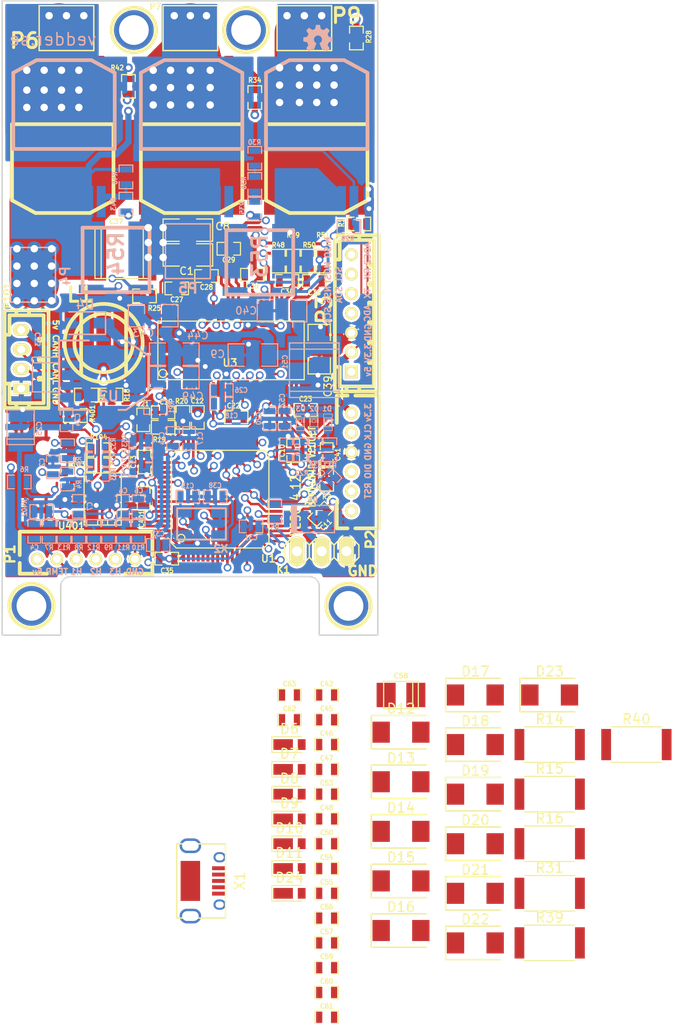
<source format=kicad_pcb>
(kicad_pcb (version 4) (host pcbnew 4.0.7-e1-6374~58~ubuntu14.04.1)
  (title_block (title "BLDC Driver 4.6") (date "30 Aug 2014") (rev A) (company "Benjamin Vedder"))
  (layers (0 F.Cu signal) (1 GND signal hide) (2 GND2 signal hide) (31 B.Cu signal) (34 B.Paste user) (35 F.Paste user) (36 B.SilkS user) (37 F.SilkS user) (38 B.Mask user) (39 F.Mask user) (44 Edge.Cuts user))
  (net 0 "")
  (net 1 +5V)
  (net 2 GND)
  (net 3 NRST)
  (net 4 "Net-(C15-Pad1)")
  (net 5 "Net-(C16-Pad1)")
  (net 6 "Net-(C17-Pad1)")
  (net 7 "Net-(C18-Pad1)")
  (net 8 "Net-(C19-Pad2)")
  (net 9 "Net-(C20-Pad2)")
  (net 10 "Net-(C21-Pad2)")
  (net 11 "Net-(C22-Pad1)")
  (net 12 "Net-(C22-Pad2)")
  (net 13 "Net-(C23-Pad2)")
  (net 14 "Net-(C27-Pad1)")
  (net 15 "Net-(C27-Pad2)")
  (net 16 "Net-(C28-Pad2)")
  (net 17 "Net-(C29-Pad2)")
  (net 18 "Net-(C30-Pad2)")
  (net 19 "Net-(C34-Pad1)")
  (net 20 "Net-(C34-Pad2)")
  (net 21 "Net-(C36-Pad1)")
  (net 22 "Net-(C36-Pad2)")
  (net 23 "Net-(C38-Pad1)")
  (net 24 "Net-(D1-Pad1)")
  (net 25 "Net-(D2-Pad1)")
  (net 26 "Net-(K1-Pad1)")
  (net 27 "Net-(R17-Pad2)")
  (net 28 "Net-(R20-Pad1)")
  (net 29 "Net-(R21-Pad2)")
  (net 30 "Net-(R25-Pad2)")
  (net 31 "Net-(R6-Pad1)")
  (net 32 SWCLK)
  (net 33 SWDIO)
  (net 34 VCC)
  (net 35 V_SUPPLY)
  (net 36 /MCU/AN_IN)
  (net 37 /MCU/SERVO)
  (net 38 "/Mosfet driver/H1_VS")
  (net 39 "/Mosfet driver/H2_VS")
  (net 40 "/Mosfet driver/H3_VS")
  (net 41 "/Mosfet driver/H1_LOW")
  (net 42 "/Mosfet driver/H3_LOW")
  (net 43 /MCU/SENS1)
  (net 44 /MCU/SENS2)
  (net 45 "/Mosfet driver/M_H1")
  (net 46 "/Mosfet driver/M_L1")
  (net 47 /MCU/SENS3)
  (net 48 "/Mosfet driver/M_H2")
  (net 49 "/Mosfet driver/M_L2")
  (net 50 "/Mosfet driver/M_H3")
  (net 51 "/Mosfet driver/M_L3")
  (net 52 "/Mosfet driver/SH1_A")
  (net 53 "/Mosfet driver/SH1_B")
  (net 54 "/Mosfet driver/SH2_A")
  (net 55 "/Mosfet driver/SH2_B")
  (net 56 /MCU/BR_SO2)
  (net 57 /MCU/BR_SO1)
  (net 58 /MCU/DC_CAL)
  (net 59 /MCU/L3)
  (net 60 /MCU/L2)
  (net 61 /MCU/L1)
  (net 62 /MCU/EN_GATE)
  (net 63 /MCU/FAULT)
  (net 64 /MCU/H3)
  (net 65 /MCU/H2)
  (net 66 /MCU/H1)
  (net 67 /MCU/USB_DM)
  (net 68 /MCU/USB_DP)
  (net 69 /Filters/TEMP_IN)
  (net 70 /Filters/HALL3_OUT)
  (net 71 /Filters/HALL2_OUT)
  (net 72 /Filters/HALL1_OUT)
  (net 73 "Net-(D3-Pad1)")
  (net 74 /Filters/HALL1_IN)
  (net 75 /Filters/HALL2_IN)
  (net 76 /Filters/HALL3_IN)
  (net 77 "/CAN bus transceiver/CANL")
  (net 78 "/CAN bus transceiver/CANH")
  (net 79 /MCU/LED_GREEN)
  (net 80 /MCU/LED_RED)
  (net 81 "Net-(R103-Pad2)")
  (net 82 "Net-(R104-Pad2)")
  (net 83 "Net-(R402-Pad1)")
  (net 84 "/CAN bus transceiver/CAN_RX")
  (net 85 "/CAN bus transceiver/CAN_TX")
  (net 86 /MCU/ADC_TEMP)
  (net 87 "Net-(P2-Pad6)")
  (net 88 "Net-(U1-Pad4)")
  (net 89 "Net-(U1-Pad2)")
  (net 90 "Net-(U1-Pad3)")
  (net 91 "Net-(U1-Pad39)")
  (net 92 "Net-(U1-Pad40)")
  (net 93 "Net-(U1-Pad50)")
  (net 94 "Net-(U1-Pad54)")
  (net 95 "Net-(U1-Pad55)")
  (net 96 "Net-(U1-Pad56)")
  (net 97 "Net-(U1-Pad9)")
  (net 98 "Net-(U1-Pad11)")
  (net 99 "Net-(U1-Pad28)")
  (net 100 "Net-(U3-Pad4)")
  (net 101 "Net-(U3-Pad5)")
  (net 102 "Net-(U3-Pad55)")
  (net 103 "Net-(U3-Pad56)")
  (net 104 "Net-(U401-Pad5)")
  (net 105 "Net-(X1-Pad4)")
  (net 106 "Net-(C42-Pad1)")
  (net 107 "Net-(C45-Pad1)")
  (net 108 "Net-(C46-Pad1)")
  (net 109 "Net-(C47-Pad1)")
  (net 110 "Net-(C48-Pad1)")
  (net 111 "Net-(C50-Pad1)")
  (net 112 "Net-(C58-Pad1)")
  (net 113 "Net-(D6-Pad2)")
  (net 114 "Net-(D7-Pad2)")
  (net 115 "Net-(D8-Pad2)")
  (net 116 "Net-(D9-Pad2)")
  (net 117 "Net-(D10-Pad2)")
  (net 118 "Net-(D11-Pad2)")
  (net 119 /SCK_ADC_EXT)
  (net 120 /TX_SDA)
  (net 121 /RX_SCL_MOSI)
  (net 122 /MISO_RX_SCL)
  (module CRF1:MICRO_JST_6 (layer F.Cu) (at 87.1 137.2)
    (fp_text reference P1 (at -7.8 -0.5 90) (layer F.SilkS) (effects (font (thickness 0.25))))
    (fp_text value HALL/Encoder hide)
    (pad 3 thru_hole circle (at -1.00076 0) (size 1.30048 1.30048) (drill 0.8) (layers *.Cu *.Mask F.SilkS) (net 74 /Filters/HALL1_IN))
    (pad 4 thru_hole circle (at 1.00076 0) (size 1.30048 1.30048) (drill 0.8) (layers *.Cu *.Mask F.SilkS) (net 75 /Filters/HALL2_IN))
    (pad 5 thru_hole circle (at 2.99974 0) (size 1.30048 1.30048) (drill 0.8) (layers *.Cu *.Mask F.SilkS) (net 76 /Filters/HALL3_IN))
    (pad 6 thru_hole circle (at 5.00126 0) (size 1.30048 1.30048) (drill 0.8) (layers *.Cu *.Mask F.SilkS) (net 2 GND))
    (pad 2 thru_hole circle (at -2.99974 0) (size 1.30048 1.30048) (drill 0.8) (layers *.Cu *.Mask F.SilkS) (net 69 /Filters/TEMP_IN))
    (pad 1 thru_hole circle (at -5.00126 0) (size 1.30048 1.30048) (drill 0.8) (layers *.Cu *.Mask F.SilkS) (net 1 +5V))
  )
  (module "JST conn:b4b-ph-kl" (layer F.Cu) (at 80.45 116.726 90)
    (fp_text reference P101 (at 6.526 -1.45 90) (layer F.SilkS) (effects (font (size 0.7 0.7) (thickness 0.175))))
    (fp_text value CANBUS hide)
    (pad 1 thru_hole rect (at -3.00228 0 90) (size 1.19888 1.69926) (drill 0.8) (layers *.Cu *.Mask F.SilkS) (net 2 GND))
    (pad 3 thru_hole oval (at 1.00076 0 90) (size 1.19888 1.69926) (drill 0.8) (layers *.Cu *.Mask F.SilkS) (net 78 "/CAN bus transceiver/CANH"))
    (pad 2 thru_hole oval (at -1.00076 0 90) (size 1.19888 1.69926) (drill 0.8) (layers *.Cu *.Mask F.SilkS) (net 77 "/CAN bus transceiver/CANL"))
    (pad 4 thru_hole oval (at 2.99974 0 90) (size 1.19888 1.69926) (drill 0.8) (layers *.Cu *.Mask F.SilkS) (net 1 +5V))
  )
  (module CRF1:MICRO_JST_6 (layer F.Cu) (at 114.3 127.254 270)
    (fp_text reference P2 (at 7.946 -2 450) (layer F.SilkS) (effects (font (thickness 0.25))))
    (fp_text value SWD hide)
    (pad 3 thru_hole circle (at -1.00076 0 270) (size 1.30048 1.30048) (drill 0.8) (layers *.Cu *.Mask F.SilkS) (net 2 GND))
    (pad 4 thru_hole circle (at 1.00076 0 270) (size 1.30048 1.30048) (drill 0.8) (layers *.Cu *.Mask F.SilkS) (net 33 SWDIO))
    (pad 5 thru_hole circle (at 2.99974 0 270) (size 1.30048 1.30048) (drill 0.8) (layers *.Cu *.Mask F.SilkS) (net 3 NRST))
    (pad 6 thru_hole circle (at 5.00126 0 270) (size 1.30048 1.30048) (drill 0.8) (layers *.Cu *.Mask F.SilkS) (net 87 "Net-(P2-Pad6)"))
    (pad 2 thru_hole circle (at -2.99974 0 270) (size 1.30048 1.30048) (drill 0.8) (layers *.Cu *.Mask F.SilkS) (net 32 SWCLK))
    (pad 1 thru_hole circle (at -5.00126 0 270) (size 1.30048 1.30048) (drill 0.8) (layers *.Cu *.Mask F.SilkS) (net 34 VCC))
  )
  (module CRF1:WSLP2726 (layer B.Cu) (at 104.902 108.712)
    (fp_text reference R53 (at 0 -2.54 270) (layer B.SilkS) (effects (font (thickness 0.3048)) (justify mirror)))
    (fp_text value SHUNT hide)
    (pad 1 smd rect (at -2.54 -3.048) (size 2.54 5.588) (layers B.Cu B.Paste B.Mask) (net 2 GND))
    (pad 2 smd rect (at 2.54 -3.048) (size 2.54 5.588) (layers B.Cu B.Paste B.Mask) (net 41 "/Mosfet driver/H1_LOW"))
    (pad 3 smd rect (at -2.54 1.0795) (size 2.54 0.889) (layers B.Cu B.Paste B.Mask) (net 55 "/Mosfet driver/SH2_B"))
    (pad 4 smd rect (at 2.54 1.0795) (size 2.54 0.889) (layers B.Cu B.Paste B.Mask) (net 54 "/Mosfet driver/SH2_A"))
  )
  (module CRF1:WSLP2726 (layer B.Cu) (at 90.17 108.458)
    (fp_text reference R54 (at 0 -2.54 270) (layer B.SilkS) (effects (font (thickness 0.3048)) (justify mirror)))
    (fp_text value SHUNT hide)
    (pad 1 smd rect (at -2.54 -3.048) (size 2.54 5.588) (layers B.Cu B.Paste B.Mask) (net 42 "/Mosfet driver/H3_LOW"))
    (pad 2 smd rect (at 2.54 -3.048) (size 2.54 5.588) (layers B.Cu B.Paste B.Mask) (net 2 GND))
    (pad 3 smd rect (at -2.54 1.0795) (size 2.54 0.889) (layers B.Cu B.Paste B.Mask) (net 52 "/Mosfet driver/SH1_A"))
    (pad 4 smd rect (at 2.54 1.0795) (size 2.54 0.889) (layers B.Cu B.Paste B.Mask) (net 53 "/Mosfet driver/SH1_B"))
  )
  (module w_smd_diode:do214ac (layer B.Cu) (at 110.363 133.096 180)
    (fp_text reference D5 (at 0 1.9685 180) (layer B.SilkS) (effects (font (size 0.50038 0.50038) (thickness 0.11938)) (justify mirror)))
    (fp_text value "TVS 5V" hide)
    (pad 2 smd rect (at 1.72974 0 180) (size 2.54 1.69926) (layers B.Cu B.Paste B.Mask) (net 1 +5V))
    (pad 1 smd rect (at -1.72974 0 180) (size 2.54 1.69926) (layers B.Cu B.Paste B.Mask) (net 2 GND))
  )
  (module CRF1:D2PAK-7-GDS (layer F.Cu) (at 84.709 91.948 180)
    (fp_text reference Q5 hide)
    (fp_text value IRFS7530 hide)
    (pad D smd rect (at 0 -5.90042 180) (size 10.80008 8.15086) (layers F.Cu F.Paste F.Mask) (net 35 V_SUPPLY))
    (pad G smd rect (at -3.81 4.70154 180) (size 0.89916 3.2004) (layers F.Cu F.Paste F.Mask) (net 117 "Net-(D10-Pad2)"))
    (pad S smd rect (at -2.54 4.70154 180) (size 0.89916 3.2004) (layers F.Cu F.Paste F.Mask) (net 40 "/Mosfet driver/H3_VS"))
    (pad S smd rect (at -1.27 4.70154 180) (size 0.89916 3.2004) (layers F.Cu F.Paste F.Mask) (net 40 "/Mosfet driver/H3_VS"))
    (pad S smd rect (at 1.27 4.70154 180) (size 0.89916 3.2004) (layers F.Cu F.Paste F.Mask) (net 40 "/Mosfet driver/H3_VS"))
    (pad S smd rect (at 2.54 4.70154 180) (size 0.89916 3.2004) (layers F.Cu F.Paste F.Mask) (net 40 "/Mosfet driver/H3_VS"))
    (pad S smd rect (at 3.81 4.70154 180) (size 0.89916 3.2004) (layers F.Cu F.Paste F.Mask) (net 40 "/Mosfet driver/H3_VS"))
  )
  (module CRF1:Crystal_5x3mm (layer B.Cu) (at 98.933 133.604)
    (fp_text reference X2 (at 1.967 2.546) (layer B.SilkS) (effects (font (size 0.762 0.762) (thickness 0.1905)) (justify mirror)))
    (fp_text value "8MHz 10ppm" hide)
    (pad 3 smd rect (at -1.89992 1.24968) (size 1.80086 1.19888) (layers B.Cu B.Paste B.Mask) (net 2 GND))
    (pad 1 smd rect (at -1.89992 -1.24968) (size 1.80086 1.19888) (layers B.Cu B.Paste B.Mask) (net 4 "Net-(C15-Pad1)"))
    (pad 3 smd rect (at 1.89992 -1.24968) (size 1.80086 1.19888) (layers B.Cu B.Paste B.Mask) (net 2 GND))
    (pad 2 smd rect (at 1.89992 1.24968) (size 1.80086 1.19888) (layers B.Cu B.Paste B.Mask) (net 23 "Net-(C38-Pad1)"))
  )
  (module CRF1:pinhead-1X03 (layer F.Cu) (at 111.252 136.398)
    (fp_text reference K1 (at -3.937 1.905) (layer F.SilkS) (effects (font (size 0.7 0.7) (thickness 0.175))))
    (fp_text value SERVO hide)
    (pad 1 thru_hole oval (at -2.54 0) (size 1.524 3.048) (drill 1.016) (layers *.Cu *.Mask F.SilkS) (net 26 "Net-(K1-Pad1)"))
    (pad 2 thru_hole oval (at 0 0) (size 1.524 3.048) (drill 1.016) (layers *.Cu *.Mask F.SilkS) (net 1 +5V))
    (pad 3 thru_hole oval (at 2.54 0) (size 1.524 3.048) (drill 1.016) (layers *.Cu *.Mask F.SilkS) (net 2 GND))
  )
  (module 1pin (layer F.Cu) (at 92 83)
    (fp_text reference 1PIN hide)
    (fp_text value P*** hide)
    (pad 1 thru_hole circle (at 0 0) (size 4.064 4.064) (drill 3.048) (layers *.Cu *.Mask) (thermal_gap 0.762))
  )
  (module 1pin (layer F.Cu) (at 103.5 83)
    (fp_text reference 1PIN hide)
    (fp_text value P*** hide)
    (pad 1 thru_hole circle (at 0 0) (size 4.064 4.064) (drill 3.048) (layers *.Cu *.Mask))
  )
  (module oshw_silkscreen-back_3mm (layer B.Cu) (at 110.871 83.82)
    (fp_text reference G*** hide)
    (fp_text value oshw_silkscreen-back_3mm hide)
  )
  (module w_smd_cap:c_tant_B (layer B.Cu) (at 80.391 123.698 270)
    (fp_text reference C25 (at 0.127 -1.905 270) (layer B.SilkS) (effects (font (size 0.50038 0.50038) (thickness 0.11938)) (justify mirror)))
    (fp_text value 100u hide)
    (pad 1 smd rect (at 1.524 0 270) (size 1.95072 2.49936) (layers B.Cu B.Paste B.Mask) (net 34 VCC))
    (pad 2 smd rect (at -1.524 0 270) (size 1.95072 2.49936) (layers B.Cu B.Paste B.Mask) (net 2 GND))
  )
  (module w_smd_cap:c_tant_B (layer B.Cu) (at 83 118.3 90)
    (fp_text reference C33 (at 3.619 -0.831 90) (layer B.SilkS) (effects (font (size 0.50038 0.50038) (thickness 0.11938)) (justify mirror)))
    (fp_text value 100u hide)
    (pad 1 smd rect (at 1.524 0 90) (size 1.95072 2.49936) (layers B.Cu B.Paste B.Mask) (net 1 +5V))
    (pad 2 smd rect (at -1.524 0 90) (size 1.95072 2.49936) (layers B.Cu B.Paste B.Mask) (net 2 GND))
  )
  (module w_smd_cap:c_2220 (layer F.Cu) (at 90.805 105.918)
    (fp_text reference C37 (at -0.635 -3.302) (layer F.SilkS) (effects (font (size 0.50038 0.50038) (thickness 0.11938))))
    (fp_text value 15u,100V hide)
    (pad 1 smd rect (at 2.57556 0) (size 1.84912 5.4991) (layers F.Cu F.Paste F.Mask) (net 2 GND))
    (pad 2 smd rect (at -2.57556 0) (size 1.84912 5.4991) (layers F.Cu F.Paste F.Mask) (net 35 V_SUPPLY))
  )
  (module w_smd_cap:c_2220 (layer B.Cu) (at 110.49 117.856 270)
    (fp_text reference C51 (at -0.856 2.99 270) (layer B.SilkS) (effects (font (size 0.50038 0.50038) (thickness 0.11938)) (justify mirror)))
    (fp_text value "15u, 100v" hide)
    (pad 1 smd rect (at 2.57556 0 270) (size 1.84912 5.4991) (layers B.Cu B.Paste B.Mask) (net 2 GND))
    (pad 2 smd rect (at -2.57556 0 270) (size 1.84912 5.4991) (layers B.Cu B.Paste B.Mask) (net 35 V_SUPPLY))
  )
  (module LEDs:LED-0603 (layer B.Cu) (at 111.887 123.19 90)
    (fp_text reference D1 (at 1.39 -0.087 180) (layer B.SilkS) (effects (font (size 0.508 0.508) (thickness 0.127)) (justify mirror)))
    (fp_text value GREEN hide)
    (pad 1 smd rect (at -0.7493 0 90) (size 0.79756 0.79756) (layers B.Cu B.Paste B.Mask) (net 24 "Net-(D1-Pad1)"))
    (pad 2 smd rect (at 0.7493 0 90) (size 0.79756 0.79756) (layers B.Cu B.Paste B.Mask) (net 2 GND))
  )
  (module LEDs:LED-0603 (layer B.Cu) (at 110.45 123.2 90)
    (fp_text reference D2 (at 1.39 0.037 180) (layer B.SilkS) (effects (font (size 0.508 0.508) (thickness 0.127)) (justify mirror)))
    (fp_text value RED hide)
    (pad 1 smd rect (at -0.7493 0 90) (size 0.79756 0.79756) (layers B.Cu B.Paste B.Mask) (net 25 "Net-(D2-Pad1)"))
    (pad 2 smd rect (at 0.7493 0 90) (size 0.79756 0.79756) (layers B.Cu B.Paste B.Mask) (net 2 GND))
  )
  (module LEDs:LED-0603 (layer B.Cu) (at 109.05 123.2 90)
    (fp_text reference D3 (at 1.4 0.05 180) (layer B.SilkS) (effects (font (size 0.508 0.508) (thickness 0.127)) (justify mirror)))
    (fp_text value LED hide)
    (pad 1 smd rect (at -0.7493 0 90) (size 0.79756 0.79756) (layers B.Cu B.Paste B.Mask) (net 73 "Net-(D3-Pad1)"))
    (pad 2 smd rect (at 0.7493 0 90) (size 0.79756 0.79756) (layers B.Cu B.Paste B.Mask) (net 2 GND))
  )
  (module w_smd_inductors:inductor_smd_8x5mm (layer F.Cu) (at 88.9 115.062 180)
    (fp_text reference L1 (at 2.4 4.962 180) (layer F.SilkS) (effects (font (thickness 0.3048))))
    (fp_text value 22u hide)
    (pad 1 smd rect (at -2.49936 0 180) (size 2.9972 7.49808) (layers F.Cu F.Paste F.Mask) (net 14 "Net-(C27-Pad1)"))
    (pad 2 smd rect (at 2.49936 0 180) (size 2.9972 7.49808) (layers F.Cu F.Paste F.Mask) (net 1 +5V))
  )
  (module CRF1:1PAD_4x5mm (layer B.Cu) (at 81.661 108.077)
    (fp_text reference P4 (at 3.302 0.127 90) (layer B.SilkS) (effects (font (size 1.016 1.016) (thickness 0.2032)) (justify mirror)))
    (fp_text value IN+ hide)
    (pad 1 smd rect (at 0 0) (size 4 5) (layers B.Cu B.Paste B.Mask) (net 35 V_SUPPLY))
  )
  (module CRF1:1PAD_4x5mm (layer B.Cu) (at 97.536 105.664)
    (fp_text reference P5 (at 0 3.81 180) (layer B.SilkS) (effects (font (thickness 0.25)) (justify mirror)))
    (fp_text value IN- hide)
    (pad 1 smd rect (at 0 0) (size 4 5) (layers B.Cu B.Paste B.Mask) (net 2 GND))
  )
  (module CRF1:1PAD_4x5mm (layer F.Cu) (at 85.09 82.804 90)
    (fp_text reference P6 (at -1.296 -4.29 360) (layer F.SilkS) (effects (font (thickness 0.3048))))
    (fp_text value MOTOR1 hide)
    (pad 1 smd rect (at 0 0 90) (size 4 5) (layers F.Cu F.Paste F.Mask) (net 40 "/Mosfet driver/H3_VS"))
  )
  (module CRF1:1PAD_4x5mm (layer F.Cu) (at 97.79 82.804 90)
    (fp_text reference P7 (at 2.204 -3.59 180) (layer F.SilkS) (effects (font (size 0.6 0.6))))
    (fp_text value MOTOR2 hide)
    (pad 1 smd rect (at 0 0 90) (size 4 5) (layers F.Cu F.Paste F.Mask) (net 39 "/Mosfet driver/H2_VS"))
  )
  (module CRF1:1PAD_4x5mm (layer F.Cu) (at 109.474 82.804 90)
    (fp_text reference P9 (at 1.27 4.318 360) (layer F.SilkS) (effects (font (thickness 0.3048))))
    (fp_text value MOTOR3 hide)
    (pad 1 smd rect (at 0 0 90) (size 4 5) (layers F.Cu F.Paste F.Mask) (net 38 "/Mosfet driver/H1_VS"))
  )
  (module CRF1:D2PAK-7-GDS (layer F.Cu) (at 110.744 91.948 180)
    (fp_text reference Q1 hide)
    (fp_text value IRFS7530 hide)
    (pad D smd rect (at 0 -5.90042 180) (size 10.80008 8.15086) (layers F.Cu F.Paste F.Mask) (net 35 V_SUPPLY))
    (pad G smd rect (at -3.81 4.70154 180) (size 0.89916 3.2004) (layers F.Cu F.Paste F.Mask) (net 113 "Net-(D6-Pad2)"))
    (pad S smd rect (at -2.54 4.70154 180) (size 0.89916 3.2004) (layers F.Cu F.Paste F.Mask) (net 38 "/Mosfet driver/H1_VS"))
    (pad S smd rect (at -1.27 4.70154 180) (size 0.89916 3.2004) (layers F.Cu F.Paste F.Mask) (net 38 "/Mosfet driver/H1_VS"))
    (pad S smd rect (at 1.27 4.70154 180) (size 0.89916 3.2004) (layers F.Cu F.Paste F.Mask) (net 38 "/Mosfet driver/H1_VS"))
    (pad S smd rect (at 2.54 4.70154 180) (size 0.89916 3.2004) (layers F.Cu F.Paste F.Mask) (net 38 "/Mosfet driver/H1_VS"))
    (pad S smd rect (at 3.81 4.70154 180) (size 0.89916 3.2004) (layers F.Cu F.Paste F.Mask) (net 38 "/Mosfet driver/H1_VS"))
  )
  (module CRF1:D2PAK-7-GDS (layer B.Cu) (at 110.744 95.885 180)
    (fp_text reference Q2 hide)
    (fp_text value IRFS7530 hide)
    (pad D smd rect (at 0 5.90042 180) (size 10.80008 8.15086) (layers B.Cu B.Paste B.Mask) (net 38 "/Mosfet driver/H1_VS"))
    (pad G smd rect (at -3.81 -4.70154 180) (size 0.89916 3.2004) (layers B.Cu B.Paste B.Mask) (net 114 "Net-(D7-Pad2)"))
    (pad S smd rect (at -2.54 -4.70154 180) (size 0.89916 3.2004) (layers B.Cu B.Paste B.Mask) (net 41 "/Mosfet driver/H1_LOW"))
    (pad S smd rect (at -1.27 -4.70154 180) (size 0.89916 3.2004) (layers B.Cu B.Paste B.Mask) (net 41 "/Mosfet driver/H1_LOW"))
    (pad S smd rect (at 1.27 -4.70154 180) (size 0.89916 3.2004) (layers B.Cu B.Paste B.Mask) (net 41 "/Mosfet driver/H1_LOW"))
    (pad S smd rect (at 2.54 -4.70154 180) (size 0.89916 3.2004) (layers B.Cu B.Paste B.Mask) (net 41 "/Mosfet driver/H1_LOW"))
    (pad S smd rect (at 3.81 -4.70154 180) (size 0.89916 3.2004) (layers B.Cu B.Paste B.Mask) (net 41 "/Mosfet driver/H1_LOW"))
  )
  (module CRF1:D2PAK-7-GDS (layer F.Cu) (at 97.917 91.948 180)
    (fp_text reference Q3 hide)
    (fp_text value IRFS7530 hide)
    (pad D smd rect (at 0 -5.90042 180) (size 10.80008 8.15086) (layers F.Cu F.Paste F.Mask) (net 35 V_SUPPLY))
    (pad G smd rect (at -3.81 4.70154 180) (size 0.89916 3.2004) (layers F.Cu F.Paste F.Mask) (net 115 "Net-(D8-Pad2)"))
    (pad S smd rect (at -2.54 4.70154 180) (size 0.89916 3.2004) (layers F.Cu F.Paste F.Mask) (net 39 "/Mosfet driver/H2_VS"))
    (pad S smd rect (at -1.27 4.70154 180) (size 0.89916 3.2004) (layers F.Cu F.Paste F.Mask) (net 39 "/Mosfet driver/H2_VS"))
    (pad S smd rect (at 1.27 4.70154 180) (size 0.89916 3.2004) (layers F.Cu F.Paste F.Mask) (net 39 "/Mosfet driver/H2_VS"))
    (pad S smd rect (at 2.54 4.70154 180) (size 0.89916 3.2004) (layers F.Cu F.Paste F.Mask) (net 39 "/Mosfet driver/H2_VS"))
    (pad S smd rect (at 3.81 4.70154 180) (size 0.89916 3.2004) (layers F.Cu F.Paste F.Mask) (net 39 "/Mosfet driver/H2_VS"))
  )
  (module CRF1:D2PAK-7-GDS (layer B.Cu) (at 97.917 95.885 180)
    (fp_text reference Q4 hide)
    (fp_text value IRFS7530 hide)
    (pad D smd rect (at 0 5.90042 180) (size 10.80008 8.15086) (layers B.Cu B.Paste B.Mask) (net 39 "/Mosfet driver/H2_VS"))
    (pad G smd rect (at -3.81 -4.70154 180) (size 0.89916 3.2004) (layers B.Cu B.Paste B.Mask) (net 116 "Net-(D9-Pad2)"))
    (pad S smd rect (at -2.54 -4.70154 180) (size 0.89916 3.2004) (layers B.Cu B.Paste B.Mask) (net 2 GND))
    (pad S smd rect (at -1.27 -4.70154 180) (size 0.89916 3.2004) (layers B.Cu B.Paste B.Mask) (net 2 GND))
    (pad S smd rect (at 1.27 -4.70154 180) (size 0.89916 3.2004) (layers B.Cu B.Paste B.Mask) (net 2 GND))
    (pad S smd rect (at 2.54 -4.70154 180) (size 0.89916 3.2004) (layers B.Cu B.Paste B.Mask) (net 2 GND))
    (pad S smd rect (at 3.81 -4.70154 180) (size 0.89916 3.2004) (layers B.Cu B.Paste B.Mask) (net 2 GND))
  )
  (module CRF1:D2PAK-7-GDS (layer B.Cu) (at 84.836 95.885 180)
    (fp_text reference Q6 hide)
    (fp_text value IRFS7530 hide)
    (pad D smd rect (at 0 5.90042 180) (size 10.80008 8.15086) (layers B.Cu B.Paste B.Mask) (net 40 "/Mosfet driver/H3_VS"))
    (pad G smd rect (at -3.81 -4.70154 180) (size 0.89916 3.2004) (layers B.Cu B.Paste B.Mask) (net 118 "Net-(D11-Pad2)"))
    (pad S smd rect (at -2.54 -4.70154 180) (size 0.89916 3.2004) (layers B.Cu B.Paste B.Mask) (net 42 "/Mosfet driver/H3_LOW"))
    (pad S smd rect (at -1.27 -4.70154 180) (size 0.89916 3.2004) (layers B.Cu B.Paste B.Mask) (net 42 "/Mosfet driver/H3_LOW"))
    (pad S smd rect (at 1.27 -4.70154 180) (size 0.89916 3.2004) (layers B.Cu B.Paste B.Mask) (net 42 "/Mosfet driver/H3_LOW"))
    (pad S smd rect (at 2.54 -4.70154 180) (size 0.89916 3.2004) (layers B.Cu B.Paste B.Mask) (net 42 "/Mosfet driver/H3_LOW"))
    (pad S smd rect (at 3.81 -4.70154 180) (size 0.89916 3.2004) (layers B.Cu B.Paste B.Mask) (net 42 "/Mosfet driver/H3_LOW"))
  )
  (module CRF1:lqfp64_pad_mod (layer F.Cu) (at 100.838 131.064)
    (fp_text reference U1 (at 4.953 6.096) (layer F.SilkS) (effects (font (size 0.7493 0.7493) (thickness 0.14986))))
    (fp_text value STM32F40X_LQFP64 hide)
    (pad 4 smd rect (at -2.25044 5.75056) (size 0.3 1.30048) (layers F.Cu F.Paste F.Mask) (net 88 "Net-(U1-Pad4)"))
    (pad 5 smd rect (at -1.75006 5.75056) (size 0.3 1.30048) (layers F.Cu F.Paste F.Mask) (net 4 "Net-(C15-Pad1)"))
    (pad 6 smd rect (at -1.24968 5.75056) (size 0.3 1.30048) (layers F.Cu F.Paste F.Mask) (net 23 "Net-(C38-Pad1)"))
    (pad 7 smd rect (at -0.7493 5.75056) (size 0.3 1.30048) (layers F.Cu F.Paste F.Mask) (net 3 NRST))
    (pad 8 smd rect (at -0.24892 5.75056) (size 0.3 1.30048) (layers F.Cu F.Paste F.Mask) (net 69 /Filters/TEMP_IN))
    (pad 1 smd rect (at -3.74904 5.75056) (size 0.3 1.30048) (layers F.Cu F.Paste F.Mask) (net 34 VCC))
    (pad 2 smd rect (at -3.2512 5.75056) (size 0.3 1.30048) (layers F.Cu F.Paste F.Mask) (net 89 "Net-(U1-Pad2)"))
    (pad 3 smd rect (at -2.75082 5.75056) (size 0.3 1.30048) (layers F.Cu F.Paste F.Mask) (net 90 "Net-(U1-Pad3)"))
    (pad 17 smd rect (at 5.75056 3.74904) (size 1.30048 0.3) (layers F.Cu F.Paste F.Mask) (net 86 /MCU/ADC_TEMP))
    (pad 18 smd rect (at 5.75056 3.2512) (size 1.30048 0.3) (layers F.Cu F.Paste F.Mask) (net 2 GND))
    (pad 19 smd rect (at 5.75056 2.75082) (size 1.30048 0.3) (layers F.Cu F.Paste F.Mask) (net 34 VCC))
    (pad 20 smd rect (at 5.75056 2.25044) (size 1.30048 0.3) (layers F.Cu F.Paste F.Mask) (net 120 /TX_SDA))
    (pad 21 smd rect (at 5.75056 1.75006) (size 1.30048 0.3) (layers F.Cu F.Paste F.Mask) (net 119 /SCK_ADC_EXT))
    (pad 22 smd rect (at 5.75056 1.24968) (size 1.30048 0.3) (layers F.Cu F.Paste F.Mask) (net 122 /MISO_RX_SCL))
    (pad 23 smd rect (at 5.75056 0.7493) (size 1.30048 0.3) (layers F.Cu F.Paste F.Mask) (net 121 /RX_SCL_MOSI))
    (pad 24 smd rect (at 5.75056 0.24892) (size 1.30048 0.3) (layers F.Cu F.Paste F.Mask) (net 79 /MCU/LED_GREEN))
    (pad 33 smd rect (at 3.74904 -5.75056) (size 0.3 1.30048) (layers F.Cu F.Paste F.Mask) (net 58 /MCU/DC_CAL))
    (pad 34 smd rect (at 3.2512 -5.75056) (size 0.3 1.30048) (layers F.Cu F.Paste F.Mask) (net 59 /MCU/L3))
    (pad 35 smd rect (at 2.75082 -5.75056) (size 0.3 1.30048) (layers F.Cu F.Paste F.Mask) (net 60 /MCU/L2))
    (pad 36 smd rect (at 2.25044 -5.75056) (size 0.3 1.30048) (layers F.Cu F.Paste F.Mask) (net 61 /MCU/L1))
    (pad 37 smd rect (at 1.75006 -5.75056) (size 0.3 1.30048) (layers F.Cu F.Paste F.Mask) (net 120 /TX_SDA))
    (pad 38 smd rect (at 1.24968 -5.75056) (size 0.3 1.30048) (layers F.Cu F.Paste F.Mask) (net 121 /RX_SCL_MOSI))
    (pad 39 smd rect (at 0.7493 -5.75056) (size 0.3 1.30048) (layers F.Cu F.Paste F.Mask) (net 91 "Net-(U1-Pad39)"))
    (pad 40 smd rect (at 0.24892 -5.75056) (size 0.3 1.30048) (layers F.Cu F.Paste F.Mask) (net 92 "Net-(U1-Pad40)"))
    (pad 49 smd rect (at -5.75056 -3.74904) (size 1.30048 0.3) (layers F.Cu F.Paste F.Mask) (net 32 SWCLK))
    (pad 50 smd rect (at -5.75056 -3.2512) (size 1.30048 0.3) (layers F.Cu F.Paste F.Mask) (net 93 "Net-(U1-Pad50)"))
    (pad 51 smd rect (at -5.75056 -2.75082) (size 1.30048 0.3) (layers F.Cu F.Paste F.Mask) (net 62 /MCU/EN_GATE))
    (pad 52 smd rect (at -5.75056 -2.25044) (size 1.30048 0.3) (layers F.Cu F.Paste F.Mask) (net 70 /Filters/HALL3_OUT))
    (pad 53 smd rect (at -5.75056 -1.75006) (size 1.30048 0.3) (layers F.Cu F.Paste F.Mask) (net 63 /MCU/FAULT))
    (pad 54 smd rect (at -5.75056 -1.24968) (size 1.30048 0.3) (layers F.Cu F.Paste F.Mask) (net 94 "Net-(U1-Pad54)"))
    (pad 55 smd rect (at -5.75056 -0.7493) (size 1.30048 0.3) (layers F.Cu F.Paste F.Mask) (net 95 "Net-(U1-Pad55)"))
    (pad 56 smd rect (at -5.75056 -0.24892) (size 1.30048 0.3) (layers F.Cu F.Paste F.Mask) (net 96 "Net-(U1-Pad56)"))
    (pad 9 smd rect (at 0.24892 5.75056) (size 0.3 1.30048) (layers F.Cu F.Paste F.Mask) (net 97 "Net-(U1-Pad9)"))
    (pad 10 smd rect (at 0.7493 5.75056) (size 0.3 1.30048) (layers F.Cu F.Paste F.Mask) (net 36 /MCU/AN_IN))
    (pad 11 smd rect (at 1.24968 5.75056) (size 0.3 1.30048) (layers F.Cu F.Paste F.Mask) (net 98 "Net-(U1-Pad11)"))
    (pad 25 smd rect (at 5.75056 -0.24892) (size 1.30048 0.3) (layers F.Cu F.Paste F.Mask) (net 80 /MCU/LED_RED))
    (pad 26 smd rect (at 5.75056 -0.7493) (size 1.30048 0.3) (layers F.Cu F.Paste F.Mask) (net 56 /MCU/BR_SO2))
    (pad 27 smd rect (at 5.75056 -1.24968) (size 1.30048 0.3) (layers F.Cu F.Paste F.Mask) (net 57 /MCU/BR_SO1))
    (pad 41 smd rect (at -0.24892 -5.75056) (size 0.3 1.30048) (layers F.Cu F.Paste F.Mask) (net 64 /MCU/H3))
    (pad 42 smd rect (at -0.7493 -5.75056) (size 0.3 1.30048) (layers F.Cu F.Paste F.Mask) (net 65 /MCU/H2))
    (pad 43 smd rect (at -1.24968 -5.75056) (size 0.3 1.30048) (layers F.Cu F.Paste F.Mask) (net 66 /MCU/H1))
    (pad 57 smd rect (at -5.75056 0.24892) (size 1.30048 0.3) (layers F.Cu F.Paste F.Mask) (net 37 /MCU/SERVO))
    (pad 58 smd rect (at -5.75056 0.7493) (size 1.30048 0.3) (layers F.Cu F.Paste F.Mask) (net 72 /Filters/HALL1_OUT))
    (pad 59 smd rect (at -5.75056 1.24968) (size 1.30048 0.3) (layers F.Cu F.Paste F.Mask) (net 71 /Filters/HALL2_OUT))
    (pad 12 smd rect (at 1.75006 5.75056) (size 0.3 1.30048) (layers F.Cu F.Paste F.Mask) (net 2 GND))
    (pad 13 smd rect (at 2.25044 5.75056) (size 0.3 1.30048) (layers F.Cu F.Paste F.Mask) (net 34 VCC))
    (pad 14 smd rect (at 2.75082 5.75056) (size 0.3 1.30048) (layers F.Cu F.Paste F.Mask) (net 47 /MCU/SENS3))
    (pad 15 smd rect (at 3.2512 5.75056) (size 0.3 1.30048) (layers F.Cu F.Paste F.Mask) (net 44 /MCU/SENS2))
    (pad 16 smd rect (at 3.74904 5.75056) (size 0.3 1.30048) (layers F.Cu F.Paste F.Mask) (net 43 /MCU/SENS1))
    (pad 28 smd rect (at 5.75056 -1.75006) (size 1.30048 0.3) (layers F.Cu F.Paste F.Mask) (net 99 "Net-(U1-Pad28)"))
    (pad 29 smd rect (at 5.75056 -2.25044) (size 1.30048 0.3) (layers F.Cu F.Paste F.Mask) (net 121 /RX_SCL_MOSI))
    (pad 30 smd rect (at 5.75056 -2.75082) (size 1.30048 0.3) (layers F.Cu F.Paste F.Mask) (net 120 /TX_SDA))
    (pad 31 smd rect (at 5.75056 -3.2512) (size 1.30048 0.3) (layers F.Cu F.Paste F.Mask) (net 5 "Net-(C16-Pad1)"))
    (pad 32 smd rect (at 5.75056 -3.74904) (size 1.30048 0.3) (layers F.Cu F.Paste F.Mask) (net 34 VCC))
    (pad 44 smd rect (at -1.75006 -5.75056) (size 0.3 1.30048) (layers F.Cu F.Paste F.Mask) (net 67 /MCU/USB_DM))
    (pad 45 smd rect (at -2.25044 -5.75056) (size 0.3 1.30048) (layers F.Cu F.Paste F.Mask) (net 68 /MCU/USB_DP))
    (pad 46 smd rect (at -2.75082 -5.75056) (size 0.3 1.30048) (layers F.Cu F.Paste F.Mask) (net 33 SWDIO))
    (pad 47 smd rect (at -3.2512 -5.75056) (size 0.3 1.30048) (layers F.Cu F.Paste F.Mask) (net 6 "Net-(C17-Pad1)"))
    (pad 48 smd rect (at -3.74904 -5.75056) (size 0.3 1.30048) (layers F.Cu F.Paste F.Mask) (net 34 VCC))
    (pad 60 smd rect (at -5.75056 1.75006) (size 1.30048 0.3) (layers F.Cu F.Paste F.Mask) (net 2 GND))
    (pad 61 smd rect (at -5.75056 2.25044) (size 1.30048 0.3) (layers F.Cu F.Paste F.Mask) (net 84 "/CAN bus transceiver/CAN_RX"))
    (pad 62 smd rect (at -5.75056 2.75082) (size 1.30048 0.3) (layers F.Cu F.Paste F.Mask) (net 85 "/CAN bus transceiver/CAN_TX"))
    (pad 63 smd rect (at -5.75056 3.2512) (size 1.30048 0.3) (layers F.Cu F.Paste F.Mask) (net 2 GND))
    (pad 64 smd rect (at -5.75056 3.74904) (size 1.30048 0.3) (layers F.Cu F.Paste F.Mask) (net 34 VCC))
  )
  (module CRF1:TSSOP-56-PP (layer F.Cu) (at 101.854 115.824)
    (fp_text reference U3 (at 0 1.27) (layer F.SilkS) (effects (font (size 0.7493 0.7493) (thickness 0.14986))))
    (fp_text value DRV8302 hide)
    (pad 38 smd rect (at 2.30378 -4.0005) (size 0.29972 1.50114) (layers F.Cu F.Paste F.Mask) (net 18 "Net-(C30-Pad2)"))
    (pad 39 smd rect (at 1.8034 -4.0005) (size 0.29972 1.50114) (layers F.Cu F.Paste F.Mask) (net 2 GND))
    (pad 40 smd rect (at 1.30302 -4.0005) (size 0.29972 1.50114) (layers F.Cu F.Paste F.Mask) (net 49 "/Mosfet driver/M_L2"))
    (pad 41 smd rect (at 0.80264 -4.0005) (size 0.29972 1.50114) (layers F.Cu F.Paste F.Mask) (net 39 "/Mosfet driver/H2_VS"))
    (pad 42 smd rect (at 0.30226 -4.0005) (size 0.29972 1.50114) (layers F.Cu F.Paste F.Mask) (net 48 "/Mosfet driver/M_H2"))
    (pad 43 smd rect (at -0.19558 -4.0005) (size 0.29972 1.50114) (layers F.Cu F.Paste F.Mask) (net 17 "Net-(C29-Pad2)"))
    (pad 44 smd rect (at -0.69596 -4.0005) (size 0.29972 1.50114) (layers F.Cu F.Paste F.Mask) (net 41 "/Mosfet driver/H1_LOW"))
    (pad 45 smd rect (at -1.19634 -4.0005) (size 0.29972 1.50114) (layers F.Cu F.Paste F.Mask) (net 46 "/Mosfet driver/M_L1"))
    (pad 46 smd rect (at -1.69672 -4.0005) (size 0.29972 1.50114) (layers F.Cu F.Paste F.Mask) (net 38 "/Mosfet driver/H1_VS"))
    (pad 47 smd rect (at -2.1971 -4.0005) (size 0.29972 1.50114) (layers F.Cu F.Paste F.Mask) (net 45 "/Mosfet driver/M_H1"))
    (pad 48 smd rect (at -2.69748 -4.0005) (size 0.29972 1.50114) (layers F.Cu F.Paste F.Mask) (net 16 "Net-(C28-Pad2)"))
    (pad 29 smd rect (at 6.80212 -4.0005) (size 0.29972 1.50114) (layers F.Cu F.Paste F.Mask) (net 35 V_SUPPLY))
    (pad 30 smd rect (at 6.30428 -4.0005) (size 0.29972 1.50114) (layers F.Cu F.Paste F.Mask) (net 22 "Net-(C36-Pad2)"))
    (pad 31 smd rect (at 5.8039 -4.0005) (size 0.29972 1.50114) (layers F.Cu F.Paste F.Mask) (net 21 "Net-(C36-Pad1)"))
    (pad 17 smd rect (at 1.30302 4.0005) (size 0.29972 1.50114) (layers F.Cu F.Paste F.Mask) (net 66 /MCU/H1))
    (pad 33 smd rect (at 4.80314 -4.0005) (size 0.29972 1.50114) (layers F.Cu F.Paste F.Mask) (net 19 "Net-(C34-Pad1)"))
    (pad 34 smd rect (at 4.30276 -4.0005) (size 0.29972 1.50114) (layers F.Cu F.Paste F.Mask) (net 42 "/Mosfet driver/H3_LOW"))
    (pad 35 smd rect (at 3.80238 -4.0005) (size 0.29972 1.50114) (layers F.Cu F.Paste F.Mask) (net 51 "/Mosfet driver/M_L3"))
    (pad 36 smd rect (at 3.30454 -4.0005) (size 0.29972 1.50114) (layers F.Cu F.Paste F.Mask) (net 40 "/Mosfet driver/H3_VS"))
    (pad 37 smd rect (at 2.80416 -4.0005) (size 0.29972 1.50114) (layers F.Cu F.Paste F.Mask) (net 50 "/Mosfet driver/M_H3"))
    (pad 12 smd rect (at -1.19634 4.0005) (size 0.29972 1.50114) (layers F.Cu F.Paste F.Mask) (net 58 /MCU/DC_CAL))
    (pad 13 smd rect (at -0.69596 4.0005) (size 0.29972 1.50114) (layers F.Cu F.Paste F.Mask) (net 7 "Net-(C18-Pad1)"))
    (pad 14 smd rect (at -0.19558 4.0005) (size 0.29972 1.50114) (layers F.Cu F.Paste F.Mask) (net 11 "Net-(C22-Pad1)"))
    (pad 15 smd rect (at 0.30226 4.0005) (size 0.29972 1.50114) (layers F.Cu F.Paste F.Mask) (net 12 "Net-(C22-Pad2)"))
    (pad 16 smd rect (at 0.80264 4.0005) (size 0.29972 1.50114) (layers F.Cu F.Paste F.Mask) (net 62 /MCU/EN_GATE))
    (pad 32 smd rect (at 5.30352 -4.0005) (size 0.29972 1.50114) (layers F.Cu F.Paste F.Mask) (net 20 "Net-(C34-Pad2)"))
    (pad 18 smd rect (at 1.8034 4.0005) (size 0.29972 1.50114) (layers F.Cu F.Paste F.Mask) (net 61 /MCU/L1))
    (pad 19 smd rect (at 2.30378 4.0005) (size 0.29972 1.50114) (layers F.Cu F.Paste F.Mask) (net 65 /MCU/H2))
    (pad 20 smd rect (at 2.80416 4.0005) (size 0.29972 1.50114) (layers F.Cu F.Paste F.Mask) (net 60 /MCU/L2))
    (pad 21 smd rect (at 3.30454 4.0005) (size 0.29972 1.50114) (layers F.Cu F.Paste F.Mask) (net 64 /MCU/H3))
    (pad 22 smd rect (at 3.80238 4.0005) (size 0.29972 1.50114) (layers F.Cu F.Paste F.Mask) (net 59 /MCU/L3))
    (pad 23 smd rect (at 4.30276 4.0005) (size 0.29972 1.50114) (layers F.Cu F.Paste F.Mask) (net 9 "Net-(C20-Pad2)"))
    (pad 24 smd rect (at 4.80314 4.0005) (size 0.29972 1.50114) (layers F.Cu F.Paste F.Mask) (net 34 VCC))
    (pad 1 smd rect (at -6.69544 4.0005) (size 0.29972 1.50114) (layers F.Cu F.Paste F.Mask) (net 29 "Net-(R21-Pad2)"))
    (pad 2 smd rect (at -6.1976 4.0005) (size 0.29972 1.50114) (layers F.Cu F.Paste F.Mask) (net 8 "Net-(C19-Pad2)"))
    (pad 3 smd rect (at -5.69722 4.0005) (size 0.29972 1.50114) (layers F.Cu F.Paste F.Mask) (net 27 "Net-(R17-Pad2)"))
    (pad 4 smd rect (at -5.19684 4.0005) (size 0.29972 1.50114) (layers F.Cu F.Paste F.Mask) (net 100 "Net-(U3-Pad4)"))
    (pad 5 smd rect (at -4.69646 4.0005) (size 0.29972 1.50114) (layers F.Cu F.Paste F.Mask) (net 101 "Net-(U3-Pad5)"))
    (pad 6 smd rect (at -4.19608 4.0005) (size 0.29972 1.50114) (layers F.Cu F.Paste F.Mask) (net 63 /MCU/FAULT))
    (pad 7 smd rect (at -3.6957 4.0005) (size 0.29972 1.50114) (layers F.Cu F.Paste F.Mask) (net 28 "Net-(R20-Pad1)"))
    (pad 8 smd rect (at -3.19786 4.0005) (size 0.29972 1.50114) (layers F.Cu F.Paste F.Mask) (net 2 GND))
    (pad 9 smd rect (at -2.69748 4.0005) (size 0.29972 1.50114) (layers F.Cu F.Paste F.Mask) (net 34 VCC))
    (pad 10 smd rect (at -2.1971 4.0005) (size 0.29972 1.50114) (layers F.Cu F.Paste F.Mask) (net 2 GND))
    (pad 11 smd rect (at -1.69672 4.0005) (size 0.29972 1.50114) (layers F.Cu F.Paste F.Mask) (net 9 "Net-(C20-Pad2)"))
    (pad 25 smd rect (at 5.30352 4.0005) (size 0.29972 1.50114) (layers F.Cu F.Paste F.Mask) (net 57 /MCU/BR_SO1))
    (pad 26 smd rect (at 5.8039 4.0005) (size 0.29972 1.50114) (layers F.Cu F.Paste F.Mask) (net 56 /MCU/BR_SO2))
    (pad 27 smd rect (at 6.30428 4.0005) (size 0.29972 1.50114) (layers F.Cu F.Paste F.Mask) (net 13 "Net-(C23-Pad2)"))
    (pad 28 smd rect (at 6.80212 4.0005) (size 0.29972 1.50114) (layers F.Cu F.Paste F.Mask) (net 2 GND))
    (pad 49 smd rect (at -3.19786 -4.0005) (size 0.29972 1.50114) (layers F.Cu F.Paste F.Mask) (net 30 "Net-(R25-Pad2)"))
    (pad 50 smd rect (at -3.6957 -4.0005) (size 0.29972 1.50114) (layers F.Cu F.Paste F.Mask) (net 14 "Net-(C27-Pad1)"))
    (pad 51 smd rect (at -4.19608 -4.0005) (size 0.29972 1.50114) (layers F.Cu F.Paste F.Mask) (net 14 "Net-(C27-Pad1)"))
    (pad 52 smd rect (at -4.69646 -4.0005) (size 0.29972 1.50114) (layers F.Cu F.Paste F.Mask) (net 15 "Net-(C27-Pad2)"))
    (pad 53 smd rect (at -5.19684 -4.0005) (size 0.29972 1.50114) (layers F.Cu F.Paste F.Mask) (net 35 V_SUPPLY))
    (pad 54 smd rect (at -5.69722 -4.0005) (size 0.29972 1.50114) (layers F.Cu F.Paste F.Mask) (net 35 V_SUPPLY))
    (pad 55 smd rect (at -6.1976 -4.0005) (size 0.29972 1.50114) (layers F.Cu F.Paste F.Mask) (net 102 "Net-(U3-Pad55)"))
    (pad 56 smd rect (at -6.69544 -4.0005) (size 0.29972 1.50114) (layers F.Cu F.Paste F.Mask) (net 103 "Net-(U3-Pad56)"))
    (pad 57 smd rect (at 0 0) (size 7.00024 3.59918) (layers F.Cu F.Paste F.Mask) (net 2 GND))
  )
  (module Connect:1pin (layer F.Cu) (at 114 142)
    (fp_text reference 1PIN hide)
    (fp_text value P*** hide)
    (pad 1 thru_hole circle (at 0 0) (size 4.064 4.064) (drill 3.048) (layers *.Cu *.Mask))
  )
  (module Connect:1pin (layer F.Cu) (at 81.5 142)
    (fp_text reference 1PIN hide)
    (fp_text value P*** hide)
    (pad 1 thru_hole circle (at 0 0) (size 4.064 4.064) (drill 3.048) (layers *.Cu *.Mask))
  )
  (module CRF1:SMD-1206 (layer F.Cu) (at 97.536 106.045)
    (fp_text reference C1 (at -0.127 1.651) (layer F.SilkS) (effects (font (size 0.762 0.762) (thickness 0.127))))
    (fp_text value 10u,50V hide)
    (pad 1 smd rect (at -1.651 0) (size 1.524 2.032) (layers F.Cu F.Paste F.Mask) (net 2 GND))
    (pad 2 smd rect (at 1.651 0) (size 1.524 2.032) (layers F.Cu F.Paste F.Mask) (net 35 V_SUPPLY))
  )
  (module CRF1:SMD-1206 (layer F.Cu) (at 97.536 103.505)
    (fp_text reference C8 (at 3.556 -0.381) (layer F.SilkS) (effects (font (size 0.762 0.762) (thickness 0.127))))
    (fp_text value 10u,50V hide)
    (pad 1 smd rect (at -1.651 0) (size 1.524 2.032) (layers F.Cu F.Paste F.Mask) (net 2 GND))
    (pad 2 smd rect (at 1.651 0) (size 1.524 2.032) (layers F.Cu F.Paste F.Mask) (net 35 V_SUPPLY))
  )
  (module CRF1:SMD-1206 (layer B.Cu) (at 104.2 116.3)
    (fp_text reference C9 (at -3.616 -0.095) (layer B.SilkS) (effects (font (size 0.762 0.762) (thickness 0.127)) (justify mirror)))
    (fp_text value 10u,50V hide)
    (pad 1 smd rect (at -1.651 0) (size 1.524 2.032) (layers B.Cu B.Paste B.Mask) (net 2 GND))
    (pad 2 smd rect (at 1.651 0) (size 1.524 2.032) (layers B.Cu B.Paste B.Mask) (net 35 V_SUPPLY))
  )
  (module CRF1:SMD-1206 (layer F.Cu) (at 110.998 115.697 90)
    (fp_text reference C39 (at -3.81 0.889 90) (layer F.SilkS) (effects (font (size 0.762 0.762) (thickness 0.127))))
    (fp_text value 10u,50V hide)
    (pad 1 smd rect (at -1.651 0 90) (size 1.524 2.032) (layers F.Cu F.Paste F.Mask) (net 2 GND))
    (pad 2 smd rect (at 1.651 0 90) (size 1.524 2.032) (layers F.Cu F.Paste F.Mask) (net 35 V_SUPPLY))
  )
  (module CRF1:SMD-1206 (layer B.Cu) (at 107.188 111.76)
    (fp_text reference C40 (at -3.683 0) (layer B.SilkS) (effects (font (size 0.762 0.762) (thickness 0.127)) (justify mirror)))
    (fp_text value 10u,50V hide)
    (pad 1 smd rect (at -1.651 0) (size 1.524 2.032) (layers B.Cu B.Paste B.Mask) (net 2 GND))
    (pad 2 smd rect (at 1.651 0) (size 1.524 2.032) (layers B.Cu B.Paste B.Mask) (net 35 V_SUPPLY))
  )
  (module CRF1:SMD-1206 (layer B.Cu) (at 93.98 112.268)
    (fp_text reference C43 (at -1.016 1.778) (layer B.SilkS) (effects (font (size 0.762 0.762) (thickness 0.127)) (justify mirror)))
    (fp_text value 10u,50V hide)
    (pad 1 smd rect (at -1.651 0) (size 1.524 2.032) (layers B.Cu B.Paste B.Mask) (net 35 V_SUPPLY))
    (pad 2 smd rect (at 1.651 0) (size 1.524 2.032) (layers B.Cu B.Paste B.Mask) (net 2 GND))
  )
  (module CRF1:SMD-1206 (layer B.Cu) (at 96.139 116.205)
    (fp_text reference C44 (at 2.413 -1.905) (layer B.SilkS) (effects (font (size 0.762 0.762) (thickness 0.127)) (justify mirror)))
    (fp_text value 10u,50V hide)
    (pad 1 smd rect (at -1.651 0) (size 1.524 2.032) (layers B.Cu B.Paste B.Mask) (net 35 V_SUPPLY))
    (pad 2 smd rect (at 1.651 0) (size 1.524 2.032) (layers B.Cu B.Paste B.Mask) (net 2 GND))
  )
  (module CRF1:SMD-1206 (layer B.Cu) (at 96.139 118.618)
    (fp_text reference C49 (at 1.905 1.905) (layer B.SilkS) (effects (font (size 0.762 0.762) (thickness 0.127)) (justify mirror)))
    (fp_text value 10u,50V hide)
    (pad 1 smd rect (at -1.651 0) (size 1.524 2.032) (layers B.Cu B.Paste B.Mask) (net 35 V_SUPPLY))
    (pad 2 smd rect (at 1.651 0) (size 1.524 2.032) (layers B.Cu B.Paste B.Mask) (net 2 GND))
  )
  (module CRF1:SMD-0603_r (layer F.Cu) (at 115.062 102.87)
    (fp_text reference R1 (at -1.778 -0.127 90) (layer F.SilkS) (effects (font (size 0.50038 0.4572) (thickness 0.1143))))
    (fp_text value "NTC 10k" hide)
    (pad 1 smd rect (at -0.762 0) (size 0.635 1.143) (layers F.Cu F.Paste F.Mask) (net 34 VCC))
    (pad 2 smd rect (at 0.762 0) (size 0.635 1.143) (layers F.Cu F.Paste F.Mask) (net 86 /MCU/ADC_TEMP))
  )
  (module CRF1:SMD-0603_r (layer F.Cu) (at 111.76 129.032 90)
    (fp_text reference R2 (at -1.778 0 180) (layer F.SilkS) (effects (font (size 0.50038 0.4572) (thickness 0.1143))))
    (fp_text value 10k hide)
    (pad 1 smd rect (at -0.762 0 90) (size 0.635 1.143) (layers F.Cu F.Paste F.Mask) (net 86 /MCU/ADC_TEMP))
    (pad 2 smd rect (at 0.762 0 90) (size 0.635 1.143) (layers F.Cu F.Paste F.Mask) (net 2 GND))
  )
  (module CRF1:SMD-0603_r (layer B.Cu) (at 85.2 126.1 270)
    (fp_text reference R3 (at 1.027 -1.16 450) (layer B.SilkS) (effects (font (size 0.50038 0.4572) (thickness 0.1143)) (justify mirror)))
    (fp_text value 39k hide)
    (pad 1 smd rect (at -0.762 0 270) (size 0.635 1.143) (layers B.Cu B.Paste B.Mask) (net 35 V_SUPPLY))
    (pad 2 smd rect (at 0.762 0 270) (size 0.635 1.143) (layers B.Cu B.Paste B.Mask) (net 36 /MCU/AN_IN))
  )
  (module CRF1:SMD-0603_r (layer B.Cu) (at 85.2 129 90)
    (fp_text reference R4 (at -0.54 1.16 90) (layer B.SilkS) (effects (font (size 0.50038 0.4572) (thickness 0.1143)) (justify mirror)))
    (fp_text value 2k2 hide)
    (pad 1 smd rect (at -0.762 0 90) (size 0.635 1.143) (layers B.Cu B.Paste B.Mask) (net 2 GND))
    (pad 2 smd rect (at 0.762 0 90) (size 0.635 1.143) (layers B.Cu B.Paste B.Mask) (net 36 /MCU/AN_IN))
  )
  (module CRF1:SMD-0603_r (layer B.Cu) (at 106.426 132.334 270)
    (fp_text reference R5 (at 1.635 -0.024 540) (layer B.SilkS) (effects (font (size 0.50038 0.4572) (thickness 0.1143)) (justify mirror)))
    (fp_text value 2k2 hide)
    (pad 1 smd rect (at -0.762 0 270) (size 0.635 1.143) (layers B.Cu B.Paste B.Mask) (net 37 /MCU/SERVO))
    (pad 2 smd rect (at 0.762 0 270) (size 0.635 1.143) (layers B.Cu B.Paste B.Mask) (net 26 "Net-(K1-Pad1)"))
  )
  (module CRF1:SMD-0603_r (layer B.Cu) (at 80.25 129.3 180)
    (fp_text reference R6 (at -0.522 1.284 180) (layer B.SilkS) (effects (font (size 0.50038 0.4572) (thickness 0.1143)) (justify mirror)))
    (fp_text value 0R hide)
    (pad 1 smd rect (at -0.762 0 180) (size 0.635 1.143) (layers B.Cu B.Paste B.Mask) (net 31 "Net-(R6-Pad1)"))
    (pad 2 smd rect (at 0.762 0 180) (size 0.635 1.143) (layers B.Cu B.Paste B.Mask) (net 1 +5V))
  )
  (module CRF1:SMD-0603_r (layer B.Cu) (at 83.312 134.366 90)
    (fp_text reference R7 (at -1.651 0 360) (layer B.SilkS) (effects (font (size 0.50038 0.4572) (thickness 0.1143)) (justify mirror)))
    (fp_text value 10k hide)
    (pad 1 smd rect (at -0.762 0 90) (size 0.635 1.143) (layers B.Cu B.Paste B.Mask) (net 69 /Filters/TEMP_IN))
    (pad 2 smd rect (at 0.762 0 90) (size 0.635 1.143) (layers B.Cu B.Paste B.Mask) (net 34 VCC))
  )
  (module CRF1:SMD-0603_r (layer B.Cu) (at 86.36 134.366 90)
    (fp_text reference R8 (at -1.651 0 360) (layer B.SilkS) (effects (font (size 0.50038 0.4572) (thickness 0.1143)) (justify mirror)))
    (fp_text value 10k hide)
    (pad 1 smd rect (at -0.762 0 90) (size 0.635 1.143) (layers B.Cu B.Paste B.Mask) (net 74 /Filters/HALL1_IN))
    (pad 2 smd rect (at 0.762 0 90) (size 0.635 1.143) (layers B.Cu B.Paste B.Mask) (net 72 /Filters/HALL1_OUT))
  )
  (module CRF1:SMD-0603_r (layer B.Cu) (at 89.408 134.366 90)
    (fp_text reference R9 (at -1.651 0 360) (layer B.SilkS) (effects (font (size 0.50038 0.4572) (thickness 0.1143)) (justify mirror)))
    (fp_text value 10k hide)
    (pad 1 smd rect (at -0.762 0 90) (size 0.635 1.143) (layers B.Cu B.Paste B.Mask) (net 75 /Filters/HALL2_IN))
    (pad 2 smd rect (at 0.762 0 90) (size 0.635 1.143) (layers B.Cu B.Paste B.Mask) (net 71 /Filters/HALL2_OUT))
  )
  (module CRF1:SMD-0603_r (layer B.Cu) (at 92.456 134.366 90)
    (fp_text reference R10 (at -1.651 0 360) (layer B.SilkS) (effects (font (size 0.50038 0.4572) (thickness 0.1143)) (justify mirror)))
    (fp_text value 10k hide)
    (pad 1 smd rect (at -0.762 0 90) (size 0.635 1.143) (layers B.Cu B.Paste B.Mask) (net 76 /Filters/HALL3_IN))
    (pad 2 smd rect (at 0.762 0 90) (size 0.635 1.143) (layers B.Cu B.Paste B.Mask) (net 70 /Filters/HALL3_OUT))
  )
  (module CRF1:SMD-0603_r (layer B.Cu) (at 90.932 134.366 90)
    (fp_text reference R11 (at -1.651 0 360) (layer B.SilkS) (effects (font (size 0.50038 0.4572) (thickness 0.1143)) (justify mirror)))
    (fp_text value 2k2 hide)
    (pad 1 smd rect (at -0.762 0 90) (size 0.635 1.143) (layers B.Cu B.Paste B.Mask) (net 76 /Filters/HALL3_IN))
    (pad 2 smd rect (at 0.762 0 90) (size 0.635 1.143) (layers B.Cu B.Paste B.Mask) (net 34 VCC))
  )
  (module CRF1:SMD-0603_r (layer B.Cu) (at 87.884 134.366 90)
    (fp_text reference R12 (at -1.651 0 360) (layer B.SilkS) (effects (font (size 0.50038 0.4572) (thickness 0.1143)) (justify mirror)))
    (fp_text value 2k2 hide)
    (pad 1 smd rect (at -0.762 0 90) (size 0.635 1.143) (layers B.Cu B.Paste B.Mask) (net 75 /Filters/HALL2_IN))
    (pad 2 smd rect (at 0.762 0 90) (size 0.635 1.143) (layers B.Cu B.Paste B.Mask) (net 34 VCC))
  )
  (module CRF1:SMD-0603_r (layer B.Cu) (at 84.836 134.366 90)
    (fp_text reference R13 (at -1.651 0 360) (layer B.SilkS) (effects (font (size 0.50038 0.4572) (thickness 0.1143)) (justify mirror)))
    (fp_text value 2k2 hide)
    (pad 1 smd rect (at -0.762 0 90) (size 0.635 1.143) (layers B.Cu B.Paste B.Mask) (net 74 /Filters/HALL1_IN))
    (pad 2 smd rect (at 0.762 0 90) (size 0.635 1.143) (layers B.Cu B.Paste B.Mask) (net 34 VCC))
  )
  (module CRF1:SMD-0603_r (layer F.Cu) (at 87.122 120.396)
    (fp_text reference R17 (at 1.635 0.024 90) (layer F.SilkS) (effects (font (size 0.50038 0.4572) (thickness 0.1143))))
    (fp_text value 18k hide)
    (pad 1 smd rect (at -0.762 0) (size 0.635 1.143) (layers F.Cu F.Paste F.Mask) (net 1 +5V))
    (pad 2 smd rect (at 0.762 0) (size 0.635 1.143) (layers F.Cu F.Paste F.Mask) (net 27 "Net-(R17-Pad2)"))
  )
  (module CRF1:SMD-0603_r (layer F.Cu) (at 89.662 120.396)
    (fp_text reference R18 (at 1.635 0.024 90) (layer F.SilkS) (effects (font (size 0.50038 0.4572) (thickness 0.1143))))
    (fp_text value 3k3 hide)
    (pad 1 smd rect (at -0.762 0) (size 0.635 1.143) (layers F.Cu F.Paste F.Mask) (net 27 "Net-(R17-Pad2)"))
    (pad 2 smd rect (at 0.762 0) (size 0.635 1.143) (layers F.Cu F.Paste F.Mask) (net 2 GND))
  )
  (module CRF1:SMD-0603_r (layer F.Cu) (at 94.996 123.698)
    (fp_text reference R19 (at -0.381 1.27 180) (layer F.SilkS) (effects (font (size 0.50038 0.4572) (thickness 0.1143))))
    (fp_text value 15k hide)
    (pad 1 smd rect (at -0.762 0) (size 0.635 1.143) (layers F.Cu F.Paste F.Mask) (net 10 "Net-(C21-Pad2)"))
    (pad 2 smd rect (at 0.762 0) (size 0.635 1.143) (layers F.Cu F.Paste F.Mask) (net 8 "Net-(C19-Pad2)"))
  )
  (module CRF1:SMD-0603_r (layer F.Cu) (at 97.028 122.682 270)
    (fp_text reference R20 (at -1.651 0.127 360) (layer F.SilkS) (effects (font (size 0.50038 0.4572) (thickness 0.1143))))
    (fp_text value 10k hide)
    (pad 1 smd rect (at -0.762 0 270) (size 0.635 1.143) (layers F.Cu F.Paste F.Mask) (net 28 "Net-(R20-Pad1)"))
    (pad 2 smd rect (at 0.762 0 270) (size 0.635 1.143) (layers F.Cu F.Paste F.Mask) (net 2 GND))
  )
  (module CRF1:SMD-0603_r (layer B.Cu) (at 94.234 121.666)
    (fp_text reference R21 (at 1.635 -0.024 270) (layer B.SilkS) (effects (font (size 0.50038 0.4572) (thickness 0.1143)) (justify mirror)))
    (fp_text value 220k hide)
    (pad 1 smd rect (at -0.762 0) (size 0.635 1.143) (layers B.Cu B.Paste B.Mask) (net 2 GND))
    (pad 2 smd rect (at 0.762 0) (size 0.635 1.143) (layers B.Cu B.Paste B.Mask) (net 29 "Net-(R21-Pad2)"))
  )
  (module CRF1:SMD-0603_r (layer B.Cu) (at 109.1 126 270)
    (fp_text reference R22 (at 2.397 -0.12 540) (layer B.SilkS) (effects (font (size 0.50038 0.4572) (thickness 0.1143)) (justify mirror)))
    (fp_text value 2k2 hide)
    (pad 1 smd rect (at -0.762 0 270) (size 0.635 1.143) (layers B.Cu B.Paste B.Mask) (net 73 "Net-(D3-Pad1)"))
    (pad 2 smd rect (at 0.762 0 270) (size 0.635 1.143) (layers B.Cu B.Paste B.Mask) (net 34 VCC))
  )
  (module CRF1:SMD-0603_r (layer B.Cu) (at 88.265 128.524)
    (fp_text reference R23 (at 1.635 -0.024 270) (layer B.SilkS) (effects (font (size 0.50038 0.4572) (thickness 0.1143)) (justify mirror)))
    (fp_text value 39k hide)
    (pad 1 smd rect (at -0.762 0) (size 0.635 1.143) (layers B.Cu B.Paste B.Mask) (net 40 "/Mosfet driver/H3_VS"))
    (pad 2 smd rect (at 0.762 0) (size 0.635 1.143) (layers B.Cu B.Paste B.Mask) (net 43 /MCU/SENS1))
  )
  (module CRF1:SMD-0603_r (layer B.Cu) (at 92.7 128.05 180)
    (fp_text reference R24 (at 1.635 -0.024 450) (layer B.SilkS) (effects (font (size 0.50038 0.4572) (thickness 0.1143)) (justify mirror)))
    (fp_text value 2k2 hide)
    (pad 1 smd rect (at -0.762 0 180) (size 0.635 1.143) (layers B.Cu B.Paste B.Mask) (net 2 GND))
    (pad 2 smd rect (at 0.762 0 180) (size 0.635 1.143) (layers B.Cu B.Paste B.Mask) (net 43 /MCU/SENS1))
  )
  (module CRF1:SMD-0603_r (layer F.Cu) (at 93.091 110.236)
    (fp_text reference R25 (at 1.016 1.27 180) (layer F.SilkS) (effects (font (size 0.50038 0.4572) (thickness 0.1143))))
    (fp_text value 1M hide)
    (pad 1 smd rect (at -0.762 0) (size 0.635 1.143) (layers F.Cu F.Paste F.Mask) (net 2 GND))
    (pad 2 smd rect (at 0.762 0) (size 0.635 1.143) (layers F.Cu F.Paste F.Mask) (net 30 "Net-(R25-Pad2)"))
  )
  (module CRF1:SMD-0603_r (layer B.Cu) (at 88.265 127)
    (fp_text reference R26 (at 1.635 -0.024 270) (layer B.SilkS) (effects (font (size 0.50038 0.4572) (thickness 0.1143)) (justify mirror)))
    (fp_text value 39k hide)
    (pad 1 smd rect (at -0.762 0) (size 0.635 1.143) (layers B.Cu B.Paste B.Mask) (net 39 "/Mosfet driver/H2_VS"))
    (pad 2 smd rect (at 0.762 0) (size 0.635 1.143) (layers B.Cu B.Paste B.Mask) (net 44 /MCU/SENS2))
  )
  (module CRF1:SMD-0603_r (layer B.Cu) (at 92.7 126.55 180)
    (fp_text reference R27 (at 1.635 -0.024 450) (layer B.SilkS) (effects (font (size 0.50038 0.4572) (thickness 0.1143)) (justify mirror)))
    (fp_text value 2k2 hide)
    (pad 1 smd rect (at -0.762 0 180) (size 0.635 1.143) (layers B.Cu B.Paste B.Mask) (net 2 GND))
    (pad 2 smd rect (at 0.762 0 180) (size 0.635 1.143) (layers B.Cu B.Paste B.Mask) (net 44 /MCU/SENS2))
  )
  (module CRF1:SMD-0603_r (layer F.Cu) (at 114.808 83.82 90)
    (fp_text reference R28 (at 0.127 1.27 270) (layer F.SilkS) (effects (font (size 0.50038 0.4572) (thickness 0.1143))))
    (fp_text value 100 hide)
    (pad 1 smd rect (at -0.762 0 90) (size 0.635 1.143) (layers F.Cu F.Paste F.Mask) (net 113 "Net-(D6-Pad2)"))
    (pad 2 smd rect (at 0.762 0 90) (size 0.635 1.143) (layers F.Cu F.Paste F.Mask) (net 45 "/Mosfet driver/M_H1"))
  )
  (module CRF1:SMD-0603_r (layer B.Cu) (at 114.046 103.124 180)
    (fp_text reference R29 (at 0.127 -1.27 360) (layer B.SilkS) (effects (font (size 0.50038 0.4572) (thickness 0.1143)) (justify mirror)))
    (fp_text value 100 hide)
    (pad 1 smd rect (at -0.762 0 180) (size 0.635 1.143) (layers B.Cu B.Paste B.Mask) (net 114 "Net-(D7-Pad2)"))
    (pad 2 smd rect (at 0.762 0 180) (size 0.635 1.143) (layers B.Cu B.Paste B.Mask) (net 46 "/Mosfet driver/M_L1"))
  )
  (module CRF1:SMD-0603_r (layer B.Cu) (at 104.394 96.139 90)
    (fp_text reference R30 (at 1.635 -0.024 360) (layer B.SilkS) (effects (font (size 0.50038 0.4572) (thickness 0.1143)) (justify mirror)))
    (fp_text value 39k hide)
    (pad 1 smd rect (at -0.762 0 90) (size 0.635 1.143) (layers B.Cu B.Paste B.Mask) (net 41 "/Mosfet driver/H1_LOW"))
    (pad 2 smd rect (at 0.762 0 90) (size 0.635 1.143) (layers B.Cu B.Paste B.Mask) (net 114 "Net-(D7-Pad2)"))
  )
  (module CRF1:SMD-0603_r (layer B.Cu) (at 88.25 125.45)
    (fp_text reference R32 (at 1.635 -0.024 270) (layer B.SilkS) (effects (font (size 0.50038 0.4572) (thickness 0.1143)) (justify mirror)))
    (fp_text value 39k hide)
    (pad 1 smd rect (at -0.762 0) (size 0.635 1.143) (layers B.Cu B.Paste B.Mask) (net 38 "/Mosfet driver/H1_VS"))
    (pad 2 smd rect (at 0.762 0) (size 0.635 1.143) (layers B.Cu B.Paste B.Mask) (net 47 /MCU/SENS3))
  )
  (module CRF1:SMD-0603_r (layer B.Cu) (at 92.7 125.05 180)
    (fp_text reference R33 (at 1.635 -0.024 450) (layer B.SilkS) (effects (font (size 0.50038 0.4572) (thickness 0.1143)) (justify mirror)))
    (fp_text value 2k2 hide)
    (pad 1 smd rect (at -0.762 0 180) (size 0.635 1.143) (layers B.Cu B.Paste B.Mask) (net 2 GND))
    (pad 2 smd rect (at 0.762 0 180) (size 0.635 1.143) (layers B.Cu B.Paste B.Mask) (net 47 /MCU/SENS3))
  )
  (module CRF1:SMD-0603_r (layer F.Cu) (at 104.394 89.916 270)
    (fp_text reference R34 (at -1.778 0 360) (layer F.SilkS) (effects (font (size 0.50038 0.4572) (thickness 0.1143))))
    (fp_text value 100 hide)
    (pad 1 smd rect (at -0.762 0 270) (size 0.635 1.143) (layers F.Cu F.Paste F.Mask) (net 115 "Net-(D8-Pad2)"))
    (pad 2 smd rect (at 0.762 0 270) (size 0.635 1.143) (layers F.Cu F.Paste F.Mask) (net 48 "/Mosfet driver/M_H2"))
  )
  (module CRF1:SMD-0603_r (layer B.Cu) (at 104.394 101.346 270)
    (fp_text reference R35 (at -0.127 1.27 270) (layer B.SilkS) (effects (font (size 0.50038 0.4572) (thickness 0.1143)) (justify mirror)))
    (fp_text value 100 hide)
    (pad 1 smd rect (at -0.762 0 270) (size 0.635 1.143) (layers B.Cu B.Paste B.Mask) (net 116 "Net-(D9-Pad2)"))
    (pad 2 smd rect (at 0.762 0 270) (size 0.635 1.143) (layers B.Cu B.Paste B.Mask) (net 49 "/Mosfet driver/M_L2"))
  )
  (module CRF1:SMD-0603_r (layer B.Cu) (at 104.394 98.806 270)
    (fp_text reference R36 (at -0.127 1.143 270) (layer B.SilkS) (effects (font (size 0.50038 0.4572) (thickness 0.1143)) (justify mirror)))
    (fp_text value 39k hide)
    (pad 1 smd rect (at -0.762 0 270) (size 0.635 1.143) (layers B.Cu B.Paste B.Mask) (net 116 "Net-(D9-Pad2)"))
    (pad 2 smd rect (at 0.762 0 270) (size 0.635 1.143) (layers B.Cu B.Paste B.Mask) (net 2 GND))
  )
  (module CRF1:SMD-0603_r (layer B.Cu) (at 112.1 126 270)
    (fp_text reference R37 (at 1.635 -0.024 540) (layer B.SilkS) (effects (font (size 0.50038 0.4572) (thickness 0.1143)) (justify mirror)))
    (fp_text value 100R hide)
    (pad 1 smd rect (at -0.762 0 270) (size 0.635 1.143) (layers B.Cu B.Paste B.Mask) (net 24 "Net-(D1-Pad1)"))
    (pad 2 smd rect (at 0.762 0 270) (size 0.635 1.143) (layers B.Cu B.Paste B.Mask) (net 79 /MCU/LED_GREEN))
  )
  (module CRF1:SMD-0603_r (layer B.Cu) (at 110.6 126 270)
    (fp_text reference R38 (at 1.635 -0.024 540) (layer B.SilkS) (effects (font (size 0.50038 0.4572) (thickness 0.1143)) (justify mirror)))
    (fp_text value 100R hide)
    (pad 1 smd rect (at -0.762 0 270) (size 0.635 1.143) (layers B.Cu B.Paste B.Mask) (net 25 "Net-(D2-Pad1)"))
    (pad 2 smd rect (at 0.762 0 270) (size 0.635 1.143) (layers B.Cu B.Paste B.Mask) (net 80 /MCU/LED_RED))
  )
  (module CRF1:SMD-0603_r (layer F.Cu) (at 91.44 88.773 270)
    (fp_text reference R42 (at -1.905 1.143 360) (layer F.SilkS) (effects (font (size 0.50038 0.4572) (thickness 0.1143))))
    (fp_text value 100 hide)
    (pad 1 smd rect (at -0.762 0 270) (size 0.635 1.143) (layers F.Cu F.Paste F.Mask) (net 117 "Net-(D10-Pad2)"))
    (pad 2 smd rect (at 0.762 0 270) (size 0.635 1.143) (layers F.Cu F.Paste F.Mask) (net 50 "/Mosfet driver/M_H3"))
  )
  (module CRF1:SMD-0603_r (layer B.Cu) (at 91.186 100.838 270)
    (fp_text reference R43 (at 0 1.27 270) (layer B.SilkS) (effects (font (size 0.50038 0.4572) (thickness 0.1143)) (justify mirror)))
    (fp_text value 100 hide)
    (pad 1 smd rect (at -0.762 0 270) (size 0.635 1.143) (layers B.Cu B.Paste B.Mask) (net 118 "Net-(D11-Pad2)"))
    (pad 2 smd rect (at 0.762 0 270) (size 0.635 1.143) (layers B.Cu B.Paste B.Mask) (net 51 "/Mosfet driver/M_L3"))
  )
  (module CRF1:SMD-0603_r (layer B.Cu) (at 91.186 98.044 270)
    (fp_text reference R46 (at 0.127 1.143 270) (layer B.SilkS) (effects (font (size 0.50038 0.4572) (thickness 0.1143)) (justify mirror)))
    (fp_text value 39k hide)
    (pad 1 smd rect (at -0.762 0 270) (size 0.635 1.143) (layers B.Cu B.Paste B.Mask) (net 42 "/Mosfet driver/H3_LOW"))
    (pad 2 smd rect (at 0.762 0 270) (size 0.635 1.143) (layers B.Cu B.Paste B.Mask) (net 118 "Net-(D11-Pad2)"))
  )
  (module CRF1:SMD-0603_r (layer F.Cu) (at 106.807 106.68 270)
    (fp_text reference R48 (at -1.651 0 360) (layer F.SilkS) (effects (font (size 0.50038 0.4572) (thickness 0.1143))))
    (fp_text value 100R hide)
    (pad 1 smd rect (at -0.762 0 270) (size 0.635 1.143) (layers F.Cu F.Paste F.Mask) (net 52 "/Mosfet driver/SH1_A"))
    (pad 2 smd rect (at 0.762 0 270) (size 0.635 1.143) (layers F.Cu F.Paste F.Mask) (net 19 "Net-(C34-Pad1)"))
  )
  (module CRF1:SMD-0603_r (layer F.Cu) (at 108.331 106.68 270)
    (fp_text reference R49 (at -2.667 0 360) (layer F.SilkS) (effects (font (size 0.50038 0.4572) (thickness 0.1143))))
    (fp_text value 100R hide)
    (pad 1 smd rect (at -0.762 0 270) (size 0.635 1.143) (layers F.Cu F.Paste F.Mask) (net 53 "/Mosfet driver/SH1_B"))
    (pad 2 smd rect (at 0.762 0 270) (size 0.635 1.143) (layers F.Cu F.Paste F.Mask) (net 20 "Net-(C34-Pad2)"))
  )
  (module CRF1:SMD-0603_r (layer F.Cu) (at 109.855 106.68 270)
    (fp_text reference R50 (at -1.651 -0.127 360) (layer F.SilkS) (effects (font (size 0.50038 0.4572) (thickness 0.1143))))
    (fp_text value 100R hide)
    (pad 1 smd rect (at -0.762 0 270) (size 0.635 1.143) (layers F.Cu F.Paste F.Mask) (net 54 "/Mosfet driver/SH2_A"))
    (pad 2 smd rect (at 0.762 0 270) (size 0.635 1.143) (layers F.Cu F.Paste F.Mask) (net 21 "Net-(C36-Pad1)"))
  )
  (module CRF1:SMD-0603_r (layer F.Cu) (at 111.379 106.68 270)
    (fp_text reference R51 (at -2.667 0 360) (layer F.SilkS) (effects (font (size 0.50038 0.4572) (thickness 0.1143))))
    (fp_text value 100R hide)
    (pad 1 smd rect (at -0.762 0 270) (size 0.635 1.143) (layers F.Cu F.Paste F.Mask) (net 55 "/Mosfet driver/SH2_B"))
    (pad 2 smd rect (at 0.762 0 270) (size 0.635 1.143) (layers F.Cu F.Paste F.Mask) (net 22 "Net-(C36-Pad2)"))
  )
  (module CRF1:SMD-0603_r (layer F.Cu) (at 88.4 127.55 180)
    (fp_text reference R103 (at 2.294 0.042 360) (layer F.SilkS) (effects (font (size 0.50038 0.4572) (thickness 0.1143))))
    (fp_text value 22R hide)
    (pad 1 smd rect (at -0.762 0 180) (size 0.635 1.143) (layers F.Cu F.Paste F.Mask) (net 67 /MCU/USB_DM))
    (pad 2 smd rect (at 0.762 0 180) (size 0.635 1.143) (layers F.Cu F.Paste F.Mask) (net 81 "Net-(R103-Pad2)"))
  )
  (module CRF1:SMD-0603_r (layer F.Cu) (at 88.4 126 180)
    (fp_text reference R104 (at 0.008 1.286 360) (layer F.SilkS) (effects (font (size 0.50038 0.4572) (thickness 0.1143))))
    (fp_text value 22R hide)
    (pad 1 smd rect (at -0.762 0 180) (size 0.635 1.143) (layers F.Cu F.Paste F.Mask) (net 68 /MCU/USB_DP))
    (pad 2 smd rect (at 0.762 0 180) (size 0.635 1.143) (layers F.Cu F.Paste F.Mask) (net 82 "Net-(R104-Pad2)"))
  )
  (module CRF1:SMD-0603_r (layer F.Cu) (at 86 122.5 180)
    (fp_text reference R401 (at -1.757 0.199 270) (layer F.SilkS) (effects (font (size 0.50038 0.4572) (thickness 0.1143))))
    (fp_text value NI hide)
    (pad 1 smd rect (at -0.762 0 180) (size 0.635 1.143) (layers F.Cu F.Paste F.Mask) (net 78 "/CAN bus transceiver/CANH"))
    (pad 2 smd rect (at 0.762 0 180) (size 0.635 1.143) (layers F.Cu F.Paste F.Mask) (net 77 "/CAN bus transceiver/CANL"))
  )
  (module CRF1:SMD-0603_r (layer B.Cu) (at 82.55 132.334 180)
    (fp_text reference R402 (at 1.778 0.381 450) (layer B.SilkS) (effects (font (size 0.50038 0.4572) (thickness 0.1143)) (justify mirror)))
    (fp_text value 10k hide)
    (pad 1 smd rect (at -0.762 0 180) (size 0.635 1.143) (layers B.Cu B.Paste B.Mask) (net 83 "Net-(R402-Pad1)"))
    (pad 2 smd rect (at 0.762 0 180) (size 0.635 1.143) (layers B.Cu B.Paste B.Mask) (net 2 GND))
  )
  (module CRF1:SOT-223 (layer B.Cu) (at 88.9 118.364 90)
    (fp_text reference U2 (at -2.159 0.508 180) (layer B.SilkS) (effects (font (size 1.016 1.016) (thickness 0.2032)) (justify mirror)))
    (fp_text value TC2117 hide)
    (pad 2 smd rect (at 0 3.302 90) (size 3.6576 2.032) (layers B.Cu B.Paste B.Mask) (net 34 VCC))
    (pad 2 smd rect (at 0 -3.302 90) (size 1.016 2.032) (layers B.Cu B.Paste B.Mask) (net 34 VCC))
    (pad 3 smd rect (at 2.286 -3.302 90) (size 1.016 2.032) (layers B.Cu B.Paste B.Mask) (net 112 "Net-(C58-Pad1)"))
    (pad 1 smd rect (at -2.286 -3.302 90) (size 1.016 2.032) (layers B.Cu B.Paste B.Mask) (net 2 GND))
  )
  (module CRF1:SOIC-8-W (layer F.Cu) (at 88.8 131.05 90)
    (fp_text reference U401 (at -2.75 -3.2 180) (layer F.SilkS) (effects (font (size 0.7 0.7) (thickness 0.1524))))
    (fp_text value SN65HVD232 hide)
    (pad 8 smd rect (at -1.905 -2.667 90) (size 0.59944 1.39954) (layers F.Cu F.Paste F.Mask) (net 83 "Net-(R402-Pad1)"))
    (pad 1 smd rect (at -1.905 2.667 90) (size 0.59944 1.39954) (layers F.Cu F.Paste F.Mask) (net 85 "/CAN bus transceiver/CAN_TX"))
    (pad 7 smd rect (at -0.635 -2.667 90) (size 0.59944 1.39954) (layers F.Cu F.Paste F.Mask) (net 78 "/CAN bus transceiver/CANH"))
    (pad 6 smd rect (at 0.635 -2.667 90) (size 0.59944 1.39954) (layers F.Cu F.Paste F.Mask) (net 77 "/CAN bus transceiver/CANL"))
    (pad 5 smd rect (at 1.905 -2.667 90) (size 0.59944 1.39954) (layers F.Cu F.Paste F.Mask) (net 104 "Net-(U401-Pad5)"))
    (pad 2 smd rect (at -0.635 2.667 90) (size 0.59944 1.39954) (layers F.Cu F.Paste F.Mask) (net 2 GND))
    (pad 3 smd rect (at 0.635 2.667 90) (size 0.59944 1.39954) (layers F.Cu F.Paste F.Mask) (net 34 VCC))
    (pad 4 smd rect (at 1.905 2.667 90) (size 0.59944 1.39954) (layers F.Cu F.Paste F.Mask) (net 84 "/CAN bus transceiver/CAN_RX"))
  )
  (module CRF1:b7b-ph-kl (layer F.Cu) (at 114.3 112.014 90)
    (fp_text reference P3 (at 0.381 -2.794 90) (layer F.SilkS) (effects (font (thickness 0.3048))))
    (fp_text value PWR_COMM hide)
    (pad 1 thru_hole rect (at -6.00456 0 90) (size 1.3 1.3) (drill 0.8) (layers *.Cu *.Mask F.SilkS) (net 1 +5V))
    (pad 3 thru_hole circle (at -2.00152 0 90) (size 1.3 1.3) (drill 0.8) (layers *.Cu *.Mask F.SilkS) (net 2 GND))
    (pad 2 thru_hole circle (at -4.00304 0 90) (size 1.3 1.3) (drill 0.8) (layers *.Cu *.Mask F.SilkS) (net 34 VCC))
    (pad 4 thru_hole circle (at -0.00254 0 90) (size 1.3 1.3) (drill 0.8) (layers *.Cu *.Mask F.SilkS) (net 119 /SCK_ADC_EXT))
    (pad 5 thru_hole circle (at 1.99898 0 90) (size 1.3 1.3) (drill 0.8) (layers *.Cu *.Mask F.SilkS) (net 120 /TX_SDA))
    (pad 6 thru_hole circle (at 4.0005 0 90) (size 1.3 1.3) (drill 0.8) (layers *.Cu *.Mask F.SilkS) (net 121 /RX_SCL_MOSI))
    (pad 7 thru_hole circle (at 5.99948 0 90) (size 1.3 1.3) (drill 0.8) (layers *.Cu *.Mask F.SilkS) (net 122 /MISO_RX_SCL))
  )
  (module CRF1:SMD-0603_c (layer B.Cu) (at 100.965 119.888)
    (fp_text reference C26 (at 2.035 0.012) (layer B.SilkS) (effects (font (size 0.508 0.4572) (thickness 0.1143)) (justify mirror)))
    (fp_text value 2.2u hide)
    (pad 1 smd rect (at -0.762 0) (size 0.635 1.143) (layers B.Cu B.Paste B.Mask) (net 7 "Net-(C18-Pad1)"))
    (pad 2 smd rect (at 0.762 0) (size 0.635 1.143) (layers B.Cu B.Paste B.Mask) (net 2 GND))
  )
  (module CRF1:SMD-0603_c (layer F.Cu) (at 93 130.95 270)
    (fp_text reference C401 (at 2.15 0.2 270) (layer F.SilkS) (effects (font (size 0.508 0.4572) (thickness 0.1143))))
    (fp_text value 2.2u hide)
    (pad 1 smd rect (at -0.762 0 270) (size 0.635 1.143) (layers F.Cu F.Paste F.Mask) (net 34 VCC))
    (pad 2 smd rect (at 0.762 0 270) (size 0.635 1.143) (layers F.Cu F.Paste F.Mask) (net 2 GND))
  )
  (module CRF1:SMD-0603_c (layer B.Cu) (at 107.442 122.809 90)
    (fp_text reference C52 (at 1.909 -0.242 90) (layer B.SilkS) (effects (font (size 0.508 0.4572) (thickness 0.1143)) (justify mirror)))
    (fp_text value 2.2u hide)
    (pad 1 smd rect (at -0.762 0 90) (size 0.635 1.143) (layers B.Cu B.Paste B.Mask) (net 2 GND))
    (pad 2 smd rect (at 0.762 0 90) (size 0.635 1.143) (layers B.Cu B.Paste B.Mask) (net 9 "Net-(C20-Pad2)"))
  )
  (module CRF1:SMD-0603_c (layer F.Cu) (at 111.76 126.492 270)
    (fp_text reference C41 (at 0 -1.143 270) (layer F.SilkS) (effects (font (size 0.508 0.4572) (thickness 0.1143))))
    (fp_text value 2.2u hide)
    (pad 1 smd rect (at -0.762 0 270) (size 0.635 1.143) (layers F.Cu F.Paste F.Mask) (net 86 /MCU/ADC_TEMP))
    (pad 2 smd rect (at 0.762 0 270) (size 0.635 1.143) (layers F.Cu F.Paste F.Mask) (net 2 GND))
  )
  (module CRF1:SMD-0603_c (layer B.Cu) (at 100.33 130.81 180)
    (fp_text reference C38 (at 0 1.143 180) (layer B.SilkS) (effects (font (size 0.508 0.4572) (thickness 0.1143)) (justify mirror)))
    (fp_text value 15p hide)
    (pad 1 smd rect (at -0.762 0 180) (size 0.635 1.143) (layers B.Cu B.Paste B.Mask) (net 23 "Net-(C38-Pad1)"))
    (pad 2 smd rect (at 0.762 0 180) (size 0.635 1.143) (layers B.Cu B.Paste B.Mask) (net 2 GND))
  )
  (module CRF1:SMD-0603_c (layer F.Cu) (at 110.49 108.712)
    (fp_text reference C36 (at 0.01 1.188) (layer F.SilkS) (effects (font (size 0.508 0.4572) (thickness 0.1143))))
    (fp_text value 2.2n hide)
    (pad 1 smd rect (at -0.762 0) (size 0.635 1.143) (layers F.Cu F.Paste F.Mask) (net 21 "Net-(C36-Pad1)"))
    (pad 2 smd rect (at 0.762 0) (size 0.635 1.143) (layers F.Cu F.Paste F.Mask) (net 22 "Net-(C36-Pad2)"))
  )
  (module CRF1:SMD-0603_c (layer F.Cu) (at 95.377 137.16)
    (fp_text reference C35 (at 0.023 1.24) (layer F.SilkS) (effects (font (size 0.508 0.4572) (thickness 0.1143))))
    (fp_text value 2.2u hide)
    (pad 1 smd rect (at -0.762 0) (size 0.635 1.143) (layers F.Cu F.Paste F.Mask) (net 2 GND))
    (pad 2 smd rect (at 0.762 0) (size 0.635 1.143) (layers F.Cu F.Paste F.Mask) (net 34 VCC))
  )
  (module CRF1:SMD-0603_c (layer F.Cu) (at 107.696 108.712)
    (fp_text reference C34 (at 0.004 1.088) (layer F.SilkS) (effects (font (size 0.508 0.4572) (thickness 0.1143))))
    (fp_text value 2.2n hide)
    (pad 1 smd rect (at -0.762 0) (size 0.635 1.143) (layers F.Cu F.Paste F.Mask) (net 19 "Net-(C34-Pad1)"))
    (pad 2 smd rect (at 0.762 0) (size 0.635 1.143) (layers F.Cu F.Paste F.Mask) (net 20 "Net-(C34-Pad2)"))
  )
  (module CRF1:SMD-0603_c (layer B.Cu) (at 94.488 135.763 180)
    (fp_text reference C32 (at 0 1.143 180) (layer B.SilkS) (effects (font (size 0.508 0.4572) (thickness 0.1143)) (justify mirror)))
    (fp_text value 100n hide)
    (pad 1 smd rect (at -0.762 0 180) (size 0.635 1.143) (layers B.Cu B.Paste B.Mask) (net 2 GND))
    (pad 2 smd rect (at 0.762 0 180) (size 0.635 1.143) (layers B.Cu B.Paste B.Mask) (net 3 NRST))
  )
  (module CRF1:SMD-0603_c (layer B.Cu) (at 104.013 133.858)
    (fp_text reference C31 (at 0 1.143) (layer B.SilkS) (effects (font (size 0.508 0.4572) (thickness 0.1143)) (justify mirror)))
    (fp_text value 2.2u hide)
    (pad 1 smd rect (at -0.762 0) (size 0.635 1.143) (layers B.Cu B.Paste B.Mask) (net 2 GND))
    (pad 2 smd rect (at 0.762 0) (size 0.635 1.143) (layers B.Cu B.Paste B.Mask) (net 34 VCC))
  )
  (module CRF1:SMD-0603_c (layer F.Cu) (at 104.14 108.077 180)
    (fp_text reference C30 (at 0 -1.143 180) (layer F.SilkS) (effects (font (size 0.508 0.4572) (thickness 0.1143))))
    (fp_text value 220n hide)
    (pad 1 smd rect (at -0.762 0 180) (size 0.635 1.143) (layers F.Cu F.Paste F.Mask) (net 40 "/Mosfet driver/H3_VS"))
    (pad 2 smd rect (at 0.762 0 180) (size 0.635 1.143) (layers F.Cu F.Paste F.Mask) (net 18 "Net-(C30-Pad2)"))
  )
  (module CRF1:SMD-0603_c (layer F.Cu) (at 101.727 105.41 180)
    (fp_text reference C29 (at 0 -1.143 180) (layer F.SilkS) (effects (font (size 0.508 0.4572) (thickness 0.1143))))
    (fp_text value 220n hide)
    (pad 1 smd rect (at -0.762 0 180) (size 0.635 1.143) (layers F.Cu F.Paste F.Mask) (net 39 "/Mosfet driver/H2_VS"))
    (pad 2 smd rect (at 0.762 0 180) (size 0.635 1.143) (layers F.Cu F.Paste F.Mask) (net 17 "Net-(C29-Pad2)"))
  )
  (module CRF1:SMD-0603_c (layer F.Cu) (at 99.441 108.204 180)
    (fp_text reference C28 (at 0 -1.143 180) (layer F.SilkS) (effects (font (size 0.508 0.4572) (thickness 0.1143))))
    (fp_text value 220n hide)
    (pad 1 smd rect (at -0.762 0 180) (size 0.635 1.143) (layers F.Cu F.Paste F.Mask) (net 38 "/Mosfet driver/H1_VS"))
    (pad 2 smd rect (at 0.762 0 180) (size 0.635 1.143) (layers F.Cu F.Paste F.Mask) (net 16 "Net-(C28-Pad2)"))
  )
  (module CRF1:SMD-0603_c (layer F.Cu) (at 96.393 109.474 180)
    (fp_text reference C27 (at 0 -1.143 180) (layer F.SilkS) (effects (font (size 0.508 0.4572) (thickness 0.1143))))
    (fp_text value 100n hide)
    (pad 1 smd rect (at -0.762 0 180) (size 0.635 1.143) (layers F.Cu F.Paste F.Mask) (net 14 "Net-(C27-Pad1)"))
    (pad 2 smd rect (at 0.762 0 180) (size 0.635 1.143) (layers F.Cu F.Paste F.Mask) (net 15 "Net-(C27-Pad2)"))
  )
  (module CRF1:SMD-0603_c (layer B.Cu) (at 85.09 122.936 90)
    (fp_text reference C24 (at 0 1.143 90) (layer B.SilkS) (effects (font (size 0.508 0.4572) (thickness 0.1143)) (justify mirror)))
    (fp_text value 2.2u hide)
    (pad 1 smd rect (at -0.762 0 90) (size 0.635 1.143) (layers B.Cu B.Paste B.Mask) (net 34 VCC))
    (pad 2 smd rect (at 0.762 0 90) (size 0.635 1.143) (layers B.Cu B.Paste B.Mask) (net 2 GND))
  )
  (module CRF1:SMD-0603_c (layer F.Cu) (at 109.601 121.92 180)
    (fp_text reference C23 (at 0.001 1.12 360) (layer F.SilkS) (effects (font (size 0.508 0.4572) (thickness 0.1143))))
    (fp_text value 2.2u hide)
    (pad 1 smd rect (at -0.762 0 180) (size 0.635 1.143) (layers F.Cu F.Paste F.Mask) (net 2 GND))
    (pad 2 smd rect (at 0.762 0 180) (size 0.635 1.143) (layers F.Cu F.Paste F.Mask) (net 13 "Net-(C23-Pad2)"))
  )
  (module CRF1:SMD-0603_c (layer F.Cu) (at 102.489 122.682)
    (fp_text reference C22 (at -0.289 -1.182 180) (layer F.SilkS) (effects (font (size 0.508 0.4572) (thickness 0.1143))))
    (fp_text value 22n hide)
    (pad 1 smd rect (at -0.762 0) (size 0.635 1.143) (layers F.Cu F.Paste F.Mask) (net 11 "Net-(C22-Pad1)"))
    (pad 2 smd rect (at 0.762 0) (size 0.635 1.143) (layers F.Cu F.Paste F.Mask) (net 12 "Net-(C22-Pad2)"))
  )
  (module CRF1:SMD-0603_c (layer F.Cu) (at 92.964 122.936 270)
    (fp_text reference C21 (at -1.636 0.064 360) (layer F.SilkS) (effects (font (size 0.508 0.4572) (thickness 0.1143))))
    (fp_text value 6.8n hide)
    (pad 1 smd rect (at -0.762 0 270) (size 0.635 1.143) (layers F.Cu F.Paste F.Mask) (net 2 GND))
    (pad 2 smd rect (at 0.762 0 270) (size 0.635 1.143) (layers F.Cu F.Paste F.Mask) (net 10 "Net-(C21-Pad2)"))
  )
  (module CRF1:SMD-0603_c (layer B.Cu) (at 105.918 122.809 90)
    (fp_text reference C20 (at 0.009 -1.118 90) (layer B.SilkS) (effects (font (size 0.508 0.4572) (thickness 0.1143)) (justify mirror)))
    (fp_text value 2.2u hide)
    (pad 1 smd rect (at -0.762 0 90) (size 0.635 1.143) (layers B.Cu B.Paste B.Mask) (net 2 GND))
    (pad 2 smd rect (at 0.762 0 90) (size 0.635 1.143) (layers B.Cu B.Paste B.Mask) (net 9 "Net-(C20-Pad2)"))
  )
  (module CRF1:SMD-0603_c (layer F.Cu) (at 94.996 122.174)
    (fp_text reference C19 (at 0.304 -1.074) (layer F.SilkS) (effects (font (size 0.508 0.4572) (thickness 0.1143))))
    (fp_text value 120p hide)
    (pad 1 smd rect (at -0.762 0) (size 0.635 1.143) (layers F.Cu F.Paste F.Mask) (net 2 GND))
    (pad 2 smd rect (at 0.762 0) (size 0.635 1.143) (layers F.Cu F.Paste F.Mask) (net 8 "Net-(C19-Pad2)"))
  )
  (module CRF1:SMD-0603_c (layer B.Cu) (at 100.965 121.285)
    (fp_text reference C18 (at 1.035 1.215) (layer B.SilkS) (effects (font (size 0.508 0.4572) (thickness 0.1143)) (justify mirror)))
    (fp_text value 2.2u hide)
    (pad 1 smd rect (at -0.762 0) (size 0.635 1.143) (layers B.Cu B.Paste B.Mask) (net 7 "Net-(C18-Pad1)"))
    (pad 2 smd rect (at 0.762 0) (size 0.635 1.143) (layers B.Cu B.Paste B.Mask) (net 2 GND))
  )
  (module CRF1:SMD-0603_c (layer B.Cu) (at 97.663 124.841 90)
    (fp_text reference C17 (at 0 1.143 90) (layer B.SilkS) (effects (font (size 0.508 0.4572) (thickness 0.1143)) (justify mirror)))
    (fp_text value 2.2u hide)
    (pad 1 smd rect (at -0.762 0 90) (size 0.635 1.143) (layers B.Cu B.Paste B.Mask) (net 6 "Net-(C17-Pad1)"))
    (pad 2 smd rect (at 0.762 0 90) (size 0.635 1.143) (layers B.Cu B.Paste B.Mask) (net 2 GND))
  )
  (module CRF1:SMD-0603_c (layer B.Cu) (at 107.6 126 90)
    (fp_text reference C16 (at 0 1.143 90) (layer B.SilkS) (effects (font (size 0.508 0.4572) (thickness 0.1143)) (justify mirror)))
    (fp_text value 2.2u hide)
    (pad 1 smd rect (at -0.762 0 90) (size 0.635 1.143) (layers B.Cu B.Paste B.Mask) (net 5 "Net-(C16-Pad1)"))
    (pad 2 smd rect (at 0.762 0 90) (size 0.635 1.143) (layers B.Cu B.Paste B.Mask) (net 2 GND))
  )
  (module CRF1:SMD-0603_c (layer B.Cu) (at 97.536 130.81)
    (fp_text reference C15 (at -0.036 -1.11) (layer B.SilkS) (effects (font (size 0.508 0.4572) (thickness 0.1143)) (justify mirror)))
    (fp_text value 15p hide)
    (pad 1 smd rect (at -0.762 0) (size 0.635 1.143) (layers B.Cu B.Paste B.Mask) (net 4 "Net-(C15-Pad1)"))
    (pad 2 smd rect (at 0.762 0) (size 0.635 1.143) (layers B.Cu B.Paste B.Mask) (net 2 GND))
  )
  (module CRF1:SMD-0603_c (layer B.Cu) (at 96.012 124.841 270)
    (fp_text reference C14 (at 0 1.143 270) (layer B.SilkS) (effects (font (size 0.508 0.4572) (thickness 0.1143)) (justify mirror)))
    (fp_text value 2.2u hide)
    (pad 1 smd rect (at -0.762 0 270) (size 0.635 1.143) (layers B.Cu B.Paste B.Mask) (net 2 GND))
    (pad 2 smd rect (at 0.762 0 270) (size 0.635 1.143) (layers B.Cu B.Paste B.Mask) (net 34 VCC))
  )
  (module CRF1:SMD-0603_c (layer F.Cu) (at 93.091 127.254 90)
    (fp_text reference C13 (at 0 -1.143 90) (layer F.SilkS) (effects (font (size 0.508 0.4572) (thickness 0.1143))))
    (fp_text value 2.2u hide)
    (pad 1 smd rect (at -0.762 0 90) (size 0.635 1.143) (layers F.Cu F.Paste F.Mask) (net 2 GND))
    (pad 2 smd rect (at 0.762 0 90) (size 0.635 1.143) (layers F.Cu F.Paste F.Mask) (net 34 VCC))
  )
  (module CRF1:SMD-0603_c (layer F.Cu) (at 98.552 122.682 90)
    (fp_text reference C12 (at 1.682 -0.052 180) (layer F.SilkS) (effects (font (size 0.508 0.4572) (thickness 0.1143))))
    (fp_text value 2.2u hide)
    (pad 1 smd rect (at -0.762 0 90) (size 0.635 1.143) (layers F.Cu F.Paste F.Mask) (net 2 GND))
    (pad 2 smd rect (at 0.762 0 90) (size 0.635 1.143) (layers F.Cu F.Paste F.Mask) (net 34 VCC))
  )
  (module CRF1:SMD-0603_c (layer F.Cu) (at 111.125 132.588 45)
    (fp_text reference C11 (at -0.379716 1.192889 45) (layer F.SilkS) (effects (font (size 0.508 0.4572) (thickness 0.1143))))
    (fp_text value 2.2u hide)
    (pad 1 smd rect (at -0.762 0 45) (size 0.635 1.143) (layers F.Cu F.Paste F.Mask) (net 2 GND))
    (pad 2 smd rect (at 0.762 0 45) (size 0.635 1.143) (layers F.Cu F.Paste F.Mask) (net 34 VCC))
  )
  (module CRF1:SMD-0603_c (layer F.Cu) (at 108.331 126.111 270)
    (fp_text reference C10 (at -0.011 1.131 270) (layer F.SilkS) (effects (font (size 0.508 0.4572) (thickness 0.1143))))
    (fp_text value 2.2u hide)
    (pad 1 smd rect (at -0.762 0 270) (size 0.635 1.143) (layers F.Cu F.Paste F.Mask) (net 2 GND))
    (pad 2 smd rect (at 0.762 0 270) (size 0.635 1.143) (layers F.Cu F.Paste F.Mask) (net 34 VCC))
  )
  (module CRF1:SMD-0603_c (layer B.Cu) (at 86.35 131.8 90)
    (fp_text reference C7 (at 0 1.143 90) (layer B.SilkS) (effects (font (size 0.508 0.4572) (thickness 0.1143)) (justify mirror)))
    (fp_text value 4n7 hide)
    (pad 1 smd rect (at -0.762 0 90) (size 0.635 1.143) (layers B.Cu B.Paste B.Mask) (net 72 /Filters/HALL1_OUT))
    (pad 2 smd rect (at 0.762 0 90) (size 0.635 1.143) (layers B.Cu B.Paste B.Mask) (net 2 GND))
  )
  (module CRF1:SMD-0603_c (layer B.Cu) (at 90.9 131.8 90)
    (fp_text reference C6 (at 1.6 0 180) (layer B.SilkS) (effects (font (size 0.508 0.4572) (thickness 0.1143)) (justify mirror)))
    (fp_text value 4n7 hide)
    (pad 1 smd rect (at -0.762 0 90) (size 0.635 1.143) (layers B.Cu B.Paste B.Mask) (net 71 /Filters/HALL2_OUT))
    (pad 2 smd rect (at 0.762 0 90) (size 0.635 1.143) (layers B.Cu B.Paste B.Mask) (net 2 GND))
  )
  (module CRF1:SMD-0603_c (layer B.Cu) (at 92.456 131.826 90)
    (fp_text reference C5 (at 1.626 0.044 180) (layer B.SilkS) (effects (font (size 0.508 0.4572) (thickness 0.1143)) (justify mirror)))
    (fp_text value 4n7 hide)
    (pad 1 smd rect (at -0.762 0 90) (size 0.635 1.143) (layers B.Cu B.Paste B.Mask) (net 70 /Filters/HALL3_OUT))
    (pad 2 smd rect (at 0.762 0 90) (size 0.635 1.143) (layers B.Cu B.Paste B.Mask) (net 2 GND))
  )
  (module CRF1:SMD-0603_c (layer B.Cu) (at 81.788 134.366 270)
    (fp_text reference C4 (at 1.634 -0.012 360) (layer B.SilkS) (effects (font (size 0.508 0.4572) (thickness 0.1143)) (justify mirror)))
    (fp_text value 4n7 hide)
    (pad 1 smd rect (at -0.762 0 270) (size 0.635 1.143) (layers B.Cu B.Paste B.Mask) (net 2 GND))
    (pad 2 smd rect (at 0.762 0 270) (size 0.635 1.143) (layers B.Cu B.Paste B.Mask) (net 69 /Filters/TEMP_IN))
  )
  (module CRF1:SMD-0603_c (layer B.Cu) (at 112.014 129.286 225)
    (fp_text reference C3 (at 0 1.143 225) (layer B.SilkS) (effects (font (size 0.508 0.4572) (thickness 0.1143)) (justify mirror)))
    (fp_text value 100n hide)
    (pad 1 smd rect (at -0.762 0 225) (size 0.635 1.143) (layers B.Cu B.Paste B.Mask) (net 2 GND))
    (pad 2 smd rect (at 0.762 0 225) (size 0.635 1.143) (layers B.Cu B.Paste B.Mask) (net 37 /MCU/SERVO))
  )
  (module CRF1:SMD-0603_c (layer B.Cu) (at 83.693 127.762 270)
    (fp_text reference C2 (at -0.462 1.093 270) (layer B.SilkS) (effects (font (size 0.508 0.4572) (thickness 0.1143)) (justify mirror)))
    (fp_text value 100n hide)
    (pad 1 smd rect (at -0.762 0 270) (size 0.635 1.143) (layers B.Cu B.Paste B.Mask) (net 2 GND))
    (pad 2 smd rect (at 0.762 0 270) (size 0.635 1.143) (layers B.Cu B.Paste B.Mask) (net 36 /MCU/AN_IN))
  )
  (module CRF1:SMD-0603_c (layer F.Cu) (at 111.76 151.13)
    (fp_text reference C42 (at 0 -1.143) (layer F.SilkS) (effects (font (size 0.508 0.4572) (thickness 0.1143))))
    (fp_text value 0.1u hide)
    (pad 1 smd rect (at -0.762 0) (size 0.635 1.143) (layers F.Cu F.Paste F.Mask) (net 106 "Net-(C42-Pad1)"))
    (pad 2 smd rect (at 0.762 0) (size 0.635 1.143) (layers F.Cu F.Paste F.Mask) (net 38 "/Mosfet driver/H1_VS"))
  )
  (module CRF1:SMD-0603_c (layer F.Cu) (at 111.76 153.67)
    (fp_text reference C45 (at 0 -1.143) (layer F.SilkS) (effects (font (size 0.508 0.4572) (thickness 0.1143))))
    (fp_text value 0.1u hide)
    (pad 1 smd rect (at -0.762 0) (size 0.635 1.143) (layers F.Cu F.Paste F.Mask) (net 107 "Net-(C45-Pad1)"))
    (pad 2 smd rect (at 0.762 0) (size 0.635 1.143) (layers F.Cu F.Paste F.Mask) (net 41 "/Mosfet driver/H1_LOW"))
  )
  (module CRF1:SMD-0603_c (layer F.Cu) (at 111.76 156.21)
    (fp_text reference C46 (at 0 -1.143) (layer F.SilkS) (effects (font (size 0.508 0.4572) (thickness 0.1143))))
    (fp_text value 0.1u hide)
    (pad 1 smd rect (at -0.762 0) (size 0.635 1.143) (layers F.Cu F.Paste F.Mask) (net 108 "Net-(C46-Pad1)"))
    (pad 2 smd rect (at 0.762 0) (size 0.635 1.143) (layers F.Cu F.Paste F.Mask) (net 39 "/Mosfet driver/H2_VS"))
  )
  (module CRF1:SMD-0603_c (layer F.Cu) (at 111.76 158.75)
    (fp_text reference C47 (at 0 -1.143) (layer F.SilkS) (effects (font (size 0.508 0.4572) (thickness 0.1143))))
    (fp_text value 0.1u hide)
    (pad 1 smd rect (at -0.762 0) (size 0.635 1.143) (layers F.Cu F.Paste F.Mask) (net 109 "Net-(C47-Pad1)"))
    (pad 2 smd rect (at 0.762 0) (size 0.635 1.143) (layers F.Cu F.Paste F.Mask) (net 2 GND))
  )
  (module CRF1:SMD-0603_c (layer F.Cu) (at 111.76 163.83)
    (fp_text reference C48 (at 0 -1.143) (layer F.SilkS) (effects (font (size 0.508 0.4572) (thickness 0.1143))))
    (fp_text value 0.1u hide)
    (pad 1 smd rect (at -0.762 0) (size 0.635 1.143) (layers F.Cu F.Paste F.Mask) (net 110 "Net-(C48-Pad1)"))
    (pad 2 smd rect (at 0.762 0) (size 0.635 1.143) (layers F.Cu F.Paste F.Mask) (net 40 "/Mosfet driver/H3_VS"))
  )
  (module CRF1:SMD-0603_c (layer F.Cu) (at 111.76 166.37)
    (fp_text reference C50 (at 0 -1.143) (layer F.SilkS) (effects (font (size 0.508 0.4572) (thickness 0.1143))))
    (fp_text value 0.1u hide)
    (pad 1 smd rect (at -0.762 0) (size 0.635 1.143) (layers F.Cu F.Paste F.Mask) (net 111 "Net-(C50-Pad1)"))
    (pad 2 smd rect (at 0.762 0) (size 0.635 1.143) (layers F.Cu F.Paste F.Mask) (net 42 "/Mosfet driver/H3_LOW"))
  )
  (module CRF1:SMD-0603_c (layer F.Cu) (at 111.76 161.29)
    (fp_text reference C53 (at 0 -1.143) (layer F.SilkS) (effects (font (size 0.508 0.4572) (thickness 0.1143))))
    (fp_text value 10u hide)
    (pad 1 smd rect (at -0.762 0) (size 0.635 1.143) (layers F.Cu F.Paste F.Mask) (net 38 "/Mosfet driver/H1_VS"))
    (pad 2 smd rect (at 0.762 0) (size 0.635 1.143) (layers F.Cu F.Paste F.Mask) (net 16 "Net-(C28-Pad2)"))
  )
  (module CRF1:SMD-0603_c (layer F.Cu) (at 111.76 168.91)
    (fp_text reference C54 (at 0 -1.143) (layer F.SilkS) (effects (font (size 0.508 0.4572) (thickness 0.1143))))
    (fp_text value 10u hide)
    (pad 1 smd rect (at -0.762 0) (size 0.635 1.143) (layers F.Cu F.Paste F.Mask) (net 39 "/Mosfet driver/H2_VS"))
    (pad 2 smd rect (at 0.762 0) (size 0.635 1.143) (layers F.Cu F.Paste F.Mask) (net 17 "Net-(C29-Pad2)"))
  )
  (module CRF1:SMD-0603_c (layer F.Cu) (at 111.76 171.45)
    (fp_text reference C55 (at 0 -1.143) (layer F.SilkS) (effects (font (size 0.508 0.4572) (thickness 0.1143))))
    (fp_text value 10u hide)
    (pad 1 smd rect (at -0.762 0) (size 0.635 1.143) (layers F.Cu F.Paste F.Mask) (net 40 "/Mosfet driver/H3_VS"))
    (pad 2 smd rect (at 0.762 0) (size 0.635 1.143) (layers F.Cu F.Paste F.Mask) (net 18 "Net-(C30-Pad2)"))
  )
  (module CRF1:SMD-0603_c (layer F.Cu) (at 111.76 173.99)
    (fp_text reference C56 (at 0 -1.143) (layer F.SilkS) (effects (font (size 0.508 0.4572) (thickness 0.1143))))
    (fp_text value "0.1u 100V" hide)
    (pad 1 smd rect (at -0.762 0) (size 0.635 1.143) (layers F.Cu F.Paste F.Mask) (net 35 V_SUPPLY))
    (pad 2 smd rect (at 0.762 0) (size 0.635 1.143) (layers F.Cu F.Paste F.Mask) (net 2 GND))
  )
  (module CRF1:SMD-0603_c (layer F.Cu) (at 111.76 176.53)
    (fp_text reference C57 (at 0 -1.143) (layer F.SilkS) (effects (font (size 0.508 0.4572) (thickness 0.1143))))
    (fp_text value "0.1u 100v" hide)
    (pad 1 smd rect (at -0.762 0) (size 0.635 1.143) (layers F.Cu F.Paste F.Mask) (net 2 GND))
    (pad 2 smd rect (at 0.762 0) (size 0.635 1.143) (layers F.Cu F.Paste F.Mask) (net 35 V_SUPPLY))
  )
  (module w_smd_cap:c_tant_B (layer F.Cu) (at 119.38 151.13)
    (fp_text reference C58 (at 0 -1.9685) (layer F.SilkS) (effects (font (size 0.50038 0.50038) (thickness 0.11938))))
    (fp_text value 100u hide)
    (pad 1 smd rect (at 1.524 0) (size 1.95072 2.49936) (layers F.Cu F.Paste F.Mask) (net 112 "Net-(C58-Pad1)"))
    (pad 2 smd rect (at -1.524 0) (size 1.95072 2.49936) (layers F.Cu F.Paste F.Mask) (net 2 GND))
  )
  (module CRF1:SMD-0603_c (layer F.Cu) (at 111.76 179.07)
    (fp_text reference C59 (at 0 -1.143) (layer F.SilkS) (effects (font (size 0.508 0.4572) (thickness 0.1143))))
    (fp_text value 100p hide)
    (pad 1 smd rect (at -0.762 0) (size 0.635 1.143) (layers F.Cu F.Paste F.Mask) (net 35 V_SUPPLY))
    (pad 2 smd rect (at 0.762 0) (size 0.635 1.143) (layers F.Cu F.Paste F.Mask) (net 2 GND))
  )
  (module CRF1:SMD-0603_c (layer F.Cu) (at 111.76 181.61)
    (fp_text reference C60 (at 0 -1.143) (layer F.SilkS) (effects (font (size 0.508 0.4572) (thickness 0.1143))))
    (fp_text value 1000p hide)
    (pad 1 smd rect (at -0.762 0) (size 0.635 1.143) (layers F.Cu F.Paste F.Mask) (net 35 V_SUPPLY))
    (pad 2 smd rect (at 0.762 0) (size 0.635 1.143) (layers F.Cu F.Paste F.Mask) (net 2 GND))
  )
  (module CRF1:SMD-0603_c (layer F.Cu) (at 111.76 184.15)
    (fp_text reference C61 (at 0 -1.143) (layer F.SilkS) (effects (font (size 0.508 0.4572) (thickness 0.1143))))
    (fp_text value 0.01u hide)
    (pad 1 smd rect (at -0.762 0) (size 0.635 1.143) (layers F.Cu F.Paste F.Mask) (net 35 V_SUPPLY))
    (pad 2 smd rect (at 0.762 0) (size 0.635 1.143) (layers F.Cu F.Paste F.Mask) (net 2 GND))
  )
  (module CRF1:SMD-0603_c (layer F.Cu) (at 107.95 153.67)
    (fp_text reference C62 (at 0 -1.143) (layer F.SilkS) (effects (font (size 0.508 0.4572) (thickness 0.1143))))
    (fp_text value 0.1u hide)
    (pad 1 smd rect (at -0.762 0) (size 0.635 1.143) (layers F.Cu F.Paste F.Mask) (net 35 V_SUPPLY))
    (pad 2 smd rect (at 0.762 0) (size 0.635 1.143) (layers F.Cu F.Paste F.Mask) (net 2 GND))
  )
  (module CRF1:SMD-0603_c (layer F.Cu) (at 107.95 151.13)
    (fp_text reference C63 (at 0 -1.143) (layer F.SilkS) (effects (font (size 0.508 0.4572) (thickness 0.1143))))
    (fp_text value 1u hide)
    (pad 1 smd rect (at -0.762 0) (size 0.635 1.143) (layers F.Cu F.Paste F.Mask) (net 35 V_SUPPLY))
    (pad 2 smd rect (at 0.762 0) (size 0.635 1.143) (layers F.Cu F.Paste F.Mask) (net 2 GND))
  )
  (module CRF1:SOD123W (layer B.Cu) (at 86.995 113.03 180)
    (fp_text reference D4 (at 0 1.905 180) (layer B.SilkS) (effects (justify mirror)))
    (fp_text value DIODESCH)
    (pad 1 smd rect (at -1.45 0 180) (size 1.1 1.1) (layers B.Cu B.Paste B.Mask) (net 2 GND))
    (pad 2 smd rect (at 1.45 0 180) (size 1.1 1.1) (layers B.Cu B.Paste B.Mask) (net 14 "Net-(C27-Pad1)"))
  )
  (module Diodes_SMD:D_TUMD2 (layer F.Cu) (at 107.95 156.21)
    (fp_text reference D6 (at 0 -1.6) (layer F.SilkS))
    (fp_text value D)
    (pad 2 smd rect (at 1.25 0 180) (size 0.8 1.1) (layers F.Cu F.Paste F.Mask) (net 113 "Net-(D6-Pad2)"))
    (pad 1 smd rect (at -0.65 0 180) (size 2 1.1) (layers F.Cu F.Paste F.Mask) (net 45 "/Mosfet driver/M_H1"))
  )
  (module Diodes_SMD:D_TUMD2 (layer F.Cu) (at 107.95 158.75)
    (fp_text reference D7 (at 0 -1.6) (layer F.SilkS))
    (fp_text value D)
    (pad 2 smd rect (at 1.25 0 180) (size 0.8 1.1) (layers F.Cu F.Paste F.Mask) (net 114 "Net-(D7-Pad2)"))
    (pad 1 smd rect (at -0.65 0 180) (size 2 1.1) (layers F.Cu F.Paste F.Mask) (net 46 "/Mosfet driver/M_L1"))
  )
  (module Diodes_SMD:D_TUMD2 (layer F.Cu) (at 107.95 161.29)
    (fp_text reference D8 (at 0 -1.6) (layer F.SilkS))
    (fp_text value D)
    (pad 2 smd rect (at 1.25 0 180) (size 0.8 1.1) (layers F.Cu F.Paste F.Mask) (net 115 "Net-(D8-Pad2)"))
    (pad 1 smd rect (at -0.65 0 180) (size 2 1.1) (layers F.Cu F.Paste F.Mask) (net 48 "/Mosfet driver/M_H2"))
  )
  (module Diodes_SMD:D_TUMD2 (layer F.Cu) (at 107.95 163.83)
    (fp_text reference D9 (at 0 -1.6) (layer F.SilkS))
    (fp_text value D)
    (pad 2 smd rect (at 1.25 0 180) (size 0.8 1.1) (layers F.Cu F.Paste F.Mask) (net 116 "Net-(D9-Pad2)"))
    (pad 1 smd rect (at -0.65 0 180) (size 2 1.1) (layers F.Cu F.Paste F.Mask) (net 49 "/Mosfet driver/M_L2"))
  )
  (module Diodes_SMD:D_TUMD2 (layer F.Cu) (at 107.95 166.37)
    (fp_text reference D10 (at 0 -1.6) (layer F.SilkS))
    (fp_text value D)
    (pad 2 smd rect (at 1.25 0 180) (size 0.8 1.1) (layers F.Cu F.Paste F.Mask) (net 117 "Net-(D10-Pad2)"))
    (pad 1 smd rect (at -0.65 0 180) (size 2 1.1) (layers F.Cu F.Paste F.Mask) (net 50 "/Mosfet driver/M_H3"))
  )
  (module Diodes_SMD:D_TUMD2 (layer F.Cu) (at 107.95 168.91)
    (fp_text reference D11 (at 0 -1.6) (layer F.SilkS))
    (fp_text value D)
    (pad 2 smd rect (at 1.25 0 180) (size 0.8 1.1) (layers F.Cu F.Paste F.Mask) (net 118 "Net-(D11-Pad2)"))
    (pad 1 smd rect (at -0.65 0 180) (size 2 1.1) (layers F.Cu F.Paste F.Mask) (net 51 "/Mosfet driver/M_L3"))
  )
  (module CRF1:DO-214AC (layer F.Cu) (at 119.38 154.94)
    (fp_text reference D12 (at 0 -2.413) (layer F.SilkS))
    (fp_text value D)
    (pad 1 smd rect (at -2.032 0) (size 1.778 2.159) (layers F.Cu F.Paste F.Mask) (net 35 V_SUPPLY))
    (pad 2 smd rect (at 2.032 0) (size 1.778 2.159) (layers F.Cu F.Paste F.Mask) (net 38 "/Mosfet driver/H1_VS"))
  )
  (module CRF1:DO-214AC (layer F.Cu) (at 119.38 160.02)
    (fp_text reference D13 (at 0 -2.413) (layer F.SilkS))
    (fp_text value D)
    (pad 1 smd rect (at -2.032 0) (size 1.778 2.159) (layers F.Cu F.Paste F.Mask) (net 106 "Net-(C42-Pad1)"))
    (pad 2 smd rect (at 2.032 0) (size 1.778 2.159) (layers F.Cu F.Paste F.Mask) (net 35 V_SUPPLY))
  )
  (module CRF1:DO-214AC (layer F.Cu) (at 119.38 165.1)
    (fp_text reference D14 (at 0 -2.413) (layer F.SilkS))
    (fp_text value D)
    (pad 1 smd rect (at -2.032 0) (size 1.778 2.159) (layers F.Cu F.Paste F.Mask) (net 38 "/Mosfet driver/H1_VS"))
    (pad 2 smd rect (at 2.032 0) (size 1.778 2.159) (layers F.Cu F.Paste F.Mask) (net 41 "/Mosfet driver/H1_LOW"))
  )
  (module CRF1:DO-214AC (layer F.Cu) (at 119.38 170.18)
    (fp_text reference D15 (at 0 -2.413) (layer F.SilkS))
    (fp_text value D)
    (pad 1 smd rect (at -2.032 0) (size 1.778 2.159) (layers F.Cu F.Paste F.Mask) (net 107 "Net-(C45-Pad1)"))
    (pad 2 smd rect (at 2.032 0) (size 1.778 2.159) (layers F.Cu F.Paste F.Mask) (net 38 "/Mosfet driver/H1_VS"))
  )
  (module CRF1:DO-214AC (layer F.Cu) (at 119.38 175.26)
    (fp_text reference D16 (at 0 -2.413) (layer F.SilkS))
    (fp_text value D)
    (pad 1 smd rect (at -2.032 0) (size 1.778 2.159) (layers F.Cu F.Paste F.Mask) (net 35 V_SUPPLY))
    (pad 2 smd rect (at 2.032 0) (size 1.778 2.159) (layers F.Cu F.Paste F.Mask) (net 39 "/Mosfet driver/H2_VS"))
  )
  (module CRF1:DO-214AC (layer F.Cu) (at 127 151.13)
    (fp_text reference D17 (at 0 -2.413) (layer F.SilkS))
    (fp_text value D)
    (pad 1 smd rect (at -2.032 0) (size 1.778 2.159) (layers F.Cu F.Paste F.Mask) (net 108 "Net-(C46-Pad1)"))
    (pad 2 smd rect (at 2.032 0) (size 1.778 2.159) (layers F.Cu F.Paste F.Mask) (net 35 V_SUPPLY))
  )
  (module CRF1:DO-214AC (layer F.Cu) (at 127 156.21)
    (fp_text reference D18 (at 0 -2.413) (layer F.SilkS))
    (fp_text value D)
    (pad 1 smd rect (at -2.032 0) (size 1.778 2.159) (layers F.Cu F.Paste F.Mask) (net 39 "/Mosfet driver/H2_VS"))
    (pad 2 smd rect (at 2.032 0) (size 1.778 2.159) (layers F.Cu F.Paste F.Mask) (net 2 GND))
  )
  (module CRF1:DO-214AC (layer F.Cu) (at 127 161.29)
    (fp_text reference D19 (at 0 -2.413) (layer F.SilkS))
    (fp_text value D)
    (pad 1 smd rect (at -2.032 0) (size 1.778 2.159) (layers F.Cu F.Paste F.Mask) (net 109 "Net-(C47-Pad1)"))
    (pad 2 smd rect (at 2.032 0) (size 1.778 2.159) (layers F.Cu F.Paste F.Mask) (net 39 "/Mosfet driver/H2_VS"))
  )
  (module CRF1:DO-214AC (layer F.Cu) (at 127 166.37)
    (fp_text reference D20 (at 0 -2.413) (layer F.SilkS))
    (fp_text value D)
    (pad 1 smd rect (at -2.032 0) (size 1.778 2.159) (layers F.Cu F.Paste F.Mask) (net 35 V_SUPPLY))
    (pad 2 smd rect (at 2.032 0) (size 1.778 2.159) (layers F.Cu F.Paste F.Mask) (net 40 "/Mosfet driver/H3_VS"))
  )
  (module CRF1:DO-214AC (layer F.Cu) (at 127 171.45)
    (fp_text reference D21 (at 0 -2.413) (layer F.SilkS))
    (fp_text value D)
    (pad 1 smd rect (at -2.032 0) (size 1.778 2.159) (layers F.Cu F.Paste F.Mask) (net 110 "Net-(C48-Pad1)"))
    (pad 2 smd rect (at 2.032 0) (size 1.778 2.159) (layers F.Cu F.Paste F.Mask) (net 35 V_SUPPLY))
  )
  (module CRF1:DO-214AC (layer F.Cu) (at 127 176.53)
    (fp_text reference D22 (at 0 -2.413) (layer F.SilkS))
    (fp_text value D)
    (pad 1 smd rect (at -2.032 0) (size 1.778 2.159) (layers F.Cu F.Paste F.Mask) (net 40 "/Mosfet driver/H3_VS"))
    (pad 2 smd rect (at 2.032 0) (size 1.778 2.159) (layers F.Cu F.Paste F.Mask) (net 42 "/Mosfet driver/H3_LOW"))
  )
  (module CRF1:DO-214AC (layer F.Cu) (at 134.62 151.13)
    (fp_text reference D23 (at 0 -2.413) (layer F.SilkS))
    (fp_text value D)
    (pad 1 smd rect (at -2.032 0) (size 1.778 2.159) (layers F.Cu F.Paste F.Mask) (net 111 "Net-(C50-Pad1)"))
    (pad 2 smd rect (at 2.032 0) (size 1.778 2.159) (layers F.Cu F.Paste F.Mask) (net 40 "/Mosfet driver/H3_VS"))
  )
  (module Diodes_SMD:D_TUMD2 (layer F.Cu) (at 107.95 171.45)
    (fp_text reference D24 (at 0 -1.6) (layer F.SilkS))
    (fp_text value D)
    (pad 2 smd rect (at 1.25 0 180) (size 0.8 1.1) (layers F.Cu F.Paste F.Mask) (net 1 +5V))
    (pad 1 smd rect (at -0.65 0 180) (size 2 1.1) (layers F.Cu F.Paste F.Mask) (net 112 "Net-(C58-Pad1)"))
  )
  (module Resistors_SMD:R_2512 (layer F.Cu) (at 134.62 156.21)
    (fp_text reference R14 (at 0 -2.6) (layer F.SilkS))
    (fp_text value 40m)
    (pad 1 smd rect (at -3.1 0) (size 1 3.2) (layers F.Cu F.Paste F.Mask) (net 35 V_SUPPLY))
    (pad 2 smd rect (at 3.1 0) (size 1 3.2) (layers F.Cu F.Paste F.Mask) (net 106 "Net-(C42-Pad1)"))
  )
  (module Resistors_SMD:R_2512 (layer F.Cu) (at 134.62 161.29)
    (fp_text reference R15 (at 0 -2.6) (layer F.SilkS))
    (fp_text value 40m)
    (pad 1 smd rect (at -3.1 0) (size 1 3.2) (layers F.Cu F.Paste F.Mask) (net 38 "/Mosfet driver/H1_VS"))
    (pad 2 smd rect (at 3.1 0) (size 1 3.2) (layers F.Cu F.Paste F.Mask) (net 107 "Net-(C45-Pad1)"))
  )
  (module Resistors_SMD:R_2512 (layer F.Cu) (at 134.62 166.37)
    (fp_text reference R16 (at 0 -2.6) (layer F.SilkS))
    (fp_text value 40m)
    (pad 1 smd rect (at -3.1 0) (size 1 3.2) (layers F.Cu F.Paste F.Mask) (net 35 V_SUPPLY))
    (pad 2 smd rect (at 3.1 0) (size 1 3.2) (layers F.Cu F.Paste F.Mask) (net 108 "Net-(C46-Pad1)"))
  )
  (module Resistors_SMD:R_2512 (layer F.Cu) (at 134.62 171.45)
    (fp_text reference R31 (at 0 -2.6) (layer F.SilkS))
    (fp_text value 40m)
    (pad 1 smd rect (at -3.1 0) (size 1 3.2) (layers F.Cu F.Paste F.Mask) (net 39 "/Mosfet driver/H2_VS"))
    (pad 2 smd rect (at 3.1 0) (size 1 3.2) (layers F.Cu F.Paste F.Mask) (net 109 "Net-(C47-Pad1)"))
  )
  (module Resistors_SMD:R_2512 (layer F.Cu) (at 134.62 176.53)
    (fp_text reference R39 (at 0 -2.6) (layer F.SilkS))
    (fp_text value 40m)
    (pad 1 smd rect (at -3.1 0) (size 1 3.2) (layers F.Cu F.Paste F.Mask) (net 35 V_SUPPLY))
    (pad 2 smd rect (at 3.1 0) (size 1 3.2) (layers F.Cu F.Paste F.Mask) (net 110 "Net-(C48-Pad1)"))
  )
  (module Resistors_SMD:R_2512 (layer F.Cu) (at 143.51 156.21)
    (fp_text reference R40 (at 0 -2.6) (layer F.SilkS))
    (fp_text value 40m)
    (pad 1 smd rect (at -3.1 0) (size 1 3.2) (layers F.Cu F.Paste F.Mask) (net 40 "/Mosfet driver/H3_VS"))
    (pad 2 smd rect (at 3.1 0) (size 1 3.2) (layers F.Cu F.Paste F.Mask) (net 111 "Net-(C50-Pad1)"))
  )
  (module CRF1:Hirose_USB_MicroB_Bottom (layer F.Cu) (at 97.79 170.18 270)
    (fp_text reference X1 (at 0 -5.08 270) (layer F.SilkS))
    (fp_text value MINI-USB-SHIELD-32005-201)
    (pad 1 smd rect (at -1.3 -2.9 270) (size 0.4 1.35) (layers F.Cu F.Paste F.Mask) (net 31 "Net-(R6-Pad1)"))
    (pad 2 smd rect (at -0.65 -2.9 270) (size 0.4 1.35) (layers F.Cu F.Paste F.Mask) (net 81 "Net-(R103-Pad2)"))
    (pad 3 smd rect (at 0 -2.9 270) (size 0.4 1.35) (layers F.Cu F.Paste F.Mask) (net 82 "Net-(R104-Pad2)"))
    (pad 4 smd rect (at 0.65 -2.9 270) (size 0.4 1.35) (layers F.Cu F.Paste F.Mask) (net 105 "Net-(X1-Pad4)"))
    (pad 5 smd rect (at 1.3 -2.9 270) (size 0.4 1.35) (layers F.Cu F.Paste F.Mask) (net 2 GND))
    (pad 6 thru_hole oval (at -2.425 -3 270) (size 1.05 1.25) (drill oval 0.65 0.85) (layers *.Cu *.Mask))
    (pad 6 thru_hole oval (at 2.425 -3 270) (size 1.05 1.25) (drill oval 0.65 0.85) (layers *.Cu *.Mask))
    (pad 6 thru_hole oval (at -3.6 0 270) (size 1.5 2.2) (drill oval 1 1.7) (layers *.Cu *.Mask))
    (pad 6 thru_hole oval (at 3.6 0 270) (size 1.5 2.2) (drill oval 1 1.7) (layers *.Cu *.Mask))
    (pad 6 smd rect (at 0 0 270) (size 4.1 2) (layers F.Cu F.Paste F.Mask))
  )
  (gr_line (start 111 140) (end 111 145) (angle 90) (layer Edge.Cuts) (width 0.15))
  (gr_line (start 85.5 139) (end 110 139) (angle 90) (layer Edge.Cuts) (width 0.15))
  (gr_line (start 84.5 140) (end 84.5 145) (angle 90) (layer Edge.Cuts) (width 0.15))
  (gr_arc (start 110 140) (end 110 139) (angle 90) (layer Edge.Cuts) (width 0.15))
  (gr_arc (start 85.5 140) (end 84.5 140) (angle 90) (layer Edge.Cuts) (width 0.15))
  (gr_text NSS (at 111.887 110.109 90) (layer B.SilkS) (effects (font (size 0.6 0.6)) (justify mirror)))
  (gr_text SCK (at 111.887 112.268 90) (layer B.SilkS) (effects (font (size 0.6 0.6)) (justify mirror)))
  (gr_text MOSI (at 111.887 107.823 90) (layer B.SilkS) (effects (font (size 0.6 0.6)) (justify mirror)))
  (gr_text MISO (at 111.887 105.283 90) (layer B.SilkS) (effects (font (size 0.6 0.6)) (justify mirror)))
  (gr_text ADC2 (at 115.951 105.918 90) (layer B.SilkS) (effects (font (size 0.6 0.6)) (justify mirror)))
  (gr_text SDA (at 113.03 110.109 90) (layer B.SilkS) (effects (font (size 0.6 0.6)) (justify mirror)))
  (gr_text TX (at 115.951 109.982 90) (layer B.SilkS) (effects (font (size 0.6 0.6)) (justify mirror)))
  (gr_text SCL (at 113.03 108.077 90) (layer B.SilkS) (effects (font (size 0.6 0.6)) (justify mirror)))
  (gr_text RX (at 115.951 107.95 90) (layer B.SilkS) (effects (font (size 0.6 0.6)) (justify mirror)))
  (gr_text ADC (at 115.951 112.014 90) (layer B.SilkS) (effects (font (size 0.6 0.6)) (justify mirror)))
  (gr_line (start 117 80) (end 117 145) (angle 90) (layer Edge.Cuts) (width 0.15))
  (gr_line (start 78.5 145) (end 78.5 80) (angle 90) (layer Edge.Cuts) (width 0.15))
  (gr_line (start 111 145) (end 117 145) (angle 90) (layer Edge.Cuts) (width 0.15))
  (gr_line (start 84.5 145) (end 78.5 145) (angle 90) (layer Edge.Cuts) (width 0.15))
  (gr_text vedder.se (at 83.693 83.947) (layer B.SilkS) (effects (font (size 1.27 1.27) (thickness 0.1524)) (justify mirror)))
  (gr_text GND (at 116 114 90) (layer B.SilkS) (effects (font (size 0.6 0.6)) (justify mirror)))
  (gr_text 3.3V (at 116 116.1 90) (layer B.SilkS) (effects (font (size 0.6 0.6)) (justify mirror)))
  (gr_text 5v (at 116 118 90) (layer B.SilkS) (effects (font (size 0.6 0.6)) (justify mirror)))
  (gr_text RST (at 116 130.2 90) (layer B.SilkS) (effects (font (size 0.6 0.6)) (justify mirror)))
  (gr_text DIO (at 116 128.2 90) (layer B.SilkS) (effects (font (size 0.6 0.6)) (justify mirror)))
  (gr_text GND (at 116 126.2 90) (layer B.SilkS) (effects (font (size 0.6 0.6)) (justify mirror)))
  (gr_text CLK (at 116 124.2 90) (layer B.SilkS) (effects (font (size 0.6 0.6)) (justify mirror)))
  (gr_text 3.3v (at 116 122.2 90) (layer B.SilkS) (effects (font (size 0.6 0.6)) (justify mirror)))
  (gr_text 5v (at 84 113.2 270) (layer F.SilkS) (effects (font (size 0.6 0.6))))
  (gr_text CANH (at 84 115.4 270) (layer F.SilkS) (effects (font (size 0.6 0.6))))
  (gr_text CANL (at 84 118.2 270) (layer F.SilkS) (effects (font (size 0.6 0.6))))
  (gr_text 5v (at 82.1 138.5) (layer B.SilkS) (effects (font (size 0.6 0.6)) (justify mirror)))
  (gr_text TEMP (at 84.1 138.5) (layer B.SilkS) (effects (font (size 0.6 0.6)) (justify mirror)))
  (gr_text H1 (at 86.1 138.5) (layer B.SilkS) (effects (font (size 0.6 0.6)) (justify mirror)))
  (gr_text H2 (at 88.1 138.5) (layer B.SilkS) (effects (font (size 0.6 0.6)) (justify mirror)))
  (gr_text H3 (at 90.1 138.5) (layer B.SilkS) (effects (font (size 0.6 0.6)) (justify mirror)))
  (gr_text GND (at 92.1 138.5) (layer B.SilkS) (effects (font (size 0.6 0.6)) (justify mirror)))
  (gr_text GND (at 84 120.5 270) (layer F.SilkS) (effects (font (size 0.6 0.6))))
  (gr_text GND (at 115.45 138.426) (layer F.SilkS) (effects (font (size 1 1) (thickness 0.25))))
  (gr_text "Benjamin Vedder" (at 110.109 127.762 90) (layer F.SilkS) (effects (font (size 1 0.6604))))
  (gr_text "VESC 4.12" (at 108.585 131.699 90) (layer F.SilkS) (effects (font (size 1 0.8))))
  (gr_line (start 117 80) (end 78.5 80) (angle 90) (layer Edge.Cuts) (width 0.15))
  (segment (start 84.1 127.8) (end 85.104 127.8) (width 0.254) (layer F.Cu) (net 0))
  (segment (start 84.1 128.6) (end 85.124372 128.6) (width 0.254) (layer F.Cu) (net 0))
  (segment (start 80.45 113.72626) (end 80.92626 113.72626) (width 0.635) (layer B.Cu) (net 1))
  (segment (start 80.92626 113.72626) (end 83 115.8) (width 0.635) (layer B.Cu) (net 1))
  (segment (start 83 115.8) (end 83 116.776) (width 0.635) (layer B.Cu) (net 1))
  (segment (start 85.598 116.078) (end 83.698 116.078) (width 0.635) (layer B.Cu) (net 1))
  (segment (start 83.698 116.078) (end 83 116.776) (width 0.635) (layer B.Cu) (net 1))
  (segment (start 86.106 115.062) (end 86.40064 115.062) (width 0.635) (layer F.Cu) (net 1))
  (via (at 88.9 117.729) (size 0.8) (drill 0.5) (layers F.Cu B.Cu) (net 1))
  (via (at 88.9 118.8) (size 0.8) (drill 0.5) (layers F.Cu B.Cu) (net 1))
  (segment (start 88.9 118.8) (end 88.9 117.729) (width 0.635) (layer F.Cu) (net 1))
  (via (at 79.4 127.8) (size 0.8) (drill 0.5) (layers F.Cu B.Cu) (net 1))
  (segment (start 79.45 129.262) (end 79.4 127.8) (width 0.508) (layer B.Cu) (net 1))
  (segment (start 79.488 129.3) (end 79.45 129.262) (width 0.508) (layer B.Cu) (net 1))
  (segment (start 86.40064 115.22964) (end 88.9 117.729) (width 1.27) (layer F.Cu) (net 1))
  (segment (start 86.40064 115.062) (end 86.40064 115.22964) (width 1.27) (layer F.Cu) (net 1))
  (segment (start 86.40064 115.062) (end 86.40064 116.40064) (width 1.27) (layer F.Cu) (net 1))
  (segment (start 86.40064 115.062) (end 86.40064 120.35536) (width 1.27) (layer F.Cu) (net 1))
  (segment (start 86.40064 120.35536) (end 86.36 120.396) (width 1.27) (layer F.Cu) (net 1))
  (segment (start 85.598 116.078) (end 82.922 116.078) (width 0.635) (layer B.Cu) (net 1))
  (segment (start 111.252 135.89) (end 111.252 136.398) (width 0.635) (layer B.Cu) (net 1))
  (segment (start 108.63326 133.27126) (end 111.252 135.89) (width 0.635) (layer B.Cu) (net 1))
  (segment (start 108.63326 133.096) (end 108.63326 133.27126) (width 0.635) (layer B.Cu) (net 1))
  (segment (start 101.473 118.237) (end 101.473 116.205) (width 0.3048) (layer F.Cu) (net 2))
  (segment (start 101.473 116.205) (end 101.854 115.824) (width 0.3048) (layer F.Cu) (net 2))
  (segment (start 101.727 119.888) (end 101.727 118.491) (width 0.3048) (layer B.Cu) (net 2))
  (segment (start 101.727 118.491) (end 101.473 118.237) (width 0.3048) (layer B.Cu) (net 2))
  (via (at 101.473 118.237) (size 0.8) (drill 0.5) (layers F.Cu B.Cu) (net 2))
  (segment (start 101.727 121.285) (end 101.727 119.888) (width 0.3048) (layer B.Cu) (net 2))
  (segment (start 106.58856 134.3152) (end 107.8738 134.3152) (width 0.254) (layer F.Cu) (net 2))
  (segment (start 107.8738 134.3152) (end 109.062185 133.126815) (width 0.254) (layer F.Cu) (net 2))
  (segment (start 109.062185 133.126815) (end 110.037172 133.126815) (width 0.254) (layer F.Cu) (net 2))
  (segment (start 110.037172 133.126815) (end 110.586185 133.126815) (width 0.254) (layer F.Cu) (net 2))
  (segment (start 103.0605 132.842) (end 102.87 132.842) (width 0.254) (layer B.Cu) (net 2))
  (segment (start 104.267 134.239) (end 103.269999 133.241999) (width 0.254) (layer F.Cu) (net 2))
  (segment (start 104.267 134.3152) (end 104.267 134.239) (width 0.254) (layer F.Cu) (net 2))
  (segment (start 103.251 133.0325) (end 103.0605 132.842) (width 0.254) (layer B.Cu) (net 2))
  (segment (start 103.251 133.858) (end 103.251 133.0325) (width 0.254) (layer B.Cu) (net 2))
  (segment (start 103.269999 133.241999) (end 102.87 132.842) (width 0.254) (layer F.Cu) (net 2))
  (segment (start 96.139 132.969) (end 97.155 131.953) (width 0.254) (layer F.Cu) (net 2))
  (segment (start 101.981 131.953) (end 102.470001 132.442001) (width 0.254) (layer F.Cu) (net 2))
  (segment (start 102.470001 132.442001) (end 102.87 132.842) (width 0.254) (layer F.Cu) (net 2))
  (segment (start 97.155 131.953) (end 101.981 131.953) (width 0.254) (layer F.Cu) (net 2))
  (via (at 102.87 132.842) (size 0.8) (drill 0.5) (layers F.Cu B.Cu) (net 2))
  (segment (start 107.442 124.242) (end 107.817006 124.617006) (width 0.3048) (layer B.Cu) (net 2))
  (segment (start 107.442 123.571) (end 107.442 124.242) (width 0.3048) (layer B.Cu) (net 2))
  (segment (start 108.170506 124.617006) (end 107.817006 124.617006) (width 0.254) (layer F.Cu) (net 2))
  (segment (start 108.331 124.7775) (end 108.170506 124.617006) (width 0.254) (layer F.Cu) (net 2))
  (segment (start 108.331 125.349) (end 108.331 124.7775) (width 0.254) (layer F.Cu) (net 2))
  (segment (start 107.817006 125.182691) (end 107.817006 124.617006) (width 0.635) (layer B.Cu) (net 2))
  (segment (start 107.761697 125.238) (end 107.817006 125.182691) (width 0.635) (layer B.Cu) (net 2))
  (segment (start 107.6 125.238) (end 107.761697 125.238) (width 0.635) (layer B.Cu) (net 2))
  (via (at 107.817006 124.617006) (size 0.8) (drill 0.5) (layers F.Cu B.Cu) (net 2))
  (segment (start 92.329 110.236) (end 91.6051 110.236) (width 0.4064) (layer F.Cu) (net 2))
  (segment (start 91.6051 110.236) (end 91.351088 110.490012) (width 0.4064) (layer F.Cu) (net 2))
  (segment (start 91.351088 110.490012) (end 90.551 110.490012) (width 0.4064) (layer F.Cu) (net 2))
  (segment (start 95.631 110.744) (end 95.377012 110.490012) (width 0.3048) (layer B.Cu) (net 2))
  (via (at 90.551 110.490012) (size 0.889) (drill 0.5) (layers F.Cu B.Cu) (net 2))
  (segment (start 91.179617 110.490012) (end 90.551 110.490012) (width 0.3048) (layer B.Cu) (net 2))
  (segment (start 95.377012 110.490012) (end 91.179617 110.490012) (width 0.3048) (layer B.Cu) (net 2))
  (via (at 103.759 115.189) (size 0.8) (drill 0.5) (layers F.Cu B.Cu) (net 2))
  (segment (start 103.709331 112.655899) (end 103.709331 113.221584) (width 0.635) (layer B.Cu) (net 2))
  (segment (start 103.124 111.76) (end 103.709331 112.345331) (width 0.635) (layer B.Cu) (net 2))
  (segment (start 103.6574 113.169653) (end 103.709331 113.221584) (width 0.3048) (layer F.Cu) (net 2))
  (via (at 103.709331 113.221584) (size 0.8) (drill 0.5) (layers F.Cu B.Cu) (net 2))
  (segment (start 103.6574 111.8235) (end 103.6574 113.169653) (width 0.3048) (layer F.Cu) (net 2))
  (segment (start 103.709331 112.345331) (end 103.709331 112.655899) (width 0.635) (layer B.Cu) (net 2))
  (segment (start 95.631 112.268) (end 95.25 112.649) (width 0.635) (layer B.Cu) (net 2))
  (segment (start 95.25 112.649) (end 95.25 114.3) (width 0.635) (layer B.Cu) (net 2))
  (segment (start 95.25 114.3) (end 97.155 116.205) (width 0.635) (layer B.Cu) (net 2))
  (segment (start 97.155 116.205) (end 97.79 116.205) (width 0.635) (layer B.Cu) (net 2))
  (segment (start 95.631 110.744) (end 95.631 110.236) (width 0.635) (layer B.Cu) (net 2))
  (segment (start 95.631 110.236) (end 97.536 108.331) (width 0.635) (layer B.Cu) (net 2))
  (segment (start 97.536 108.331) (end 97.536 105.664) (width 0.635) (layer B.Cu) (net 2))
  (segment (start 115.697 124.85624) (end 115.697 135.255) (width 0.635) (layer B.Cu) (net 2))
  (segment (start 114.15776 114.03076) (end 114.3 114.03076) (width 1.016) (layer B.Cu) (net 2))
  (segment (start 115.697 114.808) (end 115.697 124.85624) (width 0.635) (layer B.Cu) (net 2))
  (segment (start 114.91976 114.03076) (end 115.697 114.808) (width 0.635) (layer B.Cu) (net 2))
  (segment (start 114.3 114.03076) (end 114.91976 114.03076) (width 0.635) (layer B.Cu) (net 2))
  (segment (start 114.3 114.03076) (end 114.18824 114.03076) (width 0.635) (layer F.Cu) (net 2))
  (segment (start 93.38056 105.283) (end 93.38056 104.86644) (width 1.016) (layer F.Cu) (net 2))
  (segment (start 93.38056 104.86644) (end 94.996 103.251) (width 1.016) (layer F.Cu) (net 2))
  (segment (start 94.996 103.251) (end 95.758 104.902) (width 1.016) (layer F.Cu) (net 2))
  (segment (start 95.758 104.902) (end 94.39656 104.902) (width 1.016) (layer F.Cu) (net 2))
  (segment (start 94.39656 104.902) (end 93.38056 105.283) (width 1.016) (layer F.Cu) (net 2))
  (segment (start 114.554 136.398) (end 113.792 136.398) (width 0.635) (layer B.Cu) (net 2))
  (segment (start 115.697 135.255) (end 114.554 136.398) (width 0.635) (layer B.Cu) (net 2))
  (segment (start 112.552815 128.000425) (end 114.3 126.25324) (width 0.254) (layer B.Cu) (net 2))
  (segment (start 112.552815 128.747185) (end 112.552815 128.000425) (width 0.254) (layer B.Cu) (net 2))
  (segment (start 97.03308 134.85368) (end 97.779792 134.85368) (width 0.254) (layer B.Cu) (net 2))
  (segment (start 97.779792 134.85368) (end 98.51263 135.586518) (width 0.254) (layer B.Cu) (net 2))
  (segment (start 96.0628 134.3152) (end 97.241312 134.3152) (width 0.254) (layer F.Cu) (net 2))
  (via (at 98.51263 135.586518) (size 0.8) (drill 0.5) (layers F.Cu B.Cu) (net 2))
  (segment (start 97.241312 134.3152) (end 98.51263 135.586518) (width 0.254) (layer F.Cu) (net 2))
  (segment (start 83.601 126.838) (end 84.239 126.2) (width 0.254) (layer B.Cu) (net 2))
  (segment (start 84.239 126.2) (end 86.3 126.2) (width 0.254) (layer B.Cu) (net 2))
  (segment (start 83.7 126.838) (end 83.601 126.838) (width 0.254) (layer B.Cu) (net 2))
  (segment (start 97.536 116.586) (end 95.885 116.586) (width 0.635) (layer F.Cu) (net 2))
  (segment (start 90.424 120.396) (end 90.424 120.224) (width 0.508) (layer F.Cu) (net 2))
  (segment (start 109.05 122.4507) (end 109.782385 122.455968) (width 0.3048) (layer B.Cu) (net 2))
  (segment (start 109.782385 122.455968) (end 110.44 122.4607) (width 0.3048) (layer B.Cu) (net 2))
  (segment (start 110.5535 121.92) (end 110.318353 121.92) (width 0.508) (layer F.Cu) (net 2))
  (segment (start 110.318353 121.92) (end 109.782385 122.455968) (width 0.508) (layer F.Cu) (net 2))
  (via (at 109.782385 122.455968) (size 0.8) (drill 0.5) (layers F.Cu B.Cu) (net 2))
  (segment (start 79.925 132.15) (end 79.925 131.675) (width 0.508) (layer F.Cu) (net 2))
  (segment (start 95.123 102.87) (end 95.377 104.4067) (width 0.508) (layer B.Cu) (net 2))
  (segment (start 95.377 104.4067) (end 95.1357 104.648) (width 0.508) (layer B.Cu) (net 2))
  (segment (start 102.549 116.3) (end 102.549 116.201) (width 0.254) (layer B.Cu) (net 2))
  (segment (start 99.568 130.81) (end 100.31 130.81) (width 0.254) (layer B.Cu) (net 2))
  (segment (start 100.4 130.9) (end 100.4 131.9214) (width 0.254) (layer B.Cu) (net 2))
  (segment (start 100.31 130.81) (end 100.4 130.9) (width 0.254) (layer B.Cu) (net 2))
  (segment (start 100.4 131.9214) (end 100.83292 132.35432) (width 0.254) (layer B.Cu) (net 2))
  (segment (start 98.298 130.81) (end 98.298 130.252) (width 0.254) (layer B.Cu) (net 2))
  (segment (start 80.45 119.72828) (end 82.90428 119.72828) (width 0.635) (layer B.Cu) (net 2))
  (segment (start 82.90428 119.72828) (end 83 119.824) (width 0.635) (layer B.Cu) (net 2))
  (segment (start 92.964 122.174) (end 92.1385 122.174) (width 0.254) (layer F.Cu) (net 2))
  (segment (start 92.841436 121.666) (end 91.823218 122.684218) (width 0.254) (layer B.Cu) (net 2))
  (segment (start 93.472 121.666) (end 92.841436 121.666) (width 0.254) (layer B.Cu) (net 2))
  (via (at 91.823218 122.684218) (size 0.8) (drill 0.5) (layers F.Cu B.Cu) (net 2))
  (segment (start 91.823218 122.489282) (end 91.823218 122.684218) (width 0.254) (layer F.Cu) (net 2))
  (segment (start 92.1385 122.174) (end 91.823218 122.489282) (width 0.254) (layer F.Cu) (net 2))
  (segment (start 85.598 120.65) (end 83.826 120.65) (width 0.635) (layer B.Cu) (net 2))
  (segment (start 83.826 120.65) (end 83 119.824) (width 0.635) (layer B.Cu) (net 2))
  (segment (start 83.439 120.5) (end 83.439 119.126) (width 0.635) (layer B.Cu) (net 2))
  (segment (start 91.467 131.685) (end 92.973 131.685) (width 0.254) (layer F.Cu) (net 2))
  (segment (start 92.973 131.685) (end 93 131.712) (width 0.254) (layer F.Cu) (net 2))
  (segment (start 110.871 118.364) (end 110.871 119.38) (width 1.016) (layer B.Cu) (net 2))
  (segment (start 110.871 119.38) (end 110.871 118.364) (width 1.016) (layer F.Cu) (net 2))
  (via (at 110.871 119.38) (size 0.8) (drill 0.5) (layers F.Cu B.Cu) (net 2))
  (via (at 110.871 118.364) (size 0.8) (drill 0.5) (layers F.Cu B.Cu) (net 2))
  (segment (start 110.871 117.475) (end 110.871 118.364) (width 1.016) (layer F.Cu) (net 2))
  (segment (start 110.871 119.38) (end 110.49 119.761) (width 1.016) (layer B.Cu) (net 2))
  (segment (start 110.871 117.475) (end 110.998 117.348) (width 1.016) (layer F.Cu) (net 2))
  (segment (start 110.49 120.43156) (end 110.49 119.761) (width 1.016) (layer B.Cu) (net 2))
  (segment (start 105.537 111.76) (end 103.124 111.76) (width 1.016) (layer B.Cu) (net 2))
  (segment (start 103.124 111.76) (end 96.139 111.76) (width 1.016) (layer B.Cu) (net 2))
  (segment (start 96.139 111.76) (end 95.631 112.268) (width 1.016) (layer B.Cu) (net 2))
  (segment (start 112.268 111.633) (end 112.268 112.141) (width 1.016) (layer B.Cu) (net 2))
  (segment (start 112.268 112.141) (end 114.15776 114.03076) (width 1.016) (layer B.Cu) (net 2))
  (segment (start 110.5535 121.92) (end 110.5535 121.72188) (width 0.254) (layer F.Cu) (net 2))
  (segment (start 108.65612 118.16588) (end 109.474 117.348) (width 0.3048) (layer F.Cu) (net 2))
  (segment (start 109.474 117.348) (end 110.998 117.348) (width 0.3048) (layer F.Cu) (net 2))
  (segment (start 108.65612 119.8245) (end 108.65612 118.16588) (width 0.3048) (layer F.Cu) (net 2))
  (segment (start 97.79 117.475) (end 97.79 118.618) (width 0.635) (layer B.Cu) (net 2))
  (segment (start 97.79 116.205) (end 97.79 117.475) (width 0.635) (layer B.Cu) (net 2))
  (segment (start 98.552 116.84) (end 99.568 115.824) (width 0.635) (layer F.Cu) (net 2))
  (segment (start 99.568 115.824) (end 101.854 115.824) (width 0.635) (layer F.Cu) (net 2))
  (via (at 98.552 116.84) (size 0.8) (drill 0.5) (layers F.Cu B.Cu) (net 2))
  (segment (start 97.917 116.205) (end 98.552 116.84) (width 0.635) (layer B.Cu) (net 2))
  (segment (start 97.79 116.205) (end 97.917 116.205) (width 0.635) (layer B.Cu) (net 2))
  (segment (start 108.204 115.824) (end 109.728 117.348) (width 0.635) (layer F.Cu) (net 2))
  (segment (start 109.728 117.348) (end 110.998 117.348) (width 0.635) (layer F.Cu) (net 2))
  (segment (start 101.854 115.824) (end 108.204 115.824) (width 0.635) (layer F.Cu) (net 2))
  (segment (start 99.314 118.364) (end 99.6569 118.7069) (width 0.254) (layer F.Cu) (net 2))
  (segment (start 98.933 118.364) (end 99.314 118.364) (width 0.254) (layer F.Cu) (net 2))
  (segment (start 99.6569 118.7069) (end 99.6569 119.8245) (width 0.254) (layer F.Cu) (net 2))
  (segment (start 98.65614 118.64086) (end 98.933 118.364) (width 0.254) (layer F.Cu) (net 2))
  (segment (start 98.65614 119.8245) (end 98.65614 118.64086) (width 0.254) (layer F.Cu) (net 2))
  (segment (start 110.5535 121.72188) (end 108.65612 119.8245) (width 0.254) (layer F.Cu) (net 2))
  (segment (start 115.697 124.85624) (end 114.3 126.25324) (width 0.635) (layer B.Cu) (net 2))
  (segment (start 93.462 128.05) (end 93.462 126.55) (width 0.254) (layer B.Cu) (net 2))
  (segment (start 93.462 126.55) (end 93.462 125.05) (width 0.254) (layer B.Cu) (net 2))
  (segment (start 98.298 130.81) (end 99.568 130.81) (width 0.254) (layer B.Cu) (net 2))
  (segment (start 98.933 123.444) (end 99.6569 122.7201) (width 0.254) (layer F.Cu) (net 2))
  (segment (start 99.6569 122.7201) (end 99.6569 119.8245) (width 0.254) (layer F.Cu) (net 2))
  (segment (start 98.552 123.444) (end 98.933 123.444) (width 0.254) (layer F.Cu) (net 2))
  (segment (start 107.442 123.571) (end 105.918 123.571) (width 0.254) (layer B.Cu) (net 2))
  (segment (start 98.552 116.84) (end 101.854 115.824) (width 0.254) (layer F.Cu) (net 2))
  (segment (start 92.964 122.174) (end 94.234 122.174) (width 0.254) (layer F.Cu) (net 2))
  (segment (start 113.03 124.98324) (end 114.3 126.25324) (width 0.254) (layer B.Cu) (net 2))
  (segment (start 113.03 122.809) (end 113.03 124.98324) (width 0.254) (layer B.Cu) (net 2))
  (segment (start 112.6617 122.4407) (end 113.03 122.809) (width 0.254) (layer B.Cu) (net 2))
  (segment (start 111.887 122.4407) (end 112.6617 122.4407) (width 0.254) (layer B.Cu) (net 2))
  (segment (start 97.028 123.444) (end 98.552 123.444) (width 0.254) (layer F.Cu) (net 2))
  (segment (start 85.598 121.666) (end 85.09 122.174) (width 0.635) (layer B.Cu) (net 2))
  (segment (start 85.598 120.65) (end 85.598 121.666) (width 0.635) (layer B.Cu) (net 2))
  (segment (start 92.075 120.396) (end 90.424 120.396) (width 0.635) (layer F.Cu) (net 2))
  (segment (start 98.298 115.824) (end 97.536 116.586) (width 0.635) (layer F.Cu) (net 2))
  (segment (start 95.885 116.586) (end 92.075 120.396) (width 0.635) (layer F.Cu) (net 2))
  (segment (start 101.854 115.824) (end 98.298 115.824) (width 0.635) (layer F.Cu) (net 2))
  (segment (start 90.424 120.396) (end 90.424 119.888) (width 0.635) (layer F.Cu) (net 2))
  (segment (start 96.012 124.079) (end 97.663 124.079) (width 0.254) (layer B.Cu) (net 2))
  (segment (start 93.472 121.666) (end 93.462 125.05) (width 0.254) (layer B.Cu) (net 2))
  (segment (start 97.663 123.698) (end 97.028 123.063) (width 0.254) (layer B.Cu) (net 2))
  (via (at 97.028 123.063) (size 0.8) (drill 0.5) (layers F.Cu B.Cu) (net 2))
  (segment (start 97.028 123.063) (end 97.028 123.444) (width 0.254) (layer F.Cu) (net 2))
  (segment (start 97.663 124.079) (end 97.663 123.698) (width 0.254) (layer B.Cu) (net 2))
  (segment (start 99.314 117.475) (end 97.79 117.475) (width 0.254) (layer B.Cu) (net 2))
  (via (at 99.314 117.475) (size 0.8) (drill 0.5) (layers F.Cu B.Cu) (net 2))
  (segment (start 100.965 115.824) (end 99.314 117.475) (width 0.254) (layer F.Cu) (net 2))
  (segment (start 101.854 115.824) (end 100.965 115.824) (width 0.254) (layer F.Cu) (net 2))
  (segment (start 101.473 115.824) (end 98.933 118.364) (width 0.254) (layer F.Cu) (net 2))
  (segment (start 101.854 115.824) (end 101.473 115.824) (width 0.254) (layer F.Cu) (net 2))
  (segment (start 97.155 119.253) (end 97.79 118.618) (width 0.254) (layer B.Cu) (net 2))
  (segment (start 103.8098 134.3152) (end 102.58806 135.53694) (width 0.254) (layer F.Cu) (net 2))
  (segment (start 102.58806 135.53694) (end 102.58806 136.81456) (width 0.254) (layer F.Cu) (net 2))
  (segment (start 104.267 134.3152) (end 103.8098 134.3152) (width 0.254) (layer F.Cu) (net 2))
  (segment (start 106.58856 134.3152) (end 104.267 134.3152) (width 0.254) (layer F.Cu) (net 2))
  (segment (start 95.98406 132.81406) (end 96.139 132.969) (width 0.254) (layer F.Cu) (net 2))
  (segment (start 96.139 132.969) (end 96.139 134.239) (width 0.254) (layer F.Cu) (net 2))
  (segment (start 96.139 134.239) (end 96.0628 134.3152) (width 0.254) (layer F.Cu) (net 2))
  (segment (start 96.0628 134.3152) (end 95.08744 134.3152) (width 0.254) (layer F.Cu) (net 2))
  (segment (start 95.08744 132.81406) (end 95.98406 132.81406) (width 0.254) (layer F.Cu) (net 2))
  (segment (start 93.2688 134.3152) (end 92.12326 135.46074) (width 0.254) (layer F.Cu) (net 2))
  (segment (start 95.08744 134.3152) (end 93.2688 134.3152) (width 0.254) (layer F.Cu) (net 2))
  (segment (start 114.18824 114.03076) (end 110.998 117.221) (width 0.635) (layer F.Cu) (net 2))
  (segment (start 110.998 117.221) (end 110.998 117.348) (width 0.635) (layer F.Cu) (net 2))
  (segment (start 97.663 124.079) (end 98.044 124.079) (width 0.254) (layer B.Cu) (net 2))
  (segment (start 110.45 122.4507) (end 111.887 122.4407) (width 0.508) (layer B.Cu) (net 2))
  (segment (start 81.661 133.477) (end 81.788 133.604) (width 0.254) (layer B.Cu) (net 2))
  (segment (start 103.251 134.747) (end 101.981 136.017) (width 0.254) (layer B.Cu) (net 2))
  (segment (start 101.981 136.017) (end 98.933 136.017) (width 0.254) (layer B.Cu) (net 2))
  (segment (start 98.933 136.017) (end 98.298 135.382) (width 0.254) (layer B.Cu) (net 2))
  (segment (start 98.298 135.382) (end 98.298 130.81) (width 0.254) (layer B.Cu) (net 2))
  (segment (start 103.251 133.858) (end 103.251 134.747) (width 0.254) (layer B.Cu) (net 2))
  (segment (start 97.885 116.3) (end 97.79 116.205) (width 1.27) (layer B.Cu) (net 2))
  (segment (start 102.549 116.3) (end 97.885 116.3) (width 1.27) (layer B.Cu) (net 2))
  (segment (start 114.3 126.25324) (end 114.3 126.492) (width 0.254) (layer F.Cu) (net 2))
  (segment (start 95.631 110.744) (end 95.631 112.268) (width 0.635) (layer B.Cu) (net 2))
  (segment (start 91.6133 131.7633) (end 91.5 131.65) (width 0.254) (layer F.Cu) (net 2))
  (via (at 93.321003 128.553294) (size 0.8) (drill 0.5) (layers F.Cu B.Cu) (net 2))
  (segment (start 93.462 128.05) (end 93.490858 128.078858) (width 0.254) (layer B.Cu) (net 2))
  (segment (start 93.490858 128.078858) (end 93.490858 128.383439) (width 0.254) (layer B.Cu) (net 2))
  (segment (start 93.490858 128.383439) (end 93.321003 128.553294) (width 0.254) (layer B.Cu) (net 2))
  (segment (start 93.462 124.796) (end 93.462 125.05) (width 0.2032) (layer B.Cu) (net 2))
  (segment (start 94.179 124.079) (end 93.462 124.796) (width 0.2032) (layer B.Cu) (net 2))
  (segment (start 96.012 124.079) (end 94.179 124.079) (width 0.2032) (layer B.Cu) (net 2))
  (segment (start 93.091 128.323291) (end 93.321003 128.553294) (width 0.254) (layer F.Cu) (net 2))
  (segment (start 93.091 128.016) (end 93.091 128.323291) (width 0.254) (layer F.Cu) (net 2))
  (segment (start 80.6 122.076) (end 80.55 122.126) (width 1.27) (layer B.Cu) (net 2))
  (segment (start 80.6 121.9) (end 80.6 122.076) (width 1.27) (layer B.Cu) (net 2))
  (via (at 80.6 121.9) (size 0.8) (drill 0.5) (layers F.Cu B.Cu) (net 2))
  (segment (start 80.6 122.775) (end 80.6 121.9) (width 1.27) (layer F.Cu) (net 2))
  (segment (start 79.925 123.45) (end 80.6 122.775) (width 1.27) (layer F.Cu) (net 2))
  (segment (start 80.45 121.75) (end 80.6 121.9) (width 0.508) (layer F.Cu) (net 2))
  (segment (start 80.45 119.72828) (end 80.45 121.75) (width 0.508) (layer F.Cu) (net 2))
  (segment (start 82.8 123.45) (end 83 123.25) (width 0.508) (layer F.Cu) (net 2))
  (segment (start 79.925 123.45) (end 82.8 123.45) (width 0.508) (layer F.Cu) (net 2))
  (segment (start 82.8 132.15) (end 83 132.35) (width 0.508) (layer F.Cu) (net 2))
  (segment (start 79.925 132.15) (end 82.8 132.15) (width 0.508) (layer F.Cu) (net 2))
  (segment (start 85.2 129.888) (end 86.35 131.038) (width 0.254) (layer B.Cu) (net 2))
  (segment (start 85.2 129.762) (end 85.2 129.888) (width 0.254) (layer B.Cu) (net 2))
  (via (at 86.3 126.2) (size 0.8) (drill 0.5) (layers F.Cu B.Cu) (net 2))
  (segment (start 92.43 131.038) (end 92.456 131.064) (width 0.254) (layer B.Cu) (net 2))
  (segment (start 90.9 131.038) (end 92.43 131.038) (width 0.254) (layer B.Cu) (net 2))
  (segment (start 84.1 126.2) (end 86.3 126.2) (width 0.254) (layer F.Cu) (net 2))
  (segment (start 80.518 124.043) (end 79.925 123.45) (width 0.3048) (layer F.Cu) (net 2))
  (segment (start 79.925 130.514) (end 80.518 129.921) (width 0.3048) (layer F.Cu) (net 2))
  (segment (start 80.518 129.921) (end 80.518 124.043) (width 0.3048) (layer F.Cu) (net 2))
  (segment (start 79.925 132.15) (end 79.925 130.514) (width 0.3048) (layer F.Cu) (net 2))
  (segment (start 90.8105 131.699) (end 88.138 131.699) (width 0.254) (layer B.Cu) (net 2))
  (via (at 90.255293 131.671345) (size 0.8) (drill 0.5) (layers F.Cu B.Cu) (net 2))
  (segment (start 90.9 131.6095) (end 90.838155 131.671345) (width 0.254) (layer B.Cu) (net 2))
  (segment (start 90.838155 131.671345) (end 90.255293 131.671345) (width 0.254) (layer B.Cu) (net 2))
  (segment (start 90.9 131.038) (end 90.9 131.6095) (width 0.254) (layer B.Cu) (net 2))
  (segment (start 91.467 131.685) (end 90.268948 131.685) (width 0.254) (layer F.Cu) (net 2))
  (segment (start 90.9 131.6095) (end 90.8105 131.699) (width 0.254) (layer B.Cu) (net 2))
  (segment (start 90.268948 131.685) (end 90.255293 131.671345) (width 0.254) (layer F.Cu) (net 2))
  (segment (start 86.35 131.038) (end 87.477 131.038) (width 0.254) (layer B.Cu) (net 2))
  (segment (start 87.477 131.038) (end 88.138 131.699) (width 0.254) (layer B.Cu) (net 2))
  (segment (start 88.138 133.223) (end 87.249 134.112) (width 0.3048) (layer F.Cu) (net 2))
  (segment (start 87.249 134.112) (end 84.762 134.112) (width 0.3048) (layer F.Cu) (net 2))
  (segment (start 84.762 134.112) (end 83 132.35) (width 0.3048) (layer F.Cu) (net 2))
  (via (at 88.138 131.699) (size 0.8) (drill 0.5) (layers F.Cu B.Cu) (net 2))
  (segment (start 88.138 131.699) (end 88.138 133.223) (width 0.3048) (layer F.Cu) (net 2))
  (segment (start 110.44 122.4607) (end 110.45 122.4507) (width 0.3048) (layer B.Cu) (net 2))
  (segment (start 107.9297 123.571) (end 109.05 122.4507) (width 0.3048) (layer B.Cu) (net 2))
  (segment (start 107.442 123.571) (end 107.9297 123.571) (width 0.3048) (layer B.Cu) (net 2))
  (segment (start 83.88 123.25) (end 83 123.25) (width 0.3048) (layer F.Cu) (net 2))
  (segment (start 85.09 125.603) (end 85.09 124.46) (width 0.3048) (layer F.Cu) (net 2))
  (segment (start 85.09 124.46) (end 83.88 123.25) (width 0.3048) (layer F.Cu) (net 2))
  (segment (start 84.493 126.2) (end 85.09 125.603) (width 0.3048) (layer F.Cu) (net 2))
  (segment (start 84.1 126.2) (end 84.493 126.2) (width 0.3048) (layer F.Cu) (net 2))
  (segment (start 97.536 105.664) (end 101.6635 105.664) (width 5.08) (layer B.Cu) (net 2))
  (segment (start 97.028 104.013) (end 97.536 105.664) (width 5.08) (layer B.Cu) (net 2))
  (segment (start 100.457 100.58654) (end 99.187 100.58654) (width 0.635) (layer B.Cu) (net 2))
  (segment (start 99.187 104.013) (end 97.536 105.664) (width 2.286) (layer B.Cu) (net 2))
  (segment (start 99.187 100.58654) (end 99.187 104.013) (width 2.286) (layer B.Cu) (net 2))
  (segment (start 95.37446 100.584) (end 95.377 100.584) (width 0.254) (layer B.Cu) (net 2))
  (segment (start 95.377 100.58654) (end 95.37446 100.584) (width 0.254) (layer B.Cu) (net 2))
  (segment (start 94.107 100.58654) (end 95.377 100.58654) (width 0.254) (layer B.Cu) (net 2))
  (segment (start 98.3615 106.4895) (end 97.536 105.664) (width 1.016) (layer B.Cu) (net 2))
  (segment (start 97.536 105.664) (end 97.74229 105.664) (width 0.635) (layer B.Cu) (net 2))
  (segment (start 93.839986 104.78768) (end 93.472 104.775) (width 1.27) (layer F.Cu) (net 2))
  (segment (start 92.832127 104.607681) (end 93.472 103.251) (width 1.27) (layer B.Cu) (net 2))
  (via (at 93.472 103.251) (size 1.524) (drill 0.762) (layers F.Cu B.Cu) (net 2))
  (via (at 93.472 104.775) (size 1.524) (drill 0.762) (layers F.Cu B.Cu) (net 2))
  (segment (start 92.12326 135.68426) (end 92.71 136.271) (width 0.254) (layer F.Cu) (net 2))
  (segment (start 92.71 136.271) (end 93.726 136.271) (width 0.254) (layer F.Cu) (net 2))
  (segment (start 93.726 136.271) (end 94.615 137.16) (width 0.254) (layer F.Cu) (net 2))
  (segment (start 92.12326 135.46074) (end 92.12326 135.68426) (width 0.254) (layer F.Cu) (net 2))
  (segment (start 92.12326 137.178) (end 92.10126 137.2) (width 0.254) (layer F.Cu) (net 2))
  (segment (start 92.12326 135.68426) (end 92.12326 137.178) (width 0.254) (layer F.Cu) (net 2))
  (segment (start 96.03232 134.85368) (end 97.03308 134.85368) (width 0.254) (layer B.Cu) (net 2))
  (segment (start 95.25 135.636) (end 96.03232 134.85368) (width 0.254) (layer B.Cu) (net 2))
  (segment (start 95.25 135.763) (end 95.25 135.636) (width 0.254) (layer B.Cu) (net 2))
  (segment (start 111.76 127.254) (end 111.76 128.27) (width 0.254) (layer F.Cu) (net 2))
  (segment (start 113.03 127.254) (end 111.76 127.254) (width 0.254) (layer F.Cu) (net 2))
  (segment (start 114.03076 126.25324) (end 113.03 127.254) (width 0.254) (layer F.Cu) (net 2))
  (segment (start 114.3 126.25324) (end 114.03076 126.25324) (width 0.254) (layer F.Cu) (net 2))
  (segment (start 113.792 134.366) (end 113.792 136.398) (width 0.635) (layer B.Cu) (net 2))
  (segment (start 112.522 133.096) (end 113.792 134.366) (width 0.635) (layer B.Cu) (net 2))
  (segment (start 112.09274 133.096) (end 112.522 133.096) (width 0.635) (layer B.Cu) (net 2))
  (segment (start 86.283501 131.104499) (end 86.35 131.038) (width 0.254) (layer B.Cu) (net 2))
  (segment (start 84.994737 131.038) (end 84.928238 131.104499) (width 0.254) (layer B.Cu) (net 2))
  (via (at 84.928238 131.104499) (size 0.8) (drill 0.5) (layers F.Cu B.Cu) (net 2))
  (segment (start 81.788 131.699) (end 81.788 132.334) (width 0.254) (layer B.Cu) (net 2))
  (segment (start 84.714737 131.318) (end 84.928238 131.104499) (width 0.254) (layer B.Cu) (net 2))
  (segment (start 82.169 131.318) (end 84.714737 131.318) (width 0.254) (layer B.Cu) (net 2))
  (segment (start 81.788 131.699) (end 82.169 131.318) (width 0.254) (layer B.Cu) (net 2))
  (segment (start 86.35 131.038) (end 84.994737 131.038) (width 0.254) (layer B.Cu) (net 2))
  (segment (start 81.788 132.334) (end 81.788 133.604) (width 0.254) (layer B.Cu) (net 2))
  (segment (start 99.187 104.013) (end 97.536 105.664) (width 1.016) (layer B.Cu) (net 2))
  (segment (start 96.647 101.473) (end 99.187 104.013) (width 1.016) (layer B.Cu) (net 2))
  (segment (start 96.647 100.58654) (end 96.647 101.473) (width 1.016) (layer B.Cu) (net 2))
  (segment (start 100.457 103.759) (end 102.362 105.664) (width 0.889) (layer B.Cu) (net 2))
  (segment (start 100.457 100.58654) (end 100.457 103.759) (width 0.889) (layer B.Cu) (net 2))
  (segment (start 102.362 105.664) (end 102.362 104.65308) (width 0.889) (layer B.Cu) (net 2))
  (segment (start 95.758 104.902) (end 94.996 103.251) (width 0.2032) (layer F.Cu) (net 2))
  (via (at 94.996 103.251) (size 1.524) (drill 0.762) (layers F.Cu B.Cu) (net 2))
  (segment (start 94.996 103.251) (end 95.123 103.28656) (width 0.2032) (layer B.Cu) (net 2))
  (segment (start 95.123 103.28656) (end 95.123 102.87) (width 0.2032) (layer B.Cu) (net 2))
  (segment (start 95.758 105.029) (end 95.758 104.902) (width 0.2032) (layer F.Cu) (net 2))
  (segment (start 95.25 104.775) (end 94.996 104.775) (width 0.2032) (layer B.Cu) (net 2))
  (via (at 94.996 104.775) (size 1.524) (drill 0.762) (layers F.Cu B.Cu) (net 2))
  (segment (start 94.996 104.775) (end 95.758 105.029) (width 0.2032) (layer F.Cu) (net 2))
  (segment (start 94.996 103.251) (end 95.25 104.775) (width 0.2032) (layer B.Cu) (net 2))
  (segment (start 95.631 106.172) (end 94.996 104.775) (width 1.27) (layer F.Cu) (net 2))
  (segment (start 95.885 106.045) (end 95.631 106.172) (width 1.27) (layer F.Cu) (net 2))
  (segment (start 93.38056 106.20756) (end 93.38056 105.918) (width 1.27) (layer F.Cu) (net 2))
  (via (at 93.472 106.299) (size 1.524) (drill 0.762) (layers F.Cu B.Cu) (net 2))
  (segment (start 93.472 106.299) (end 93.38056 106.20756) (width 1.27) (layer F.Cu) (net 2))
  (segment (start 95.631 106.172) (end 95.885 106.045) (width 1.27) (layer F.Cu) (net 2))
  (segment (start 95.123 106.172) (end 95.631 106.172) (width 1.27) (layer F.Cu) (net 2))
  (via (at 94.996 106.299) (size 1.524) (drill 0.762) (layers F.Cu B.Cu) (net 2))
  (segment (start 94.996 106.299) (end 95.123 106.172) (width 1.27) (layer F.Cu) (net 2))
  (segment (start 95.885 103.505) (end 95.885 106.045) (width 1.27) (layer F.Cu) (net 2))
  (segment (start 104.394 99.568) (end 104.394 100.584) (width 0.635) (layer B.Cu) (net 2))
  (segment (start 100.134279 136.768981) (end 100.134279 135.920479) (width 0.254) (layer F.Cu) (net 3))
  (segment (start 100.134279 135.920479) (end 100.168421 135.886337) (width 0.254) (layer F.Cu) (net 3))
  (segment (start 100.168421 135.886337) (end 100.168421 133.712906) (width 0.254) (layer F.Cu) (net 3))
  (segment (start 100.0887 136.81456) (end 100.134279 136.768981) (width 0.254) (layer F.Cu) (net 3))
  (segment (start 100.168421 133.712906) (end 99.187 132.731485) (width 0.254) (layer F.Cu) (net 3))
  (via (at 99.187 132.731485) (size 0.8) (drill 0.5) (layers F.Cu B.Cu) (net 3))
  (segment (start 100.0887 137.7823) (end 99.822 138.049) (width 0.2032) (layer F.Cu) (net 3))
  (segment (start 99.822 138.049) (end 93.98 138.049) (width 0.2032) (layer F.Cu) (net 3))
  (segment (start 93.98 138.049) (end 93.472 137.541) (width 0.2032) (layer F.Cu) (net 3))
  (via (at 93.472 137.541) (size 0.8) (layers F.Cu B.Cu) (net 3))
  (segment (start 93.472 137.541) (end 93.726 137.287) (width 0.2032) (layer B.Cu) (net 3))
  (segment (start 93.726 137.287) (end 93.726 135.763) (width 0.2032) (layer B.Cu) (net 3))
  (segment (start 100.0887 136.81456) (end 100.0887 137.7823) (width 0.2032) (layer F.Cu) (net 3))
  (segment (start 97.427999 133.749999) (end 97.028 133.35) (width 0.254) (layer F.Cu) (net 4))
  (segment (start 99.08794 136.054314) (end 99.202089 135.940165) (width 0.254) (layer F.Cu) (net 4))
  (segment (start 99.202089 135.741618) (end 99.217431 135.726276) (width 0.254) (layer F.Cu) (net 4))
  (segment (start 99.08794 136.81456) (end 99.08794 136.054314) (width 0.254) (layer F.Cu) (net 4))
  (segment (start 99.217431 135.248213) (end 97.719217 133.749999) (width 0.254) (layer F.Cu) (net 4))
  (segment (start 99.217431 135.726276) (end 99.217431 135.248213) (width 0.254) (layer F.Cu) (net 4))
  (segment (start 99.202089 135.940165) (end 99.202089 135.741618) (width 0.254) (layer F.Cu) (net 4))
  (segment (start 97.719217 133.749999) (end 97.427999 133.749999) (width 0.254) (layer F.Cu) (net 4))
  (via (at 97.028 133.35) (size 0.8) (drill 0.5) (layers F.Cu B.Cu) (net 4))
  (segment (start 96.774 132.09524) (end 97.03308 132.35432) (width 0.254) (layer B.Cu) (net 4))
  (segment (start 96.774 130.81) (end 96.774 132.09524) (width 0.254) (layer B.Cu) (net 4))
  (segment (start 97.028 132.3594) (end 97.03308 132.35432) (width 0.254) (layer B.Cu) (net 4))
  (segment (start 97.028 133.35) (end 97.028 132.3594) (width 0.254) (layer B.Cu) (net 4))
  (via (at 108.28687 128.330435) (size 0.8) (drill 0.5) (layers F.Cu B.Cu) (net 5))
  (segment (start 107.6 126.762) (end 107.6 127.643565) (width 0.254) (layer B.Cu) (net 5))
  (segment (start 107.886871 127.930436) (end 108.28687 128.330435) (width 0.254) (layer B.Cu) (net 5))
  (segment (start 107.769235 127.8128) (end 107.886871 127.930436) (width 0.254) (layer F.Cu) (net 5))
  (segment (start 107.886871 127.930436) (end 108.28687 128.330435) (width 0.254) (layer F.Cu) (net 5))
  (segment (start 107.6 127.643565) (end 107.886871 127.930436) (width 0.254) (layer B.Cu) (net 5))
  (segment (start 106.58856 127.8128) (end 107.769235 127.8128) (width 0.254) (layer F.Cu) (net 5))
  (segment (start 97.35 126.6) (end 97.663 126.287) (width 0.254) (layer B.Cu) (net 6))
  (segment (start 97.663 126.287) (end 97.663 125.603) (width 0.254) (layer B.Cu) (net 6))
  (segment (start 97.5868 126.3142) (end 97.35 126.6) (width 0.254) (layer F.Cu) (net 6))
  (via (at 97.35 126.6) (size 0.8) (drill 0.5) (layers F.Cu B.Cu) (net 6))
  (segment (start 97.5868 125.31344) (end 97.5868 126.3142) (width 0.254) (layer F.Cu) (net 6))
  (segment (start 100.203 119.888) (end 100.203 121.285) (width 0.3048) (layer B.Cu) (net 7))
  (segment (start 100.831698 122.555) (end 100.711 122.555) (width 0.3048) (layer B.Cu) (net 7))
  (segment (start 100.711 122.555) (end 100.203 122.047) (width 0.3048) (layer B.Cu) (net 7))
  (segment (start 100.203 122.047) (end 100.203 121.285) (width 0.3048) (layer B.Cu) (net 7))
  (segment (start 101.15804 119.8245) (end 101.15804 121.767598) (width 0.3048) (layer F.Cu) (net 7))
  (segment (start 101.15804 121.767598) (end 100.831698 122.09394) (width 0.3048) (layer F.Cu) (net 7))
  (segment (start 100.831698 122.09394) (end 100.831698 122.555) (width 0.3048) (layer F.Cu) (net 7))
  (via (at 100.831698 122.555) (size 0.8) (drill 0.5) (layers F.Cu B.Cu) (net 7))
  (segment (start 95.6564 122.0724) (end 95.758 122.174) (width 0.254) (layer F.Cu) (net 8))
  (segment (start 95.6564 119.8245) (end 95.6564 122.0724) (width 0.254) (layer F.Cu) (net 8))
  (segment (start 95.758 122.174) (end 95.758 123.698) (width 0.254) (layer F.Cu) (net 8))
  (segment (start 100.132231 122.768568) (end 100.132231 123.334253) (width 0.254) (layer F.Cu) (net 9))
  (segment (start 100.126896 122.763233) (end 100.132231 122.768568) (width 0.254) (layer F.Cu) (net 9))
  (segment (start 100.126896 120.859454) (end 100.126896 122.763233) (width 0.254) (layer F.Cu) (net 9))
  (segment (start 100.15728 120.82907) (end 100.126896 120.859454) (width 0.254) (layer F.Cu) (net 9))
  (segment (start 100.15728 119.8245) (end 100.15728 120.82907) (width 0.254) (layer F.Cu) (net 9))
  (segment (start 105.537 121.539) (end 103.741747 123.334253) (width 0.254) (layer B.Cu) (net 9))
  (segment (start 100.697916 123.334253) (end 100.132231 123.334253) (width 0.254) (layer B.Cu) (net 9))
  (segment (start 103.741747 123.334253) (end 100.697916 123.334253) (width 0.254) (layer B.Cu) (net 9))
  (via (at 100.132231 123.334253) (size 0.8) (drill 0.5) (layers F.Cu B.Cu) (net 9))
  (segment (start 105.918 122.047) (end 107.442 122.047) (width 0.254) (layer B.Cu) (net 9))
  (segment (start 105.537 121.539) (end 105.918 121.92) (width 0.254) (layer B.Cu) (net 9))
  (segment (start 105.918 121.92) (end 105.918 122.047) (width 0.254) (layer B.Cu) (net 9))
  (via (at 105.537 121.539) (size 0.8) (drill 0.5) (layers F.Cu B.Cu) (net 9))
  (segment (start 105.664 121.539) (end 105.537 121.539) (width 0.254) (layer F.Cu) (net 9))
  (segment (start 106.15676 121.04624) (end 105.664 121.539) (width 0.254) (layer F.Cu) (net 9))
  (segment (start 106.15676 119.8245) (end 106.15676 121.04624) (width 0.254) (layer F.Cu) (net 9))
  (segment (start 92.964 123.698) (end 94.234 123.698) (width 0.254) (layer F.Cu) (net 10))
  (segment (start 101.65842 121.08942) (end 101.854 121.285) (width 0.254) (layer F.Cu) (net 11))
  (segment (start 101.854 121.285) (end 101.854 122.555) (width 0.254) (layer F.Cu) (net 11))
  (segment (start 101.854 122.555) (end 101.727 122.682) (width 0.254) (layer F.Cu) (net 11))
  (segment (start 101.65842 119.8245) (end 101.65842 121.08942) (width 0.254) (layer F.Cu) (net 11))
  (segment (start 102.15626 120.82526) (end 102.489 121.158) (width 0.254) (layer F.Cu) (net 12))
  (segment (start 102.489 121.158) (end 102.489 122.301) (width 0.254) (layer F.Cu) (net 12))
  (segment (start 102.489 122.301) (end 102.87 122.682) (width 0.254) (layer F.Cu) (net 12))
  (segment (start 102.87 122.682) (end 103.251 122.682) (width 0.254) (layer F.Cu) (net 12))
  (segment (start 102.15626 119.8245) (end 102.15626 120.82526) (width 0.254) (layer F.Cu) (net 12))
  (segment (start 108.15828 121.42978) (end 108.6485 121.92) (width 0.254) (layer F.Cu) (net 13))
  (segment (start 108.15828 119.8245) (end 108.15828 121.42978) (width 0.254) (layer F.Cu) (net 13))
  (segment (start 84.49564 113.284) (end 84.49564 113.24336) (width 1.016) (layer B.Cu) (net 14))
  (segment (start 85.852 113.284) (end 84.49564 113.284) (width 0.635) (layer B.Cu) (net 14))
  (segment (start 89.49436 113.03) (end 89.49436 113.62436) (width 1.016) (layer B.Cu) (net 14))
  (segment (start 89.49436 113.62436) (end 90.805 114.935) (width 1.016) (layer B.Cu) (net 14))
  (segment (start 90.805 114.935) (end 91.948 114.935) (width 1.016) (layer B.Cu) (net 14))
  (segment (start 92.943 115.443) (end 92.562 115.062) (width 1.27) (layer F.Cu) (net 14))
  (segment (start 92.562 115.062) (end 91.39936 115.062) (width 1.27) (layer F.Cu) (net 14))
  (segment (start 91.948 114.935) (end 91.821 115.062) (width 1.016) (layer F.Cu) (net 14))
  (via (at 91.948 114.935) (size 0.8) (drill 0.5) (layers F.Cu B.Cu) (net 14))
  (segment (start 91.821 115.062) (end 91.39936 115.062) (width 1.016) (layer F.Cu) (net 14))
  (via (at 90.805 114.935) (size 0.8) (drill 0.5) (layers F.Cu B.Cu) (net 14))
  (segment (start 90.805 114.935) (end 90.932 115.062) (width 1.016) (layer F.Cu) (net 14))
  (segment (start 90.932 115.062) (end 91.39936 115.062) (width 1.016) (layer F.Cu) (net 14))
  (segment (start 97.663 113.538) (end 97.917 113.284) (width 0.635) (layer F.Cu) (net 14))
  (segment (start 97.663 114.808) (end 97.663 113.538) (width 0.635) (layer F.Cu) (net 14))
  (segment (start 97.917 111.8235) (end 98.1583 111.8235) (width 0.3048) (layer F.Cu) (net 14))
  (segment (start 97.65792 111.8235) (end 97.917 111.8235) (width 0.3048) (layer F.Cu) (net 14))
  (segment (start 97.917 111.8235) (end 97.917 113.284) (width 0.635) (layer F.Cu) (net 14))
  (segment (start 91.39936 115.02136) (end 91.39936 115.062) (width 0.635) (layer F.Cu) (net 14))
  (segment (start 97.028 115.443) (end 97.663 114.808) (width 0.635) (layer F.Cu) (net 14))
  (segment (start 91.39936 115.062) (end 92.562 115.062) (width 2.286) (layer F.Cu) (net 14))
  (segment (start 92.943 115.443) (end 96.708851 115.443) (width 1.27) (layer F.Cu) (net 14))
  (segment (start 96.708851 115.443) (end 97.028 115.443) (width 0.635) (layer F.Cu) (net 14))
  (segment (start 97.65792 110.48492) (end 97.155 109.982) (width 0.254) (layer F.Cu) (net 14))
  (segment (start 97.155 109.982) (end 97.155 109.474) (width 0.254) (layer F.Cu) (net 14))
  (segment (start 97.65792 111.8235) (end 97.65792 110.48492) (width 0.254) (layer F.Cu) (net 14))
  (segment (start 97.15754 110.74654) (end 96.901 110.49) (width 0.254) (layer F.Cu) (net 15))
  (segment (start 96.901 110.49) (end 95.885 110.49) (width 0.254) (layer F.Cu) (net 15))
  (segment (start 95.885 110.49) (end 95.631 110.236) (width 0.254) (layer F.Cu) (net 15))
  (segment (start 95.631 110.236) (end 95.631 109.474) (width 0.254) (layer F.Cu) (net 15))
  (segment (start 97.15754 111.8235) (end 97.15754 110.74654) (width 0.254) (layer F.Cu) (net 15))
  (segment (start 99.15652 110.45952) (end 98.679 109.982) (width 0.254) (layer F.Cu) (net 16))
  (segment (start 98.679 109.982) (end 98.679 108.204) (width 0.254) (layer F.Cu) (net 16))
  (segment (start 99.15652 111.8235) (end 99.15652 110.45952) (width 0.254) (layer F.Cu) (net 16))
  (segment (start 100.965 108.966) (end 101.65842 109.65942) (width 0.3048) (layer F.Cu) (net 17))
  (segment (start 101.65842 109.65942) (end 101.65842 111.8235) (width 0.3048) (layer F.Cu) (net 17))
  (segment (start 100.965 108.966) (end 100.965 105.41) (width 0.3048) (layer F.Cu) (net 17))
  (segment (start 104.15778 111.8235) (end 104.15778 110.48472) (width 0.254) (layer F.Cu) (net 18))
  (segment (start 104.15778 110.48472) (end 103.378 109.70494) (width 0.254) (layer F.Cu) (net 18))
  (segment (start 103.378 109.70494) (end 103.378 108.9025) (width 0.254) (layer F.Cu) (net 18))
  (segment (start 103.378 108.9025) (end 103.378 108.077) (width 0.254) (layer F.Cu) (net 18))
  (segment (start 106.65714 111.8235) (end 106.65714 108.98886) (width 0.3048) (layer F.Cu) (net 19))
  (segment (start 106.65714 108.98886) (end 106.934 108.712) (width 0.3048) (layer F.Cu) (net 19))
  (segment (start 106.807 107.442) (end 106.807 108.585) (width 0.3048) (layer F.Cu) (net 19))
  (segment (start 106.807 108.585) (end 106.934 108.712) (width 0.3048) (layer F.Cu) (net 19))
  (segment (start 107.15752 111.8235) (end 107.15752 110.26648) (width 0.3048) (layer F.Cu) (net 20))
  (segment (start 108.458 108.966) (end 108.458 108.712) (width 0.3048) (layer F.Cu) (net 20))
  (segment (start 107.15752 110.26648) (end 108.458 108.966) (width 0.3048) (layer F.Cu) (net 20))
  (segment (start 108.458 108.712) (end 108.458 107.569) (width 0.3048) (layer F.Cu) (net 20))
  (segment (start 108.458 107.569) (end 108.331 107.442) (width 0.3048) (layer F.Cu) (net 20))
  (segment (start 107.6579 111.8235) (end 107.6579 110.5281) (width 0.3048) (layer F.Cu) (net 21))
  (segment (start 107.6579 110.5281) (end 108.458 109.728) (width 0.3048) (layer F.Cu) (net 21))
  (segment (start 109.728 108.925362) (end 109.728 108.712) (width 0.3048) (layer F.Cu) (net 21))
  (segment (start 108.458 109.728) (end 108.925362 109.728) (width 0.3048) (layer F.Cu) (net 21))
  (segment (start 108.925362 109.728) (end 109.728 108.925362) (width 0.3048) (layer F.Cu) (net 21))
  (segment (start 109.728 108.712) (end 109.728 107.569) (width 0.3048) (layer F.Cu) (net 21))
  (segment (start 109.728 107.569) (end 109.855 107.442) (width 0.3048) (layer F.Cu) (net 21))
  (segment (start 108.15828 111.8235) (end 108.15828 110.826548) (width 0.3048) (layer F.Cu) (net 22))
  (segment (start 108.15828 110.826548) (end 108.621828 110.363) (width 0.3048) (layer F.Cu) (net 22))
  (segment (start 108.621828 110.363) (end 109.855 110.363) (width 0.3048) (layer F.Cu) (net 22))
  (segment (start 109.855 110.363) (end 111.252 108.966) (width 0.3048) (layer F.Cu) (net 22))
  (segment (start 111.252 108.966) (end 111.252 108.712) (width 0.3048) (layer F.Cu) (net 22))
  (segment (start 111.252 108.712) (end 111.252 107.569) (width 0.3048) (layer F.Cu) (net 22))
  (segment (start 111.252 107.569) (end 111.379 107.442) (width 0.3048) (layer F.Cu) (net 22))
  (segment (start 99.67849 134.85368) (end 99.374925 134.550115) (width 0.254) (layer B.Cu) (net 23))
  (segment (start 99.374925 134.757591) (end 99.374925 134.191906) (width 0.254) (layer F.Cu) (net 23))
  (segment (start 99.649241 135.031907) (end 99.374925 134.757591) (width 0.254) (layer F.Cu) (net 23))
  (segment (start 99.633899 135.920479) (end 99.649241 135.905137) (width 0.254) (layer F.Cu) (net 23))
  (segment (start 99.633899 136.768981) (end 99.633899 135.920479) (width 0.254) (layer F.Cu) (net 23))
  (segment (start 99.58832 136.81456) (end 99.633899 136.768981) (width 0.254) (layer F.Cu) (net 23))
  (via (at 99.374925 134.191906) (size 0.8) (drill 0.5) (layers F.Cu B.Cu) (net 23))
  (segment (start 99.649241 135.905137) (end 99.649241 135.031907) (width 0.254) (layer F.Cu) (net 23))
  (segment (start 100.83292 134.85368) (end 99.67849 134.85368) (width 0.254) (layer B.Cu) (net 23))
  (segment (start 99.374925 134.550115) (end 99.374925 134.191906) (width 0.254) (layer B.Cu) (net 23))
  (segment (start 101.6 130.81) (end 102.108 131.318) (width 0.254) (layer B.Cu) (net 23))
  (segment (start 102.108 133.5786) (end 100.83292 134.85368) (width 0.254) (layer B.Cu) (net 23))
  (segment (start 102.108 131.318) (end 102.108 133.5786) (width 0.254) (layer B.Cu) (net 23))
  (segment (start 101.092 130.81) (end 101.6 130.81) (width 0.254) (layer B.Cu) (net 23))
  (segment (start 111.887 125.025) (end 112.1 125.238) (width 0.254) (layer B.Cu) (net 24))
  (segment (start 111.887 123.9393) (end 111.887 125.025) (width 0.254) (layer B.Cu) (net 24))
  (segment (start 110.45 123.9493) (end 110.45 125.088) (width 0.254) (layer B.Cu) (net 25))
  (segment (start 110.45 125.088) (end 110.6 125.238) (width 0.254) (layer B.Cu) (net 25))
  (segment (start 108.712 136.144) (end 108.712 136.398) (width 0.254) (layer B.Cu) (net 26))
  (segment (start 106.426 133.858) (end 108.712 136.144) (width 0.254) (layer B.Cu) (net 26))
  (segment (start 106.426 133.096) (end 106.426 133.858) (width 0.254) (layer B.Cu) (net 26))
  (segment (start 87.884 120.396) (end 88.9 120.396) (width 0.3048) (layer F.Cu) (net 27))
  (segment (start 96.15678 118.76278) (end 95.885 118.491) (width 0.254) (layer F.Cu) (net 27))
  (segment (start 96.15678 119.8245) (end 96.15678 118.76278) (width 0.254) (layer F.Cu) (net 27))
  (segment (start 95.885 118.491) (end 94.996 118.491) (width 0.254) (layer F.Cu) (net 27))
  (segment (start 94.996 118.491) (end 91.694 121.793) (width 0.254) (layer F.Cu) (net 27))
  (segment (start 91.694 121.793) (end 89.154 121.793) (width 0.254) (layer F.Cu) (net 27))
  (segment (start 89.154 121.793) (end 88.9 121.539) (width 0.254) (layer F.Cu) (net 27))
  (segment (start 88.9 121.539) (end 88.9 120.396) (width 0.254) (layer F.Cu) (net 27))
  (segment (start 98.1583 120.9167) (end 97.917 121.158) (width 0.254) (layer F.Cu) (net 28))
  (segment (start 97.917 121.158) (end 97.409 121.158) (width 0.254) (layer F.Cu) (net 28))
  (segment (start 97.409 121.158) (end 97.028 121.539) (width 0.254) (layer F.Cu) (net 28))
  (segment (start 97.028 121.539) (end 97.028 121.92) (width 0.254) (layer F.Cu) (net 28))
  (segment (start 98.1583 119.8245) (end 98.1583 120.9167) (width 0.254) (layer F.Cu) (net 28))
  (segment (start 95.15856 119.97944) (end 94.615 120.523) (width 0.254) (layer F.Cu) (net 29))
  (via (at 94.615 120.523) (size 0.8) (drill 0.5) (layers F.Cu B.Cu) (net 29))
  (segment (start 94.615 120.523) (end 94.996 120.904) (width 0.254) (layer B.Cu) (net 29))
  (segment (start 94.996 120.904) (end 94.996 121.666) (width 0.254) (layer B.Cu) (net 29))
  (segment (start 95.15856 119.8245) (end 95.15856 119.97944) (width 0.254) (layer F.Cu) (net 29))
  (segment (start 98.65614 110.72114) (end 97.917 109.982) (width 0.254) (layer F.Cu) (net 30))
  (segment (start 97.917 109.982) (end 97.917 108.585) (width 0.254) (layer F.Cu) (net 30))
  (segment (start 97.917 108.585) (end 97.663 108.331) (width 0.254) (layer F.Cu) (net 30))
  (segment (start 97.663 108.331) (end 95.25 108.331) (width 0.254) (layer F.Cu) (net 30))
  (segment (start 95.25 108.331) (end 94.742 108.839) (width 0.254) (layer F.Cu) (net 30))
  (segment (start 94.742 108.839) (end 94.742 109.982) (width 0.254) (layer F.Cu) (net 30))
  (segment (start 94.742 109.982) (end 94.488 110.236) (width 0.254) (layer F.Cu) (net 30))
  (segment (start 94.488 110.236) (end 93.853 110.236) (width 0.254) (layer F.Cu) (net 30))
  (segment (start 98.65614 111.8235) (end 98.65614 110.72114) (width 0.254) (layer F.Cu) (net 30))
  (segment (start 81.05 129.3) (end 81.012 129.3) (width 0.254) (layer B.Cu) (net 31))
  (segment (start 84.1 129.9) (end 83.9 130.1) (width 0.254) (layer F.Cu) (net 31))
  (via (at 83.9 130.1) (size 0.8) (drill 0.5) (layers F.Cu B.Cu) (net 31))
  (segment (start 84.1 129.4) (end 84.1 129.9) (width 0.254) (layer F.Cu) (net 31))
  (segment (start 83.9 130.476) (end 83.566 130.81) (width 0.254) (layer B.Cu) (net 31))
  (segment (start 83.566 130.81) (end 81.407 130.81) (width 0.254) (layer B.Cu) (net 31))
  (segment (start 81.407 130.81) (end 81.012 130.415) (width 0.254) (layer B.Cu) (net 31))
  (segment (start 81.012 130.415) (end 81.012 129.3) (width 0.254) (layer B.Cu) (net 31))
  (segment (start 83.9 130.1) (end 83.9 130.476) (width 0.254) (layer B.Cu) (net 31))
  (segment (start 96.901 127.635) (end 96.58096 127.31496) (width 0.254) (layer F.Cu) (net 32))
  (via (at 96.901 127.635) (size 0.8) (drill 0.5) (layers F.Cu B.Cu) (net 32))
  (segment (start 96.58096 127.31496) (end 95.08744 127.31496) (width 0.254) (layer F.Cu) (net 32))
  (segment (start 98.171 128.143) (end 98.08718 128.05918) (width 0.254) (layer F.Cu) (net 33))
  (via (at 98.171 128.143) (size 0.8) (drill 0.5) (layers F.Cu B.Cu) (net 33))
  (segment (start 98.08718 128.05918) (end 98.08718 125.31344) (width 0.254) (layer F.Cu) (net 33))
  (segment (start 114.3 116.02974) (end 115.316 115.01374) (width 0.2032) (layer F.Cu) (net 34))
  (segment (start 115.316 115.01374) (end 115.316 104.521) (width 0.2032) (layer F.Cu) (net 34))
  (segment (start 115.316 104.521) (end 114.3 103.505) (width 0.2032) (layer F.Cu) (net 34))
  (segment (start 114.3 103.505) (end 114.3 102.87) (width 0.2032) (layer F.Cu) (net 34))
  (segment (start 106.58856 133.81482) (end 107.61218 133.81482) (width 0.254) (layer F.Cu) (net 34))
  (segment (start 107.61218 133.81482) (end 109.377815 132.049185) (width 0.254) (layer F.Cu) (net 34))
  (segment (start 109.377815 132.049185) (end 111.114802 132.049185) (width 0.254) (layer F.Cu) (net 34))
  (segment (start 111.114802 132.049185) (end 111.663815 132.049185) (width 0.254) (layer F.Cu) (net 34))
  (segment (start 112.394988 131.318) (end 112.394988 131.318012) (width 0.254) (layer F.Cu) (net 34))
  (segment (start 112.394988 131.318012) (end 111.663815 132.049185) (width 0.254) (layer F.Cu) (net 34))
  (via (at 112.394988 131.318) (size 0.8) (drill 0.5) (layers F.Cu B.Cu) (net 34))
  (segment (start 108.569432 127.485117) (end 109.135117 127.485117) (width 0.254) (layer F.Cu) (net 34))
  (segment (start 108.331 127.4445) (end 108.371617 127.485117) (width 0.254) (layer F.Cu) (net 34))
  (via (at 109.135117 127.485117) (size 0.8) (drill 0.5) (layers F.Cu B.Cu) (net 34))
  (segment (start 108.331 126.873) (end 108.331 127.4445) (width 0.254) (layer F.Cu) (net 34))
  (segment (start 108.371617 127.485117) (end 108.569432 127.485117) (width 0.254) (layer F.Cu) (net 34))
  (segment (start 106.444995 126.032894) (end 106.044996 126.432893) (width 0.254) (layer B.Cu) (net 34))
  (segment (start 106.58856 126.91096) (end 106.110493 126.432893) (width 0.254) (layer F.Cu) (net 34))
  (segment (start 106.110493 126.432893) (end 106.044996 126.432893) (width 0.254) (layer F.Cu) (net 34))
  (segment (start 108.942394 126.032894) (end 106.444995 126.032894) (width 0.254) (layer B.Cu) (net 34))
  (segment (start 109.1 126.762) (end 109.1 126.1905) (width 0.254) (layer B.Cu) (net 34))
  (segment (start 106.58856 127.31496) (end 106.58856 126.91096) (width 0.254) (layer F.Cu) (net 34))
  (via (at 106.044996 126.432893) (size 0.8) (drill 0.5) (layers F.Cu B.Cu) (net 34))
  (segment (start 109.1 126.1905) (end 108.942394 126.032894) (width 0.254) (layer B.Cu) (net 34))
  (segment (start 114.3 116.02974) (end 114.22126 116.02974) (width 0.635) (layer F.Cu) (net 34))
  (segment (start 112.903 117.348) (end 112.903 120.85574) (width 0.635) (layer F.Cu) (net 34))
  (segment (start 114.22126 116.02974) (end 112.903 117.348) (width 0.635) (layer F.Cu) (net 34))
  (segment (start 95.631 137.16) (end 101.727 137.16) (width 0.254) (layer B.Cu) (net 34))
  (segment (start 101.727 137.16) (end 104.775 134.112) (width 0.254) (layer B.Cu) (net 34))
  (segment (start 104.775 134.112) (end 104.775 133.858) (width 0.254) (layer B.Cu) (net 34))
  (segment (start 90.932 133.604) (end 90.932 134.039) (width 0.508) (layer B.Cu) (net 34))
  (segment (start 80.264 127.8) (end 80.264 125.46) (width 0.508) (layer B.Cu) (net 34))
  (segment (start 96.4 135.62536) (end 96.4 136.645) (width 0.254) (layer F.Cu) (net 34))
  (segment (start 95.08744 134.81304) (end 95.58768 134.81304) (width 0.254) (layer F.Cu) (net 34))
  (segment (start 96.139 136.906) (end 96.139 137.16) (width 0.254) (layer F.Cu) (net 34))
  (segment (start 96.4 136.645) (end 96.139 136.906) (width 0.254) (layer F.Cu) (net 34))
  (segment (start 95.58768 134.81304) (end 96.4 135.62536) (width 0.254) (layer F.Cu) (net 34))
  (segment (start 95.85 126.4) (end 95.758 126.492) (width 0.254) (layer F.Cu) (net 34))
  (segment (start 95.758 126.492) (end 93.091 126.492) (width 0.254) (layer F.Cu) (net 34))
  (segment (start 92.202 118.364) (end 92.202 118.398) (width 0.635) (layer B.Cu) (net 34))
  (segment (start 92.202 118.398) (end 91.2 119.4) (width 0.635) (layer B.Cu) (net 34))
  (via (at 91.2 119.4) (size 0.8) (drill 0.5) (layers F.Cu B.Cu) (net 34))
  (segment (start 85.09 123.698) (end 82.026 123.698) (width 0.635) (layer B.Cu) (net 34))
  (segment (start 87.6955 119.6955) (end 86.364 118.364) (width 0.635) (layer B.Cu) (net 34))
  (segment (start 86.364 118.364) (end 85.598 118.364) (width 0.635) (layer B.Cu) (net 34))
  (segment (start 93 130.188) (end 93 129.75) (width 0.254) (layer F.Cu) (net 34))
  (via (at 92.85 129.6) (size 0.8) (drill 0.5) (layers F.Cu B.Cu) (net 34))
  (segment (start 93 129.75) (end 92.85 129.6) (width 0.254) (layer F.Cu) (net 34))
  (segment (start 91.467 130.415) (end 92.773 130.415) (width 0.254) (layer F.Cu) (net 34))
  (segment (start 92.773 130.415) (end 93 130.188) (width 0.254) (layer F.Cu) (net 34))
  (segment (start 80.264 133.858) (end 80.264 127.8) (width 0.4064) (layer B.Cu) (net 34))
  (segment (start 87.884 134.112) (end 87.884 133.604) (width 0.254) (layer B.Cu) (net 34))
  (segment (start 90.932 133.404) (end 90.932 134.039) (width 0.254) (layer B.Cu) (net 34))
  (segment (start 84.836 134.112) (end 84.836 133.604) (width 0.254) (layer B.Cu) (net 34))
  (segment (start 83.312 133.604) (end 84.836 133.604) (width 0.254) (layer B.Cu) (net 34))
  (segment (start 98.552 121.539) (end 98.552 121.92) (width 0.254) (layer F.Cu) (net 34))
  (segment (start 99.15652 120.93448) (end 98.552 121.539) (width 0.254) (layer F.Cu) (net 34))
  (segment (start 99.15652 119.8245) (end 99.15652 120.93448) (width 0.254) (layer F.Cu) (net 34))
  (segment (start 106.65714 127.24638) (end 106.58856 127.31496) (width 0.254) (layer F.Cu) (net 34))
  (segment (start 106.65714 119.8245) (end 106.65714 127.24638) (width 0.254) (layer F.Cu) (net 34))
  (segment (start 107.88904 127.31496) (end 108.331 126.873) (width 0.254) (layer F.Cu) (net 34))
  (segment (start 106.58856 127.31496) (end 107.88904 127.31496) (width 0.254) (layer F.Cu) (net 34))
  (segment (start 96.93656 125.31344) (end 97.08896 125.31344) (width 0.254) (layer F.Cu) (net 34))
  (segment (start 96.012 125.603) (end 95.977 126.273) (width 0.254) (layer B.Cu) (net 34))
  (segment (start 98.552 122.301) (end 98.552 121.92) (width 0.508) (layer F.Cu) (net 34))
  (segment (start 96.74352 137.16) (end 96.139 137.16) (width 0.254) (layer F.Cu) (net 34))
  (segment (start 97.08896 136.81456) (end 96.74352 137.16) (width 0.254) (layer F.Cu) (net 34))
  (segment (start 95.631 137.16) (end 95.885 137.414) (width 0.254) (layer F.Cu) (net 34))
  (segment (start 93.218 126.365) (end 93.091 126.492) (width 0.254) (layer F.Cu) (net 34))
  (segment (start 88.4 116.5) (end 90.338 116.5) (width 1.016) (layer B.Cu) (net 34))
  (segment (start 90.338 116.5) (end 92.202 118.364) (width 1.016) (layer B.Cu) (net 34))
  (segment (start 86.536 118.364) (end 88.4 116.5) (width 1.016) (layer B.Cu) (net 34))
  (segment (start 85.598 118.364) (end 86.536 118.364) (width 1.016) (layer B.Cu) (net 34))
  (via (at 95.631 137.16) (size 0.8) (drill 0.5) (layers F.Cu B.Cu) (net 34))
  (segment (start 95.85 126.4) (end 96.93656 125.31344) (width 0.254) (layer F.Cu) (net 34))
  (via (at 98.552 122.301) (size 0.8) (drill 0.5) (layers F.Cu B.Cu) (net 34))
  (segment (start 95.631 137.16) (end 94.996 137.16) (width 0.4064) (layer B.Cu) (net 34))
  (via (at 95.85 126.4) (size 0.8) (drill 0.5) (layers F.Cu B.Cu) (net 34))
  (segment (start 95.977 126.273) (end 95.85 126.4) (width 0.254) (layer B.Cu) (net 34))
  (segment (start 94.996 137.16) (end 94.488 136.652) (width 0.4064) (layer B.Cu) (net 34))
  (segment (start 80.264 133.858) (end 80.772 134.366) (width 0.4064) (layer B.Cu) (net 34))
  (segment (start 88.138 134.366) (end 87.884 134.112) (width 0.254) (layer B.Cu) (net 34))
  (segment (start 88.138 134.366) (end 85.09 134.366) (width 0.4064) (layer B.Cu) (net 34))
  (segment (start 85.09 134.366) (end 84.836 134.112) (width 0.254) (layer B.Cu) (net 34))
  (segment (start 80.772 134.366) (end 85.09 134.366) (width 0.4064) (layer B.Cu) (net 34))
  (segment (start 94.488 136.652) (end 94.488 134.874) (width 0.4064) (layer B.Cu) (net 34))
  (segment (start 94.488 134.874) (end 93.98 134.366) (width 0.4064) (layer B.Cu) (net 34))
  (segment (start 90.805 134.366) (end 88.138 134.366) (width 0.254) (layer B.Cu) (net 34))
  (segment (start 90.932 134.366) (end 90.805 134.366) (width 0.4064) (layer B.Cu) (net 34))
  (segment (start 93.98 134.366) (end 90.932 134.366) (width 0.4064) (layer B.Cu) (net 34))
  (segment (start 90.932 134.366) (end 88.138 134.366) (width 0.4064) (layer B.Cu) (net 34))
  (segment (start 90.932 134.039) (end 90.805 134.366) (width 0.254) (layer B.Cu) (net 34))
  (segment (start 80.264 125.46) (end 80.55 125.174) (width 0.508) (layer B.Cu) (net 34))
  (segment (start 82.026 123.698) (end 80.55 125.174) (width 0.635) (layer B.Cu) (net 34))
  (segment (start 95.485001 133.876999) (end 95.485001 126.764999) (width 0.4064) (layer B.Cu) (net 34))
  (segment (start 94.488 134.874) (end 95.485001 133.876999) (width 0.4064) (layer B.Cu) (net 34))
  (segment (start 95.485001 126.764999) (end 95.85 126.4) (width 0.4064) (layer B.Cu) (net 34))
  (segment (start 105.3465 133.858) (end 107.200501 135.712001) (width 0.254) (layer B.Cu) (net 34))
  (segment (start 106.800502 135.36225) (end 107.200501 135.762249) (width 0.254) (layer F.Cu) (net 34))
  (segment (start 105.64425 135.36225) (end 106.800502 135.36225) (width 0.254) (layer F.Cu) (net 34))
  (segment (start 103.99776 135.001) (end 105.283 135.001) (width 0.254) (layer F.Cu) (net 34))
  (segment (start 103.08844 135.91032) (end 103.99776 135.001) (width 0.254) (layer F.Cu) (net 34))
  (via (at 107.200501 135.762249) (size 0.8) (drill 0.5) (layers F.Cu B.Cu) (net 34))
  (segment (start 105.283 135.001) (end 105.64425 135.36225) (width 0.254) (layer F.Cu) (net 34))
  (segment (start 107.200501 135.712001) (end 107.200501 135.762249) (width 0.254) (layer B.Cu) (net 34))
  (segment (start 103.08844 136.81456) (end 103.08844 135.91032) (width 0.254) (layer F.Cu) (net 34))
  (segment (start 104.775 133.858) (end 105.3465 133.858) (width 0.254) (layer B.Cu) (net 34))
  (segment (start 87.6955 122.3625) (end 86.36 123.698) (width 0.635) (layer B.Cu) (net 34))
  (segment (start 86.36 123.698) (end 85.09 123.698) (width 0.635) (layer B.Cu) (net 34))
  (segment (start 87.6955 119.6955) (end 87.6955 122.3625) (width 0.635) (layer B.Cu) (net 34))
  (segment (start 112.903 120.85574) (end 114.3 122.25274) (width 0.635) (layer F.Cu) (net 34))
  (segment (start 111.049589 110.692411) (end 112.268 109.474) (width 1.016) (layer B.Cu) (net 35))
  (segment (start 109.982 111.76) (end 111.049589 110.692411) (width 1.016) (layer B.Cu) (net 35))
  (via (at 111.049589 110.692411) (size 0.8) (drill 0.5) (layers F.Cu B.Cu) (net 35))
  (segment (start 110.236 113.665) (end 110.49 113.919) (width 1.016) (layer B.Cu) (net 35))
  (segment (start 110.49 113.919) (end 110.49 115.28044) (width 1.016) (layer B.Cu) (net 35))
  (segment (start 108.839 112.268) (end 110.236 113.665) (width 1.016) (layer B.Cu) (net 35))
  (segment (start 108.839 111.76) (end 108.839 112.268) (width 1.016) (layer B.Cu) (net 35))
  (segment (start 111.125 113.411) (end 109.982 112.268) (width 1.016) (layer B.Cu) (net 35))
  (segment (start 109.982 112.268) (end 109.982 111.76) (width 1.016) (layer B.Cu) (net 35))
  (segment (start 116.078 99.314) (end 112.20958 99.314) (width 1.016) (layer F.Cu) (net 35))
  (segment (start 112.20958 99.314) (end 110.744 97.84842) (width 1.016) (layer F.Cu) (net 35))
  (segment (start 116.078 100.33) (end 116.078 99.314) (width 1.016) (layer B.Cu) (net 35))
  (via (at 116.078 99.314) (size 0.8) (drill 0.5) (layers F.Cu B.Cu) (net 35))
  (segment (start 116.1 101.3) (end 116.1 100.352) (width 1.016) (layer B.Cu) (net 35))
  (segment (start 116.1 100.352) (end 116.078 100.33) (width 1.016) (layer B.Cu) (net 35))
  (segment (start 116.1 101.3) (end 116.1 103.991) (width 0.889) (layer B.Cu) (net 35))
  (segment (start 116.1 103.991) (end 115.57 104.521) (width 0.889) (layer B.Cu) (net 35))
  (segment (start 115.57 104.521) (end 113.792 104.521) (width 0.889) (layer B.Cu) (net 35))
  (segment (start 113.792 104.521) (end 112.903 105.41) (width 0.889) (layer B.Cu) (net 35))
  (segment (start 112.903 105.41) (end 112.903 108.839) (width 0.889) (layer B.Cu) (net 35))
  (segment (start 112.903 108.839) (end 112.268 109.474) (width 0.889) (layer B.Cu) (net 35))
  (segment (start 108.839 111.76) (end 109.982 111.76) (width 1.016) (layer B.Cu) (net 35))
  (segment (start 102.616 114.427) (end 102.87 114.173) (width 0.635) (layer B.Cu) (net 35))
  (segment (start 102.87 114.173) (end 104.656699 114.173) (width 0.635) (layer B.Cu) (net 35))
  (segment (start 104.656699 114.173) (end 104.775 114.054699) (width 0.635) (layer B.Cu) (net 35))
  (segment (start 94.488 116.205) (end 94.488 114.935) (width 0.635) (layer B.Cu) (net 35))
  (segment (start 94.488 114.935) (end 93.98 114.427) (width 0.635) (layer B.Cu) (net 35))
  (segment (start 93.98 114.427) (end 93.98 113.411) (width 0.635) (layer B.Cu) (net 35))
  (via (at 80.01 110.744) (size 1.524) (drill 0.762) (layers F.Cu B.Cu) (net 35))
  (segment (start 99.187 106.045) (end 99.187 99.11842) (width 2.286) (layer F.Cu) (net 35))
  (segment (start 99.187 99.11842) (end 97.917 97.84842) (width 2.286) (layer F.Cu) (net 35))
  (segment (start 99.187 103.505) (end 99.187 106.045) (width 1.27) (layer F.Cu) (net 35))
  (segment (start 81.788 106.172) (end 90.11158 97.84842) (width 5.08) (layer F.Cu) (net 35))
  (segment (start 88.22944 105.918) (end 88.22944 105.88244) (width 1.016) (layer F.Cu) (net 35))
  (via (at 116.078 100.33) (size 0.8) (layers F.Cu B.Cu) (net 35))
  (segment (start 116.078 100.33) (end 113.59642 97.84842) (width 0.889) (layer F.Cu) (net 35))
  (segment (start 113.59642 97.84842) (end 110.744 97.84842) (width 0.889) (layer F.Cu) (net 35))
  (segment (start 104.775 114.054699) (end 105.256699 114.054699) (width 1.016) (layer B.Cu) (net 35))
  (segment (start 105.256699 114.054699) (end 105.851 114.649) (width 1.016) (layer B.Cu) (net 35))
  (segment (start 105.851 114.649) (end 105.851 116.3) (width 1.016) (layer B.Cu) (net 35))
  (segment (start 102.489 114.445999) (end 97.046999 114.445999) (width 1.016) (layer B.Cu) (net 35))
  (segment (start 97.046999 114.445999) (end 96.647 114.046) (width 1.016) (layer B.Cu) (net 35))
  (segment (start 96.647 114.046) (end 94.615 114.046) (width 1.016) (layer F.Cu) (net 35))
  (segment (start 94.615 114.046) (end 93.98 113.411) (width 1.016) (layer F.Cu) (net 35))
  (segment (start 96.012 113.411) (end 93.98 113.411) (width 0.635) (layer F.Cu) (net 35))
  (segment (start 96.4565 112.9665) (end 96.012 113.411) (width 0.635) (layer F.Cu) (net 35))
  (segment (start 96.4565 111.8235) (end 96.4565 112.9665) (width 0.635) (layer F.Cu) (net 35))
  (segment (start 105.851 114.649) (end 105.851 116.3) (width 0.635) (layer B.Cu) (net 35))
  (segment (start 96.647 114.046) (end 97.046999 114.445999) (width 0.635) (layer B.Cu) (net 35))
  (segment (start 105.256699 114.054699) (end 105.851 114.649) (width 0.635) (layer B.Cu) (net 35))
  (segment (start 96.393 111.887) (end 96.393 113.792) (width 0.635) (layer F.Cu) (net 35))
  (segment (start 96.393 113.792) (end 96.647 114.046) (width 0.635) (layer F.Cu) (net 35))
  (segment (start 83.9 125.3) (end 83.938 125.338) (width 0.254) (layer B.Cu) (net 35))
  (segment (start 83.938 125.338) (end 85.2 125.338) (width 0.254) (layer B.Cu) (net 35))
  (via (at 83.9 125.3) (size 0.8) (drill 0.5) (layers F.Cu B.Cu) (net 35))
  (segment (start 111.125 113.411) (end 111.125 114.64544) (width 1.016) (layer B.Cu) (net 35))
  (segment (start 111.125 114.64544) (end 110.49 115.28044) (width 1.016) (layer B.Cu) (net 35))
  (segment (start 111.201198 114.569242) (end 110.49 115.28044) (width 1.016) (layer B.Cu) (net 35))
  (segment (start 111.125 113.411) (end 110.921802 113.614198) (width 1.016) (layer F.Cu) (net 35))
  (via (at 111.125 113.411) (size 0.8) (drill 0.5) (layers F.Cu B.Cu) (net 35))
  (segment (start 110.921802 113.614198) (end 110.998 114.046) (width 1.016) (layer F.Cu) (net 35))
  (segment (start 92.837 112.268) (end 92.329 112.268) (width 0.635) (layer B.Cu) (net 35))
  (segment (start 108.839 111.76) (end 108.839 113.62944) (width 1.016) (layer B.Cu) (net 35))
  (segment (start 108.839 113.62944) (end 110.49 115.28044) (width 1.016) (layer B.Cu) (net 35))
  (segment (start 105.851 116.3) (end 109.47044 116.3) (width 1.016) (layer B.Cu) (net 35))
  (segment (start 109.47044 116.3) (end 110.49 115.28044) (width 1.016) (layer B.Cu) (net 35))
  (segment (start 109.347 114.046) (end 110.998 114.046) (width 0.3048) (layer F.Cu) (net 35))
  (segment (start 108.65612 113.35512) (end 109.347 114.046) (width 0.3048) (layer F.Cu) (net 35))
  (segment (start 108.65612 111.8235) (end 108.65612 113.35512) (width 0.3048) (layer F.Cu) (net 35))
  (segment (start 96.3295 111.8235) (end 96.393 111.887) (width 0.3048) (layer F.Cu) (net 35))
  (segment (start 96.15678 111.8235) (end 96.3295 111.8235) (width 0.3048) (layer F.Cu) (net 35))
  (segment (start 96.4565 111.8235) (end 96.393 111.887) (width 0.3048) (layer F.Cu) (net 35))
  (segment (start 96.65716 111.8235) (end 96.4565 111.8235) (width 0.3048) (layer F.Cu) (net 35))
  (segment (start 94.488 116.205) (end 94.488 118.618) (width 0.635) (layer B.Cu) (net 35))
  (via (at 93.98 113.411) (size 0.8) (drill 0.5) (layers F.Cu B.Cu) (net 35))
  (segment (start 110.921802 113.665) (end 110.998 114.046) (width 0.4064) (layer F.Cu) (net 35))
  (segment (start 93.98 113.411) (end 92.837 112.268) (width 0.635) (layer B.Cu) (net 35))
  (segment (start 97.917 97.84842) (end 84.709 97.84842) (width 5.08) (layer F.Cu) (net 35))
  (segment (start 100.76942 94.996) (end 97.917 97.84842) (width 5.08) (layer F.Cu) (net 35))
  (segment (start 104.648 94.996) (end 100.76942 94.996) (width 5.08) (layer F.Cu) (net 35))
  (segment (start 107.50042 97.84842) (end 104.648 94.996) (width 5.08) (layer F.Cu) (net 35))
  (segment (start 97.917 97.84842) (end 107.50042 97.84842) (width 5.08) (layer F.Cu) (net 35))
  (segment (start 95.30842 97.84842) (end 92.202 94.742) (width 5.08) (layer F.Cu) (net 35))
  (segment (start 92.202 94.742) (end 87.81542 94.742) (width 5.08) (layer F.Cu) (net 35))
  (segment (start 87.81542 94.742) (end 84.709 97.84842) (width 5.08) (layer F.Cu) (net 35))
  (segment (start 97.917 97.84842) (end 95.30842 97.84842) (width 5.08) (layer F.Cu) (net 35))
  (via (at 83.566 107.188) (size 1.524) (drill 0.762) (layers F.Cu B.Cu) (net 35))
  (via (at 83.566 105.41) (size 1.524) (drill 0.762) (layers F.Cu B.Cu) (net 35))
  (segment (start 83.566 105.41) (end 81.788 105.41) (width 0.635) (layer F.Cu) (net 35))
  (via (at 81.788 105.41) (size 1.524) (drill 0.762) (layers F.Cu B.Cu) (net 35))
  (via (at 80.01 105.41) (size 1.524) (drill 0.762) (layers F.Cu B.Cu) (net 35))
  (segment (start 80.01 105.41) (end 85.852 99.06) (width 0.635) (layer F.Cu) (net 35))
  (segment (start 85.852 99.06) (end 85.852 98.044) (width 0.635) (layer F.Cu) (net 35))
  (segment (start 85.852 98.044) (end 84.709 97.84842) (width 0.635) (layer F.Cu) (net 35))
  (segment (start 81.788 107.188) (end 83.566 107.188) (width 0.635) (layer F.Cu) (net 35))
  (via (at 81.788 107.188) (size 1.524) (drill 0.762) (layers F.Cu B.Cu) (net 35))
  (segment (start 80.01 107.188) (end 81.788 107.188) (width 0.635) (layer B.Cu) (net 35))
  (via (at 80.01 107.188) (size 1.524) (drill 0.762) (layers F.Cu B.Cu) (net 35))
  (segment (start 80.01 108.966) (end 80.01 107.188) (width 0.635) (layer F.Cu) (net 35))
  (via (at 80.01 108.966) (size 1.524) (drill 0.762) (layers F.Cu B.Cu) (net 35))
  (segment (start 81.788 108.966) (end 80.01 108.966) (width 0.635) (layer B.Cu) (net 35))
  (via (at 81.788 108.966) (size 1.524) (drill 0.762) (layers F.Cu B.Cu) (net 35))
  (segment (start 83.566 108.966) (end 81.788 108.966) (width 0.635) (layer F.Cu) (net 35))
  (via (at 83.566 108.966) (size 1.524) (drill 0.762) (layers F.Cu B.Cu) (net 35))
  (via (at 83.566 110.744) (size 1.524) (drill 0.762) (layers F.Cu B.Cu) (net 35))
  (via (at 81.788 110.744) (size 1.524) (drill 0.762) (layers F.Cu B.Cu) (net 35))
  (segment (start 81.788 100.76942) (end 84.709 97.84842) (width 5.08) (layer F.Cu) (net 35))
  (segment (start 81.788 108.966) (end 81.788 100.76942) (width 5.08) (layer F.Cu) (net 35))
  (segment (start 90.11158 97.84842) (end 97.917 97.84842) (width 5.08) (layer F.Cu) (net 35))
  (segment (start 81.788 107.188) (end 81.788 106.172) (width 5.08) (layer F.Cu) (net 35))
  (segment (start 111.05642 97.84842) (end 110.744 97.84842) (width 0.635) (layer F.Cu) (net 35))
  (segment (start 84.074 105.918) (end 83.566 105.41) (width 2.286) (layer F.Cu) (net 35))
  (via (at 96.647 114.046) (size 0.8) (drill 0.5) (layers F.Cu B.Cu) (net 35))
  (segment (start 111.31042 97.84842) (end 110.744 97.84842) (width 1.016) (layer F.Cu) (net 35))
  (segment (start 112.64842 97.84842) (end 110.744 97.84842) (width 1.016) (layer F.Cu) (net 35))
  (via (at 116.1 101.3) (size 0.8) (drill 0.5) (layers F.Cu B.Cu) (net 35))
  (segment (start 116.1 101.3) (end 112.64842 97.84842) (width 1.016) (layer F.Cu) (net 35))
  (segment (start 99.187 99.11842) (end 97.917 97.84842) (width 1.27) (layer F.Cu) (net 35))
  (segment (start 99.187 103.505) (end 99.187 99.11842) (width 1.27) (layer F.Cu) (net 35))
  (segment (start 85.2 126.862) (end 85.2 128.238) (width 0.254) (layer B.Cu) (net 36))
  (segment (start 101.5873 136.81456) (end 101.5873 138.07312) (width 0.254) (layer F.Cu) (net 36))
  (via (at 101.6 138.08582) (size 0.8) (drill 0.5) (layers F.Cu B.Cu) (net 36))
  (segment (start 101.5873 138.07312) (end 101.6 138.08582) (width 0.254) (layer F.Cu) (net 36))
  (via (at 82.6 128.3) (size 0.8) (drill 0.5) (layers F.Cu B.Cu) (net 36))
  (segment (start 82.6 128.32) (end 82.804 128.524) (width 0.254) (layer B.Cu) (net 36))
  (segment (start 82.804 128.524) (end 83.693 128.524) (width 0.254) (layer B.Cu) (net 36))
  (segment (start 82.6 128.3) (end 82.6 128.32) (width 0.254) (layer B.Cu) (net 36))
  (segment (start 84.582 128.524) (end 83.693 128.524) (width 0.254) (layer B.Cu) (net 36))
  (segment (start 84.868 128.238) (end 84.582 128.524) (width 0.254) (layer B.Cu) (net 36))
  (segment (start 85.2 128.238) (end 84.868 128.238) (width 0.254) (layer B.Cu) (net 36))
  (via (at 104.310799 130.643738) (size 0.8) (drill 0.5) (layers F.Cu B.Cu) (net 37))
  (segment (start 104.710798 131.043737) (end 104.310799 130.643738) (width 0.254) (layer B.Cu) (net 37))
  (segment (start 106.426 131.572) (end 105.239061 131.572) (width 0.254) (layer B.Cu) (net 37))
  (segment (start 105.239061 131.572) (end 104.710798 131.043737) (width 0.254) (layer B.Cu) (net 37))
  (segment (start 102.658694 130.232198) (end 103.899259 130.232198) (width 0.254) (layer F.Cu) (net 37))
  (segment (start 103.899259 130.232198) (end 103.9108 130.243739) (width 0.254) (layer F.Cu) (net 37))
  (segment (start 95.08744 131.31292) (end 101.577972 131.31292) (width 0.254) (layer F.Cu) (net 37))
  (segment (start 101.577972 131.31292) (end 102.658694 130.232198) (width 0.254) (layer F.Cu) (net 37))
  (segment (start 103.9108 130.243739) (end 104.310799 130.643738) (width 0.254) (layer F.Cu) (net 37))
  (segment (start 109.728 131.572) (end 107.2515 131.572) (width 0.254) (layer B.Cu) (net 37))
  (segment (start 107.2515 131.572) (end 106.426 131.572) (width 0.254) (layer B.Cu) (net 37))
  (segment (start 111.475185 129.824815) (end 109.728 131.572) (width 0.254) (layer B.Cu) (net 37))
  (segment (start 100.15728 111.8235) (end 100.15728 110.535732) (width 0.3048) (layer F.Cu) (net 38))
  (segment (start 100.15728 110.535732) (end 100.203 110.490012) (width 0.3048) (layer F.Cu) (net 38))
  (segment (start 100.203 108.204) (end 100.203 110.490012) (width 0.3048) (layer F.Cu) (net 38))
  (via (at 100.203 110.490012) (size 0.8) (drill 0.5) (layers F.Cu B.Cu) (net 38))
  (via (at 110.744 86.868) (size 1.524) (drill 0.762) (layers F.Cu B.Cu) (net 38))
  (segment (start 110.744 86.868) (end 110.744 88.646) (width 0.635) (layer B.Cu) (net 38))
  (via (at 110.744 88.646) (size 1.524) (drill 0.762) (layers F.Cu B.Cu) (net 38))
  (via (at 112.522 86.868) (size 1.524) (drill 0.762) (layers F.Cu B.Cu) (net 38))
  (segment (start 112.268 88.392) (end 112.522 86.868) (width 0.635) (layer B.Cu) (net 38))
  (segment (start 112.522 88.646) (end 112.268 88.392) (width 0.635) (layer B.Cu) (net 38))
  (via (at 112.522 88.646) (size 1.524) (drill 0.762) (layers F.Cu B.Cu) (net 38))
  (via (at 106.934 86.868) (size 1.524) (drill 0.762) (layers F.Cu B.Cu) (net 38))
  (segment (start 106.934 86.868) (end 106.68 87.122) (width 0.635) (layer B.Cu) (net 38))
  (segment (start 106.68 87.122) (end 106.934 88.646) (width 0.635) (layer B.Cu) (net 38))
  (via (at 106.934 88.646) (size 1.524) (drill 0.762) (layers F.Cu B.Cu) (net 38))
  (via (at 108.966 86.868) (size 1.524) (drill 0.762) (layers F.Cu B.Cu) (net 38))
  (segment (start 109.22 88.392) (end 108.966 86.868) (width 0.635) (layer B.Cu) (net 38))
  (segment (start 108.966 88.646) (end 109.22 88.392) (width 0.635) (layer B.Cu) (net 38))
  (via (at 108.966 88.646) (size 1.524) (drill 0.762) (layers F.Cu B.Cu) (net 38))
  (segment (start 106.934 89.154) (end 107.696 89.916) (width 2.286) (layer F.Cu) (net 38))
  (segment (start 112.014 87.376) (end 111.506 87.376) (width 0.635) (layer F.Cu) (net 38))
  (segment (start 112.522 86.868) (end 112.014 87.376) (width 0.635) (layer F.Cu) (net 38))
  (segment (start 113.03 88.138) (end 112.522 88.646) (width 0.635) (layer F.Cu) (net 38))
  (segment (start 106.68 87.50046) (end 107.31246 87.50046) (width 0.635) (layer F.Cu) (net 38))
  (segment (start 112.014 87.376) (end 112.014 87.24646) (width 2.286) (layer F.Cu) (net 38))
  (segment (start 107.696 89.916) (end 109.474 89.408) (width 2.286) (layer F.Cu) (net 38))
  (segment (start 109.474 89.408) (end 112.014 87.376) (width 2.286) (layer F.Cu) (net 38))
  (segment (start 106.934 87.24646) (end 106.934 89.154) (width 2.286) (layer F.Cu) (net 38))
  (segment (start 112.014 87.24646) (end 111.88446 87.376) (width 2.286) (layer F.Cu) (net 38))
  (segment (start 106.934 88.646) (end 106.934 87.63) (width 0.635) (layer F.Cu) (net 38))
  (segment (start 106.934 87.63) (end 106.68 87.50046) (width 0.635) (layer F.Cu) (net 38))
  (segment (start 106.68 90.17) (end 106.934 90.424) (width 0.635) (layer F.Cu) (net 38))
  (segment (start 112.522 90.424) (end 112.522 88.646) (width 0.635) (layer F.Cu) (net 38))
  (segment (start 106.68 87.50046) (end 106.68 90.17) (width 0.635) (layer F.Cu) (net 38))
  (segment (start 106.934 87.24646) (end 106.68 87.50046) (width 0.635) (layer F.Cu) (net 38))
  (segment (start 106.934 90.424) (end 108.966 90.424) (width 1.27) (layer F.Cu) (net 38))
  (segment (start 108.966 90.424) (end 110.744 90.424) (width 1.27) (layer F.Cu) (net 38))
  (segment (start 110.744 90.424) (end 112.522 90.424) (width 1.27) (layer F.Cu) (net 38))
  (segment (start 112.522 90.424) (end 112.522 89.916) (width 1.27) (layer F.Cu) (net 38))
  (segment (start 112.522 89.916) (end 111.252 89.916) (width 1.27) (layer F.Cu) (net 38))
  (segment (start 111.252 89.916) (end 110.744 90.424) (width 1.27) (layer F.Cu) (net 38))
  (segment (start 110.744 89.916) (end 110.744 90.424) (width 1.27) (layer F.Cu) (net 38))
  (segment (start 112.522 88.646) (end 110.744 89.916) (width 1.27) (layer F.Cu) (net 38))
  (segment (start 111.506 87.376) (end 110.744 86.868) (width 0.635) (layer F.Cu) (net 38))
  (segment (start 113.284 87.24646) (end 113.03 88.138) (width 0.635) (layer F.Cu) (net 38))
  (segment (start 107.95 87.63) (end 108.204 87.24646) (width 0.635) (layer F.Cu) (net 38))
  (segment (start 107.31246 87.50046) (end 107.95 87.63) (width 0.635) (layer F.Cu) (net 38))
  (segment (start 108.204 87.376) (end 107.95 87.63) (width 0.635) (layer F.Cu) (net 38))
  (segment (start 108.204 87.24646) (end 108.204 87.376) (width 0.635) (layer F.Cu) (net 38))
  (segment (start 108.71708 87.376) (end 113.284 87.376) (width 0.635) (layer F.Cu) (net 38))
  (segment (start 113.284 87.376) (end 113.284 87.24646) (width 0.635) (layer F.Cu) (net 38))
  (segment (start 108.58754 87.24646) (end 108.71708 87.376) (width 0.635) (layer F.Cu) (net 38))
  (segment (start 108.204 87.24646) (end 108.58754 87.24646) (width 0.635) (layer F.Cu) (net 38))
  (segment (start 111.88446 87.376) (end 108.71708 87.376) (width 2.286) (layer F.Cu) (net 38))
  (segment (start 108.966 86.868) (end 108.712 86.614) (width 0.635) (layer F.Cu) (net 38))
  (segment (start 108.712 86.614) (end 106.934 86.868) (width 0.635) (layer F.Cu) (net 38))
  (segment (start 110.744 88.646) (end 110.49 88.9) (width 0.635) (layer F.Cu) (net 38))
  (segment (start 110.49 88.9) (end 108.966 88.646) (width 0.635) (layer F.Cu) (net 38))
  (segment (start 108.966 83.312) (end 108.966 86.868) (width 5.08) (layer F.Cu) (net 38))
  (segment (start 106.934 90.424) (end 108.966 90.424) (width 0.635) (layer B.Cu) (net 38))
  (via (at 106.934 90.424) (size 1.524) (drill 0.762) (layers F.Cu B.Cu) (net 38))
  (via (at 108.966 90.424) (size 1.524) (drill 0.762) (layers F.Cu B.Cu) (net 38))
  (segment (start 110.744 90.424) (end 112.522 90.424) (width 0.635) (layer B.Cu) (net 38))
  (via (at 110.744 90.424) (size 1.524) (drill 0.762) (layers F.Cu B.Cu) (net 38))
  (via (at 112.522 90.424) (size 1.524) (drill 0.762) (layers F.Cu B.Cu) (net 38))
  (segment (start 109.474 82.804) (end 109.474 87.24646) (width 0.254) (layer F.Cu) (net 38))
  (segment (start 108.966 83.312) (end 109.474 82.804) (width 2.286) (layer F.Cu) (net 38))
  (segment (start 112.014 86.36) (end 108.966 83.312) (width 2.286) (layer F.Cu) (net 38))
  (segment (start 112.014 87.24646) (end 112.014 86.36) (width 2.286) (layer F.Cu) (net 38))
  (segment (start 87.122 125.476) (end 86.741 125.095) (width 0.254) (layer B.Cu) (net 38))
  (segment (start 87.488 125.45) (end 87.122 125.476) (width 0.254) (layer B.Cu) (net 38))
  (via (at 86.741 125.095) (size 0.8) (drill 0.5) (layers F.Cu B.Cu) (net 38))
  (via (at 111.252 81.534) (size 1.524) (drill 0.762) (layers F.Cu B.Cu) (net 38))
  (segment (start 109.474 81.534) (end 111.252 81.534) (width 0.2032) (layer F.Cu) (net 38))
  (via (at 109.474 81.534) (size 1.524) (drill 0.762) (layers F.Cu B.Cu) (net 38))
  (segment (start 107.696 81.534) (end 109.474 81.534) (width 0.2032) (layer B.Cu) (net 38))
  (via (at 107.696 81.534) (size 1.524) (drill 0.762) (layers F.Cu B.Cu) (net 38))
  (segment (start 108.966 82.804) (end 107.696 81.534) (width 0.2032) (layer F.Cu) (net 38))
  (segment (start 109.474 82.804) (end 108.966 82.804) (width 0.2032) (layer F.Cu) (net 38))
  (segment (start 105.010001 103.232001) (end 105.41 103.632) (width 0.3048) (layer F.Cu) (net 39))
  (segment (start 102.489 105.41) (end 102.489 104.5337) (width 0.3048) (layer F.Cu) (net 39))
  (via (at 105.41 103.632) (size 0.8) (drill 0.5) (layers F.Cu B.Cu) (net 39))
  (segment (start 102.489 104.5337) (end 103.790707 103.231993) (width 0.3048) (layer F.Cu) (net 39))
  (segment (start 103.790707 103.231993) (end 105.009993 103.231993) (width 0.3048) (layer F.Cu) (net 39))
  (segment (start 105.009993 103.231993) (end 105.010001 103.232001) (width 0.3048) (layer F.Cu) (net 39))
  (segment (start 102.730299 109.080299) (end 102.489 108.839) (width 0.3048) (layer F.Cu) (net 39))
  (segment (start 102.489 108.839) (end 102.489 105.41) (width 0.3048) (layer F.Cu) (net 39))
  (segment (start 102.743 110.742728) (end 102.730299 110.730027) (width 0.3048) (layer F.Cu) (net 39))
  (segment (start 102.730299 110.730027) (end 102.730299 109.080299) (width 0.3048) (layer F.Cu) (net 39))
  (segment (start 102.65664 111.8235) (end 102.65664 110.829088) (width 0.3048) (layer F.Cu) (net 39))
  (segment (start 102.65664 110.829088) (end 102.743 110.742728) (width 0.3048) (layer F.Cu) (net 39))
  (segment (start 102.65664 111.8235) (end 102.63887 111.80573) (width 0.3048) (layer F.Cu) (net 39))
  (segment (start 88.25 126.45) (end 88.25 124.733665) (width 0.254) (layer B.Cu) (net 39))
  (segment (start 89.934315 124.3) (end 88.724358 124.3) (width 0.254) (layer B.Cu) (net 39))
  (segment (start 88.724358 124.3) (end 88.290693 124.733665) (width 0.254) (layer B.Cu) (net 39))
  (segment (start 88.290693 124.733665) (end 88.25 124.733665) (width 0.254) (layer B.Cu) (net 39))
  (segment (start 91.2 123.6) (end 90.634315 123.6) (width 0.254) (layer B.Cu) (net 39))
  (segment (start 90.634315 123.6) (end 89.934315 124.3) (width 0.254) (layer B.Cu) (net 39))
  (via (at 91.2 123.6) (size 0.8) (drill 0.5) (layers F.Cu B.Cu) (net 39))
  (segment (start 87.7 127) (end 88.25 126.45) (width 0.254) (layer B.Cu) (net 39))
  (segment (start 93.98 90.678) (end 97.917 90.23858) (width 0.635) (layer B.Cu) (net 39))
  (via (at 93.98 90.678) (size 1.524) (drill 0.762) (layers F.Cu B.Cu) (net 39))
  (via (at 95.758 90.678) (size 1.524) (drill 0.762) (layers F.Cu B.Cu) (net 39))
  (segment (start 96.012 90.424) (end 95.758 90.678) (width 0.635) (layer B.Cu) (net 39))
  (segment (start 97.79 90.678) (end 96.012 90.424) (width 0.635) (layer B.Cu) (net 39))
  (via (at 97.79 90.678) (size 1.524) (drill 0.762) (layers F.Cu B.Cu) (net 39))
  (segment (start 98.044 90.932) (end 97.79 90.678) (width 0.635) (layer F.Cu) (net 39))
  (segment (start 99.822 90.678) (end 98.044 90.932) (width 0.635) (layer F.Cu) (net 39))
  (via (at 99.822 90.678) (size 1.524) (drill 0.762) (layers F.Cu B.Cu) (net 39))
  (segment (start 99.822 88.9) (end 99.822 90.678) (width 0.635) (layer B.Cu) (net 39))
  (via (at 99.822 88.9) (size 1.524) (drill 0.762) (layers F.Cu B.Cu) (net 39))
  (segment (start 97.79 88.9) (end 99.822 88.9) (width 0.635) (layer F.Cu) (net 39))
  (segment (start 95.758 88.9) (end 97.79 88.9) (width 0.635) (layer B.Cu) (net 39))
  (via (at 97.79 88.9) (size 1.524) (drill 0.762) (layers F.Cu B.Cu) (net 39))
  (via (at 95.758 88.9) (size 1.524) (drill 0.762) (layers F.Cu B.Cu) (net 39))
  (via (at 97.79 87.122) (size 1.524) (drill 0.762) (layers F.Cu B.Cu) (net 39))
  (via (at 99.822 87.122) (size 1.524) (drill 0.762) (layers F.Cu B.Cu) (net 39))
  (segment (start 100.33254 87.122) (end 99.822 87.122) (width 0.635) (layer F.Cu) (net 39))
  (segment (start 100.457 87.24646) (end 100.33254 87.122) (width 0.635) (layer F.Cu) (net 39))
  (segment (start 93.726 88.392) (end 93.98 88.646) (width 0.635) (layer F.Cu) (net 39))
  (segment (start 93.98 87.122) (end 93.726 88.392) (width 0.635) (layer F.Cu) (net 39))
  (via (at 93.98 87.122) (size 1.524) (drill 0.762) (layers F.Cu B.Cu) (net 39))
  (segment (start 95.05442 87.122) (end 93.98 87.122) (width 0.635) (layer B.Cu) (net 39))
  (segment (start 97.917 90.23858) (end 95.05442 87.122) (width 0.635) (layer B.Cu) (net 39))
  (segment (start 95.758 88.9) (end 93.98 90.678) (width 1.27) (layer F.Cu) (net 39))
  (segment (start 95.758 90.678) (end 95.758 88.9) (width 1.27) (layer F.Cu) (net 39))
  (segment (start 93.98 90.678) (end 95.758 90.678) (width 1.27) (layer F.Cu) (net 39))
  (segment (start 93.98 88.9) (end 93.98 90.678) (width 1.27) (layer F.Cu) (net 39))
  (segment (start 99.568 88.9) (end 97.79 90.678) (width 1.27) (layer F.Cu) (net 39))
  (segment (start 99.822 88.9) (end 99.568 88.9) (width 1.27) (layer F.Cu) (net 39))
  (segment (start 99.822 90.678) (end 99.822 88.9) (width 1.27) (layer F.Cu) (net 39))
  (segment (start 97.79 90.678) (end 99.822 90.678) (width 1.27) (layer F.Cu) (net 39))
  (segment (start 95.758 90.678) (end 97.79 90.678) (width 1.27) (layer F.Cu) (net 39))
  (segment (start 99.822 87.122) (end 99.822 88.9) (width 1.27) (layer F.Cu) (net 39))
  (segment (start 100.457 87.24646) (end 99.187 87.24646) (width 0.508) (layer F.Cu) (net 39))
  (segment (start 97.79 82.804) (end 97.79 87.122) (width 5.08) (layer F.Cu) (net 39))
  (segment (start 93.98 88.64346) (end 93.98 88.9) (width 1.27) (layer F.Cu) (net 39))
  (segment (start 95.377 87.24646) (end 93.98 88.64346) (width 1.27) (layer F.Cu) (net 39))
  (segment (start 94.107 87.24646) (end 95.377 87.24646) (width 1.27) (layer F.Cu) (net 39))
  (segment (start 96.012 90.678) (end 97.79 88.9) (width 1.27) (layer F.Cu) (net 39))
  (segment (start 95.758 90.678) (end 96.012 90.678) (width 1.27) (layer F.Cu) (net 39))
  (via (at 95.758 87.122) (size 1.524) (drill 0.762) (layers F.Cu B.Cu) (net 39))
  (segment (start 95.758 87.122) (end 94.234 87.122) (width 0.635) (layer B.Cu) (net 39))
  (segment (start 94.234 87.122) (end 93.98 88.9) (width 0.635) (layer B.Cu) (net 39))
  (via (at 93.98 88.9) (size 1.524) (drill 0.762) (layers F.Cu B.Cu) (net 39))
  (segment (start 97.79 87.122) (end 95.758 87.122) (width 0.635) (layer F.Cu) (net 39))
  (segment (start 99.822 87.122) (end 97.79 87.122) (width 0.635) (layer B.Cu) (net 39))
  (segment (start 95.377 87.24646) (end 96.647 87.24646) (width 1.27) (layer F.Cu) (net 39))
  (segment (start 87.503 127) (end 87.7 127) (width 0.254) (layer B.Cu) (net 39))
  (segment (start 93.98 88.9) (end 95.758 88.9) (width 0.635) (layer F.Cu) (net 39))
  (via (at 96.139 81.534) (size 1.524) (drill 0.762) (layers F.Cu B.Cu) (net 39))
  (segment (start 97.79 81.534) (end 96.139 81.534) (width 0.2032) (layer F.Cu) (net 39))
  (via (at 97.79 81.534) (size 1.524) (drill 0.762) (layers F.Cu B.Cu) (net 39))
  (segment (start 99.441 81.534) (end 97.79 81.534) (width 0.2032) (layer B.Cu) (net 39))
  (via (at 99.441 81.534) (size 1.524) (drill 0.762) (layers F.Cu B.Cu) (net 39))
  (segment (start 98.171 82.804) (end 99.441 81.534) (width 0.2032) (layer F.Cu) (net 39))
  (segment (start 97.79 82.804) (end 98.171 82.804) (width 0.2032) (layer F.Cu) (net 39))
  (segment (start 104.5 104.000266) (end 104.267 104.233266) (width 0.635) (layer F.Cu) (net 40))
  (segment (start 104.267 104.233266) (end 104.267 107.442) (width 0.635) (layer F.Cu) (net 40))
  (segment (start 104.267 107.442) (end 104.902 108.077) (width 0.635) (layer F.Cu) (net 40))
  (segment (start 105.15854 111.8235) (end 105.15854 110.779958) (width 0.254) (layer F.Cu) (net 40))
  (segment (start 105.15854 110.779958) (end 104.14 109.761418) (width 0.254) (layer F.Cu) (net 40))
  (segment (start 104.14 109.761418) (end 104.14 108.966) (width 0.254) (layer F.Cu) (net 40))
  (segment (start 104.14 108.966) (end 104.902 108.204) (width 0.254) (layer F.Cu) (net 40))
  (segment (start 104.902 108.204) (end 104.902 108.077) (width 0.254) (layer F.Cu) (net 40))
  (via (at 104.5 104.000266) (size 0.8) (drill 0.5) (layers F.Cu B.Cu) (net 40))
  (via (at 86.5 128.267478) (size 0.8) (drill 0.5) (layers F.Cu B.Cu) (net 40))
  (segment (start 86.756522 128.524) (end 87.503 128.524) (width 0.254) (layer B.Cu) (net 40))
  (segment (start 86.756522 128.524) (end 86.5 128.267478) (width 0.254) (layer B.Cu) (net 40))
  (segment (start 83.312 85.598) (end 83.312 87.122) (width 5.08) (layer F.Cu) (net 40))
  (segment (start 83.312 87.122) (end 83.185 87.24646) (width 5.08) (layer F.Cu) (net 40))
  (segment (start 84.328 82.804) (end 83.312 85.598) (width 5.08) (layer F.Cu) (net 40))
  (segment (start 82.169 87.24646) (end 80.899 87.24646) (width 0.508) (layer F.Cu) (net 40))
  (segment (start 85.725 87.24646) (end 82.169 87.24646) (width 0.508) (layer F.Cu) (net 40))
  (segment (start 86.995 87.24646) (end 85.725 87.24646) (width 0.508) (layer F.Cu) (net 40))
  (segment (start 81.026 89.662) (end 84.836 89.98458) (width 0.508) (layer B.Cu) (net 40))
  (segment (start 80.772 89.916) (end 81.026 89.662) (width 0.508) (layer B.Cu) (net 40))
  (segment (start 81.026 90.932) (end 80.772 89.916) (width 0.508) (layer B.Cu) (net 40))
  (via (at 81.026 90.932) (size 1.524) (drill 0.762) (layers F.Cu B.Cu) (net 40))
  (via (at 82.804 90.932) (size 1.524) (drill 0.762) (layers F.Cu B.Cu) (net 40))
  (segment (start 83.058 91.186) (end 82.804 90.932) (width 0.508) (layer B.Cu) (net 40))
  (segment (start 84.582 90.932) (end 83.058 91.186) (width 0.508) (layer B.Cu) (net 40))
  (via (at 84.582 90.932) (size 1.524) (drill 0.762) (layers F.Cu B.Cu) (net 40))
  (segment (start 84.836 90.678) (end 84.582 90.932) (width 0.508) (layer F.Cu) (net 40))
  (segment (start 86.36 90.932) (end 84.836 90.678) (width 0.508) (layer F.Cu) (net 40))
  (via (at 86.36 90.932) (size 1.524) (drill 0.762) (layers F.Cu B.Cu) (net 40))
  (segment (start 86.36 89.154) (end 86.36 90.932) (width 0.508) (layer B.Cu) (net 40))
  (via (at 86.36 89.154) (size 1.524) (drill 0.762) (layers F.Cu B.Cu) (net 40))
  (via (at 84.582 89.154) (size 1.524) (drill 0.762) (layers F.Cu B.Cu) (net 40))
  (segment (start 82.804 89.154) (end 84.582 89.154) (width 0.508) (layer B.Cu) (net 40))
  (via (at 82.804 89.154) (size 1.524) (drill 0.762) (layers F.Cu B.Cu) (net 40))
  (via (at 81.026 89.154) (size 1.524) (drill 0.762) (layers F.Cu B.Cu) (net 40))
  (segment (start 81.026 87.122) (end 81.026 89.154) (width 0.508) (layer B.Cu) (net 40))
  (via (at 81.026 87.122) (size 1.524) (drill 0.762) (layers F.Cu B.Cu) (net 40))
  (segment (start 82.804 87.122) (end 81.026 87.122) (width 0.508) (layer F.Cu) (net 40))
  (via (at 82.804 87.122) (size 1.524) (drill 0.762) (layers F.Cu B.Cu) (net 40))
  (segment (start 84.582 87.122) (end 82.804 87.122) (width 0.508) (layer B.Cu) (net 40))
  (via (at 84.582 87.122) (size 1.524) (drill 0.762) (layers F.Cu B.Cu) (net 40))
  (segment (start 86.36 87.122) (end 84.582 87.122) (width 0.508) (layer F.Cu) (net 40))
  (via (at 86.36 87.122) (size 1.524) (drill 0.762) (layers F.Cu B.Cu) (net 40))
  (segment (start 86.614 88.20658) (end 86.36 87.122) (width 0.508) (layer B.Cu) (net 40))
  (segment (start 84.836 89.98458) (end 86.614 88.20658) (width 0.508) (layer B.Cu) (net 40))
  (segment (start 82.804 90.932) (end 81.026 89.154) (width 1.27) (layer F.Cu) (net 40))
  (segment (start 82.804 89.154) (end 82.804 90.932) (width 1.27) (layer F.Cu) (net 40))
  (segment (start 81.026 89.154) (end 82.804 89.154) (width 1.27) (layer F.Cu) (net 40))
  (segment (start 81.026 90.932) (end 81.026 89.154) (width 1.27) (layer F.Cu) (net 40))
  (segment (start 82.804 90.932) (end 81.026 90.932) (width 1.27) (layer F.Cu) (net 40))
  (segment (start 84.582 90.932) (end 82.804 90.932) (width 1.27) (layer F.Cu) (net 40))
  (segment (start 86.36 90.932) (end 84.582 90.932) (width 1.27) (layer F.Cu) (net 40))
  (segment (start 84.582 90.932) (end 82.804 89.154) (width 1.27) (layer F.Cu) (net 40))
  (segment (start 84.582 89.154) (end 84.582 90.932) (width 1.27) (layer F.Cu) (net 40))
  (segment (start 86.36 90.932) (end 86.36 89.154) (width 1.27) (layer F.Cu) (net 40))
  (segment (start 84.582 89.154) (end 86.36 90.932) (width 1.27) (layer F.Cu) (net 40))
  (segment (start 86.36 89.154) (end 84.582 89.154) (width 1.27) (layer F.Cu) (net 40))
  (segment (start 85.08746 87.62746) (end 84.582 87.122) (width 1.27) (layer F.Cu) (net 40))
  (segment (start 86.36 87.62746) (end 85.08746 87.62746) (width 1.27) (layer F.Cu) (net 40))
  (segment (start 85.979 87.24646) (end 86.36 87.62746) (width 1.27) (layer F.Cu) (net 40))
  (segment (start 86.36 87.376) (end 84.582 89.154) (width 1.27) (layer F.Cu) (net 40))
  (segment (start 86.36 87.122) (end 86.36 87.376) (width 1.27) (layer F.Cu) (net 40))
  (segment (start 86.36 89.154) (end 86.36 87.122) (width 1.27) (layer F.Cu) (net 40))
  (segment (start 85.979 83.693) (end 85.09 82.804) (width 2.286) (layer F.Cu) (net 40))
  (segment (start 85.979 87.24646) (end 85.979 83.693) (width 2.286) (layer F.Cu) (net 40))
  (via (at 91.44 86.868) (size 0.889) (layers F.Cu B.Cu) (net 40))
  (via (at 83.312 81.534) (size 1.524) (drill 0.762) (layers F.Cu B.Cu) (net 40))
  (segment (start 85.09 81.534) (end 83.312 81.534) (width 0.2032) (layer F.Cu) (net 40))
  (via (at 85.09 81.534) (size 1.524) (drill 0.762) (layers F.Cu B.Cu) (net 40))
  (segment (start 86.868 81.534) (end 85.09 81.534) (width 0.2032) (layer B.Cu) (net 40))
  (via (at 86.868 81.534) (size 1.524) (drill 0.762) (layers F.Cu B.Cu) (net 40))
  (segment (start 87.376 81.534) (end 86.868 81.534) (width 0.2032) (layer F.Cu) (net 40))
  (segment (start 104.394 96.901) (end 104.394 98.044) (width 0.254) (layer B.Cu) (net 41))
  (segment (start 108.2675 105.537) (end 108.1405 105.664) (width 0.3048) (layer B.Cu) (net 41))
  (segment (start 109.474 100.58654) (end 112.014 100.58654) (width 2.286) (layer B.Cu) (net 41))
  (segment (start 108.204 100.58654) (end 109.474 100.58654) (width 2.286) (layer B.Cu) (net 41))
  (segment (start 108.1405 100.65004) (end 108.204 100.58654) (width 2.286) (layer B.Cu) (net 41))
  (segment (start 108.1405 105.664) (end 108.1405 100.65004) (width 2.286) (layer B.Cu) (net 41))
  (segment (start 101.15804 112.96904) (end 101.473 113.284) (width 0.3048) (layer F.Cu) (net 41))
  (via (at 101.473 113.284) (size 0.8) (drill 0.5) (layers F.Cu B.Cu) (net 41))
  (segment (start 101.15804 111.8235) (end 101.15804 112.96904) (width 0.3048) (layer F.Cu) (net 41))
  (segment (start 106.934 99.568) (end 106.934 100.58654) (width 0.3048) (layer B.Cu) (net 41))
  (segment (start 113.284 100.58654) (end 113.284 101.346) (width 0.635) (layer B.Cu) (net 41))
  (via (at 108.003411 103.725057) (size 0.889) (drill 0.5) (layers F.Cu B.Cu) (net 41))
  (segment (start 108.003411 105.526911) (end 108.003411 104.353674) (width 0.635) (layer B.Cu) (net 41))
  (segment (start 108.1405 105.664) (end 108.003411 105.526911) (width 0.635) (layer B.Cu) (net 41))
  (segment (start 108.003411 104.353674) (end 108.003411 103.725057) (width 0.635) (layer B.Cu) (net 41))
  (segment (start 112.014 100.58654) (end 111.750814 100.58654) (width 2.286) (layer B.Cu) (net 41))
  (segment (start 111.750814 100.58654) (end 109.855 102.482354) (width 2.286) (layer B.Cu) (net 41))
  (segment (start 109.855 102.482354) (end 109.855 102.743) (width 2.286) (layer B.Cu) (net 41))
  (segment (start 108.1405 105.664) (end 108.1405 104.4575) (width 1.27) (layer B.Cu) (net 41))
  (segment (start 108.1405 104.4575) (end 109.855 102.743) (width 1.27) (layer B.Cu) (net 41))
  (segment (start 112.649 101.727) (end 112.649 101.22154) (width 0.508) (layer B.Cu) (net 41))
  (segment (start 112.649 101.22154) (end 112.014 100.58654) (width 0.508) (layer B.Cu) (net 41))
  (segment (start 113.284 101.092) (end 112.649 101.727) (width 0.508) (layer B.Cu) (net 41))
  (segment (start 113.284 100.58654) (end 113.284 101.092) (width 0.508) (layer B.Cu) (net 41))
  (segment (start 105.691352 107.246342) (end 105.291353 106.846343) (width 0.3048) (layer F.Cu) (net 42))
  (segment (start 105.791 107.34599) (end 105.691352 107.246342) (width 0.3048) (layer F.Cu) (net 42))
  (segment (start 106.15676 109.0705) (end 105.791 108.70474) (width 0.3048) (layer F.Cu) (net 42))
  (segment (start 105.791 108.70474) (end 105.791 107.34599) (width 0.3048) (layer F.Cu) (net 42))
  (segment (start 106.15676 111.8235) (end 106.15676 109.0705) (width 0.3048) (layer F.Cu) (net 42))
  (via (at 105.291353 106.846343) (size 0.8) (drill 0.5) (layers F.Cu B.Cu) (net 42))
  (segment (start 87.376 104.9655) (end 86.9315 105.41) (width 0.635) (layer B.Cu) (net 42))
  (segment (start 87.376 100.58654) (end 87.376 104.9655) (width 0.635) (layer B.Cu) (net 42))
  (segment (start 88.011 97.282) (end 91.186 97.282) (width 0.3048) (layer B.Cu) (net 42))
  (segment (start 87.376 97.917) (end 88.011 97.282) (width 0.3048) (layer B.Cu) (net 42))
  (segment (start 87.376 100.58654) (end 87.376 97.917) (width 0.3048) (layer B.Cu) (net 42))
  (segment (start 87.376 96.901) (end 87.376 100.58654) (width 0.635) (layer B.Cu) (net 42))
  (segment (start 88.519 95.758) (end 87.376 96.901) (width 0.635) (layer B.Cu) (net 42))
  (segment (start 90.17 95.758) (end 88.519 95.758) (width 0.635) (layer B.Cu) (net 42))
  (segment (start 91.44 94.488) (end 90.17 95.758) (width 0.635) (layer B.Cu) (net 42))
  (segment (start 91.44 91.313) (end 91.44 94.488) (width 0.635) (layer B.Cu) (net 42))
  (via (at 91.44 91.313) (size 0.889) (layers F.Cu B.Cu) (net 42))
  (via (at 91.3 128.25) (size 0.8) (drill 0.5) (layers F.Cu B.Cu) (net 43))
  (segment (start 106.96448 137.38352) (end 107.061 137.287) (width 0.254) (layer F.Cu) (net 43))
  (segment (start 105.156 137.38352) (end 106.96448 137.38352) (width 0.254) (layer F.Cu) (net 43))
  (segment (start 104.58704 136.81456) (end 105.156 137.38352) (width 0.254) (layer F.Cu) (net 43))
  (segment (start 91.3 128.25) (end 91.938 128.05) (width 0.254) (layer B.Cu) (net 43))
  (via (at 107.061 137.287) (size 0.8) (drill 0.5) (layers F.Cu B.Cu) (net 43))
  (segment (start 91.026 128.524) (end 91.3 128.25) (width 0.254) (layer B.Cu) (net 43))
  (segment (start 89.027 128.524) (end 91.026 128.524) (width 0.254) (layer B.Cu) (net 43))
  (via (at 90.932 126.492) (size 0.8) (drill 0.5) (layers F.Cu B.Cu) (net 44))
  (segment (start 89.535 126.492) (end 90.932 126.492) (width 0.254) (layer B.Cu) (net 44))
  (segment (start 89.027 127) (end 89.535 126.492) (width 0.254) (layer B.Cu) (net 44))
  (segment (start 91.88 126.492) (end 91.938 126.55) (width 0.254) (layer B.Cu) (net 44))
  (segment (start 90.932 126.492) (end 91.88 126.492) (width 0.254) (layer B.Cu) (net 44))
  (segment (start 104.0892 135.91032) (end 104.36352 135.636) (width 0.254) (layer F.Cu) (net 44))
  (segment (start 104.0892 136.81456) (end 104.0892 135.91032) (width 0.254) (layer F.Cu) (net 44))
  (via (at 105.79215 136.14285) (size 0.8) (drill 0.5) (layers F.Cu B.Cu) (net 44))
  (segment (start 105.2853 135.636) (end 105.79215 136.14285) (width 0.254) (layer F.Cu) (net 44))
  (segment (start 104.36352 135.636) (end 105.2853 135.636) (width 0.254) (layer F.Cu) (net 44))
  (via (at 114.808 81.915) (size 0.889) (layers F.Cu B.Cu) (net 45))
  (segment (start 114.808 81.915) (end 114.808 83.058) (width 0.635) (layer F.Cu) (net 45))
  (via (at 99.012291 113.211397) (size 0.8) (drill 0.5) (layers F.Cu B.Cu) (net 45))
  (segment (start 99.6569 112.87887) (end 99.324373 113.211397) (width 0.3048) (layer F.Cu) (net 45))
  (segment (start 99.324373 113.211397) (end 99.012291 113.211397) (width 0.3048) (layer F.Cu) (net 45))
  (segment (start 99.6569 111.8235) (end 99.6569 112.87887) (width 0.3048) (layer F.Cu) (net 45))
  (segment (start 113.284 103.124) (end 113.284 103.315952) (width 0.635) (layer B.Cu) (net 46))
  (segment (start 112.883129 103.716823) (end 112.48313 104.116822) (width 0.635) (layer B.Cu) (net 46))
  (segment (start 113.284 103.315952) (end 112.883129 103.716823) (width 0.635) (layer B.Cu) (net 46))
  (via (at 112.48313 104.116822) (size 0.8) (drill 0.5) (layers F.Cu B.Cu) (net 46))
  (segment (start 100.65766 113.019431) (end 100.44173 113.235361) (width 0.3048) (layer F.Cu) (net 46))
  (segment (start 100.65766 111.8235) (end 100.65766 113.019431) (width 0.3048) (layer F.Cu) (net 46))
  (via (at 100.44173 113.235361) (size 0.8) (drill 0.5) (layers F.Cu B.Cu) (net 46))
  (segment (start 91.938 124.669) (end 91.938 125.05) (width 0.254) (layer B.Cu) (net 47))
  (segment (start 91.44 124.587) (end 91.938 124.669) (width 0.254) (layer B.Cu) (net 47))
  (via (at 91.44 124.587) (size 0.8) (drill 0.5) (layers F.Cu B.Cu) (net 47))
  (segment (start 89.412 125.05) (end 89.012 125.45) (width 0.2032) (layer B.Cu) (net 47))
  (segment (start 91.938 125.05) (end 89.412 125.05) (width 0.2032) (layer B.Cu) (net 47))
  (segment (start 103.58882 136.81456) (end 103.58882 138.04264) (width 0.254) (layer F.Cu) (net 47))
  (segment (start 103.58882 138.04264) (end 103.632 138.08582) (width 0.254) (layer F.Cu) (net 47))
  (via (at 103.632 138.08582) (size 0.8) (drill 0.5) (layers F.Cu B.Cu) (net 47))
  (segment (start 102.15626 111.8235) (end 102.15626 109.39526) (width 0.3048) (layer F.Cu) (net 48))
  (segment (start 102.15626 109.39526) (end 101.727 108.966) (width 0.3048) (layer F.Cu) (net 48))
  (segment (start 101.727 108.966) (end 101.727 104.521) (width 0.3048) (layer F.Cu) (net 48))
  (segment (start 101.727 104.521) (end 103.505 102.743) (width 0.3048) (layer F.Cu) (net 48))
  (segment (start 103.505 102.743) (end 104.775 102.743) (width 0.3048) (layer F.Cu) (net 48))
  (segment (start 104.775 102.743) (end 105.010783 102.507217) (width 0.3048) (layer F.Cu) (net 48))
  (segment (start 105.010783 102.507217) (end 105.537509 102.507217) (width 0.3048) (layer F.Cu) (net 48))
  (via (at 105.537509 102.507217) (size 0.8) (drill 0.5) (layers F.Cu B.Cu) (net 48))
  (segment (start 104.394 91.694) (end 104.394 90.678) (width 0.635) (layer F.Cu) (net 48))
  (via (at 104.394 91.694) (size 0.889) (layers F.Cu B.Cu) (net 48))
  (segment (start 103.937763 102.032763) (end 103.937763 101.96828) (width 0.635) (layer B.Cu) (net 49))
  (segment (start 104.013 102.108) (end 103.937763 102.032763) (width 0.635) (layer B.Cu) (net 49))
  (via (at 103.937763 101.96828) (size 0.889) (drill 0.5) (layers F.Cu B.Cu) (net 49))
  (segment (start 102.9966 112.845202) (end 102.596601 113.245201) (width 0.3048) (layer F.Cu) (net 49))
  (segment (start 103.15702 111.8235) (end 103.15702 112.725576) (width 0.3048) (layer F.Cu) (net 49))
  (segment (start 103.15702 112.725576) (end 103.037394 112.845202) (width 0.3048) (layer F.Cu) (net 49))
  (segment (start 103.037394 112.845202) (end 102.9966 112.845202) (width 0.3048) (layer F.Cu) (net 49))
  (via (at 102.596601 113.245201) (size 0.8) (drill 0.5) (layers F.Cu B.Cu) (net 49))
  (segment (start 105.072907 113.293617) (end 106.485698 113.293617) (width 0.3048) (layer F.Cu) (net 50))
  (via (at 107.051383 113.293617) (size 0.8) (drill 0.5) (layers F.Cu B.Cu) (net 50))
  (segment (start 104.65816 112.87887) (end 105.072907 113.293617) (width 0.3048) (layer F.Cu) (net 50))
  (segment (start 104.65816 111.8235) (end 104.65816 112.87887) (width 0.3048) (layer F.Cu) (net 50))
  (segment (start 106.485698 113.293617) (end 107.051383 113.293617) (width 0.3048) (layer F.Cu) (net 50))
  (via (at 91.313 90.17) (size 0.889) (layers F.Cu B.Cu) (net 50))
  (segment (start 91.313 90.17) (end 91.44 90.043) (width 0.635) (layer F.Cu) (net 50))
  (segment (start 91.44 90.043) (end 91.44 89.535) (width 0.635) (layer F.Cu) (net 50))
  (segment (start 105.65638 109.842327) (end 105.383273 109.56922) (width 0.3048) (layer F.Cu) (net 51))
  (segment (start 105.65638 111.8235) (end 105.65638 109.842327) (width 0.3048) (layer F.Cu) (net 51))
  (via (at 105.383273 109.56922) (size 0.8) (drill 0.5) (layers F.Cu B.Cu) (net 51))
  (via (at 91.44 101.981) (size 0.889) (drill 0.5) (layers F.Cu B.Cu) (net 51))
  (segment (start 91.44 101.655712) (end 91.44 101.981) (width 0.3048) (layer B.Cu) (net 51))
  (segment (start 91.186 101.6) (end 91.44 101.655712) (width 0.3048) (layer B.Cu) (net 51))
  (segment (start 105.264351 105.868904) (end 106.757904 105.868904) (width 0.3048) (layer F.Cu) (net 52))
  (segment (start 106.757904 105.868904) (end 106.807 105.918) (width 0.3048) (layer F.Cu) (net 52))
  (via (at 105.264351 105.868904) (size 0.8) (drill 0.5) (layers F.Cu B.Cu) (net 52))
  (segment (start 105.313447 105.918) (end 105.264351 105.868904) (width 0.3048) (layer F.Cu) (net 52))
  (segment (start 87.63 109.5375) (end 90.1065 109.5375) (width 0.3048) (layer B.Cu) (net 52))
  (segment (start 90.1065 109.5375) (end 90.424 109.22) (width 0.3048) (layer B.Cu) (net 52))
  (via (at 90.424 109.22) (size 0.8) (drill 0.5) (layers F.Cu B.Cu) (net 52))
  (segment (start 88.519 109.601) (end 87.8205 109.5375) (width 0.3048) (layer B.Cu) (net 52))
  (segment (start 87.8205 109.5375) (end 86.9315 109.5375) (width 0.3048) (layer B.Cu) (net 52))
  (segment (start 88.4555 109.5375) (end 88.519 109.601) (width 0.254) (layer B.Cu) (net 52))
  (segment (start 86.9315 109.5375) (end 88.4555 109.5375) (width 0.254) (layer B.Cu) (net 52))
  (segment (start 105.266323 104.825601) (end 107.860901 104.825601) (width 0.3048) (layer F.Cu) (net 53))
  (segment (start 107.860901 104.825601) (end 108.331 105.2957) (width 0.3048) (layer F.Cu) (net 53))
  (segment (start 108.331 105.2957) (end 108.331 105.918) (width 0.3048) (layer F.Cu) (net 53))
  (via (at 105.266323 104.825601) (size 0.8) (drill 0.5) (layers F.Cu B.Cu) (net 53))
  (segment (start 89.789 108.458) (end 90.805 108.458) (width 0.3048) (layer B.Cu) (net 53))
  (segment (start 90.805 108.458) (end 91.8845 109.5375) (width 0.3048) (layer B.Cu) (net 53))
  (segment (start 91.8845 109.5375) (end 92.71 109.5375) (width 0.3048) (layer B.Cu) (net 53))
  (via (at 89.789 108.458) (size 0.8) (drill 0.5) (layers F.Cu B.Cu) (net 53))
  (segment (start 93.4085 109.5375) (end 92.6338 109.5375) (width 0.254) (layer B.Cu) (net 53))
  (segment (start 107.442 109.7915) (end 109.7915 109.7915) (width 0.3048) (layer B.Cu) (net 54))
  (segment (start 109.7915 109.7915) (end 111.905999 107.677001) (width 0.3048) (layer B.Cu) (net 54))
  (segment (start 111.905999 107.677001) (end 111.905999 105.301999) (width 0.3048) (layer B.Cu) (net 54))
  (segment (start 111.905999 105.301999) (end 111.506 104.902) (width 0.3048) (layer B.Cu) (net 54))
  (segment (start 109.855 105.918) (end 109.855 105.2957) (width 0.3048) (layer F.Cu) (net 54))
  (segment (start 109.855 105.2957) (end 110.2487 104.902) (width 0.3048) (layer F.Cu) (net 54))
  (via (at 111.506 104.902) (size 0.8) (drill 0.5) (layers F.Cu B.Cu) (net 54))
  (segment (start 110.2487 104.902) (end 110.940315 104.902) (width 0.3048) (layer F.Cu) (net 54))
  (segment (start 110.940315 104.902) (end 111.506 104.902) (width 0.3048) (layer F.Cu) (net 54))
  (segment (start 102.362 109.7915) (end 103.1875 109.7915) (width 0.3048) (layer B.Cu) (net 55))
  (segment (start 103.1875 109.7915) (end 104.14 108.839) (width 0.3048) (layer B.Cu) (net 55))
  (segment (start 104.14 108.839) (end 109.728 108.839) (width 0.3048) (layer B.Cu) (net 55))
  (segment (start 109.728 108.839) (end 111.02978 107.53722) (width 0.3048) (layer B.Cu) (net 55))
  (segment (start 111.02978 107.53722) (end 111.02978 106.546698) (width 0.3048) (layer B.Cu) (net 55))
  (segment (start 111.429779 105.968779) (end 111.429779 106.146699) (width 0.3048) (layer F.Cu) (net 55))
  (via (at 111.02978 106.546698) (size 0.8) (drill 0.5) (layers F.Cu B.Cu) (net 55))
  (segment (start 111.429779 106.146699) (end 111.02978 106.546698) (width 0.3048) (layer F.Cu) (net 55))
  (segment (start 111.379 105.918) (end 111.429779 105.968779) (width 0.3048) (layer F.Cu) (net 55))
  (segment (start 107.6579 119.8245) (end 107.6579 122.3899) (width 0.254) (layer F.Cu) (net 56))
  (segment (start 107.6579 122.3899) (end 110.303831 125.035831) (width 0.254) (layer F.Cu) (net 56))
  (segment (start 110.303831 125.035831) (end 110.303831 127.923841) (width 0.254) (layer F.Cu) (net 56))
  (segment (start 110.303831 127.923841) (end 107.912972 130.3147) (width 0.254) (layer F.Cu) (net 56))
  (segment (start 107.912972 130.3147) (end 107.4928 130.3147) (width 0.254) (layer F.Cu) (net 56))
  (segment (start 107.4928 130.3147) (end 106.58856 130.3147) (width 0.254) (layer F.Cu) (net 56))
  (segment (start 107.15752 120.82907) (end 107.15752 119.8245) (width 0.254) (layer F.Cu) (net 57))
  (segment (start 109.87202 127.74498) (end 109.87202 125.452378) (width 0.254) (layer F.Cu) (net 57))
  (segment (start 109.87202 125.452378) (end 107.15752 122.737878) (width 0.254) (layer F.Cu) (net 57))
  (segment (start 106.58856 129.81432) (end 107.80268 129.81432) (width 0.254) (layer F.Cu) (net 57))
  (segment (start 107.80268 129.81432) (end 109.87202 127.74498) (width 0.254) (layer F.Cu) (net 57))
  (segment (start 107.15752 122.737878) (end 107.15752 120.82907) (width 0.254) (layer F.Cu) (net 57))
  (segment (start 100.65766 118.527928) (end 100.505015 118.375283) (width 0.254) (layer F.Cu) (net 58))
  (segment (start 100.65766 119.8245) (end 100.65766 118.527928) (width 0.254) (layer F.Cu) (net 58))
  (via (at 100.505015 118.375283) (size 0.8) (drill 0.5) (layers F.Cu B.Cu) (net 58))
  (segment (start 104.58704 125.31344) (end 105.12704 125.31344) (width 0.254) (layer F.Cu) (net 58))
  (via (at 105.181969 125.258511) (size 0.8) (drill 0.5) (layers F.Cu B.Cu) (net 58))
  (segment (start 105.12704 125.31344) (end 105.181969 125.258511) (width 0.254) (layer F.Cu) (net 58))
  (segment (start 104.0892 126.21768) (end 104.518881 126.647361) (width 0.254) (layer F.Cu) (net 59))
  (segment (start 104.0892 125.31344) (end 104.0892 126.21768) (width 0.254) (layer F.Cu) (net 59))
  (segment (start 104.525309 126.647361) (end 105.090994 126.647361) (width 0.254) (layer F.Cu) (net 59))
  (segment (start 104.518881 126.647361) (end 104.525309 126.647361) (width 0.254) (layer F.Cu) (net 59))
  (via (at 105.090994 126.647361) (size 0.8) (drill 0.5) (layers F.Cu B.Cu) (net 59))
  (segment (start 106.495315 118.237) (end 107.061 118.237) (width 0.254) (layer F.Cu) (net 59))
  (via (at 107.061 118.237) (size 0.8) (drill 0.5) (layers F.Cu B.Cu) (net 59))
  (segment (start 105.65638 118.81993) (end 106.23931 118.237) (width 0.254) (layer F.Cu) (net 59))
  (segment (start 106.23931 118.237) (end 106.495315 118.237) (width 0.254) (layer F.Cu) (net 59))
  (segment (start 105.65638 119.8245) (end 105.65638 118.81993) (width 0.254) (layer F.Cu) (net 59))
  (segment (start 103.58882 126.462094) (end 104.243485 127.116759) (width 0.254) (layer F.Cu) (net 60))
  (via (at 104.643484 127.516758) (size 0.8) (drill 0.5) (layers F.Cu B.Cu) (net 60))
  (segment (start 104.243485 127.116759) (end 104.643484 127.516758) (width 0.254) (layer F.Cu) (net 60))
  (segment (start 103.58882 125.31344) (end 103.58882 126.462094) (width 0.254) (layer F.Cu) (net 60))
  (segment (start 104.65816 118.60784) (end 104.902 118.364) (width 0.254) (layer F.Cu) (net 60))
  (segment (start 104.65816 119.8245) (end 104.65816 118.60784) (width 0.254) (layer F.Cu) (net 60))
  (via (at 104.902 118.364) (size 0.8) (drill 0.5) (layers F.Cu B.Cu) (net 60))
  (segment (start 103.6574 118.592596) (end 103.885996 118.364) (width 0.254) (layer F.Cu) (net 61))
  (segment (start 103.6574 119.8245) (end 103.6574 118.592596) (width 0.254) (layer F.Cu) (net 61))
  (via (at 103.885996 118.364) (size 0.8) (drill 0.5) (layers F.Cu B.Cu) (net 61))
  (segment (start 103.08844 127.34544) (end 103.632 127.889) (width 0.254) (layer F.Cu) (net 61))
  (via (at 103.632 127.889) (size 0.8) (drill 0.5) (layers F.Cu B.Cu) (net 61))
  (segment (start 103.08844 125.31344) (end 103.08844 127.34544) (width 0.254) (layer F.Cu) (net 61))
  (segment (start 98.806 129.032) (end 99.803001 128.034999) (width 0.254) (layer F.Cu) (net 62))
  (segment (start 99.803001 128.034999) (end 100.203 127.635) (width 0.254) (layer F.Cu) (net 62))
  (segment (start 96.56318 128.31318) (end 97.282 129.032) (width 0.254) (layer F.Cu) (net 62))
  (segment (start 95.08744 128.31318) (end 96.56318 128.31318) (width 0.254) (layer F.Cu) (net 62))
  (segment (start 97.282 129.032) (end 98.806 129.032) (width 0.254) (layer F.Cu) (net 62))
  (via (at 100.203 127.635) (size 0.8) (drill 0.5) (layers F.Cu B.Cu) (net 62))
  (segment (start 102.65664 118.53164) (end 102.489 118.364) (width 0.254) (layer F.Cu) (net 62))
  (segment (start 102.65664 119.8245) (end 102.65664 118.53164) (width 0.254) (layer F.Cu) (net 62))
  (via (at 102.489 118.364) (size 0.8) (drill 0.5) (layers F.Cu B.Cu) (net 62))
  (segment (start 97.222 118.05) (end 96.45 118.05) (width 0.254) (layer F.Cu) (net 63))
  (via (at 96.45 118.05) (size 0.8) (drill 0.5) (layers F.Cu B.Cu) (net 63))
  (segment (start 97.222 118.05) (end 97.65792 118.48592) (width 0.254) (layer F.Cu) (net 63))
  (segment (start 97.65792 118.48592) (end 97.65792 119.8245) (width 0.254) (layer F.Cu) (net 63))
  (segment (start 96.42094 129.31394) (end 96.52 129.413) (width 0.254) (layer F.Cu) (net 63))
  (via (at 96.52 129.413) (size 0.8) (drill 0.5) (layers F.Cu B.Cu) (net 63))
  (segment (start 95.08744 129.31394) (end 96.42094 129.31394) (width 0.254) (layer F.Cu) (net 63))
  (segment (start 104.648 123.54667) (end 104.648 121.33961) (width 0.254) (layer F.Cu) (net 64))
  (segment (start 100.58908 124.462398) (end 100.693079 124.358399) (width 0.254) (layer F.Cu) (net 64))
  (segment (start 104.648 121.33961) (end 105.15854 120.82907) (width 0.254) (layer F.Cu) (net 64))
  (segment (start 105.15854 120.82907) (end 105.15854 119.8245) (width 0.254) (layer F.Cu) (net 64))
  (segment (start 100.58908 125.31344) (end 100.58908 124.462398) (width 0.254) (layer F.Cu) (net 64))
  (segment (start 103.836271 124.358399) (end 104.648 123.54667) (width 0.254) (layer F.Cu) (net 64))
  (segment (start 100.693079 124.358399) (end 103.836271 124.358399) (width 0.254) (layer F.Cu) (net 64))
  (segment (start 103.65741 123.926588) (end 104.15778 123.426218) (width 0.254) (layer F.Cu) (net 65))
  (segment (start 100.514218 123.926588) (end 103.65741 123.926588) (width 0.254) (layer F.Cu) (net 65))
  (segment (start 100.0887 125.31344) (end 100.0887 124.352106) (width 0.254) (layer F.Cu) (net 65))
  (segment (start 104.15778 120.82907) (end 104.15778 119.8245) (width 0.254) (layer F.Cu) (net 65))
  (segment (start 100.0887 124.352106) (end 100.514218 123.926588) (width 0.254) (layer F.Cu) (net 65))
  (segment (start 104.15778 123.426218) (end 104.15778 120.82907) (width 0.254) (layer F.Cu) (net 65))
  (segment (start 100.018315 126.619) (end 100.584 126.619) (width 0.254) (layer F.Cu) (net 66))
  (segment (start 99.98964 126.619) (end 100.018315 126.619) (width 0.254) (layer F.Cu) (net 66))
  (segment (start 99.58832 125.31344) (end 99.58832 126.21768) (width 0.254) (layer F.Cu) (net 66))
  (segment (start 99.58832 126.21768) (end 99.98964 126.619) (width 0.254) (layer F.Cu) (net 66))
  (via (at 100.584 126.619) (size 0.8) (drill 0.5) (layers F.Cu B.Cu) (net 66))
  (segment (start 103.15702 121.19102) (end 103.378 121.412) (width 0.254) (layer F.Cu) (net 66))
  (via (at 103.378 121.412) (size 0.8) (drill 0.5) (layers F.Cu B.Cu) (net 66))
  (segment (start 103.15702 119.8245) (end 103.15702 121.19102) (width 0.254) (layer F.Cu) (net 66))
  (segment (start 98.88474 124.206) (end 99.08794 124.4092) (width 0.254) (layer F.Cu) (net 67))
  (segment (start 96.847518 124.206) (end 98.88474 124.206) (width 0.254) (layer F.Cu) (net 67))
  (segment (start 95.498717 125.554801) (end 96.847518 124.206) (width 0.254) (layer F.Cu) (net 67))
  (segment (start 91.636801 126.508557) (end 92.590557 125.554801) (width 0.254) (layer F.Cu) (net 67))
  (segment (start 90.1245 128.3755) (end 91.636801 126.863199) (width 0.254) (layer F.Cu) (net 67))
  (segment (start 92.590557 125.554801) (end 95.498717 125.554801) (width 0.254) (layer F.Cu) (net 67))
  (segment (start 89.7335 128.3755) (end 90.1245 128.3755) (width 0.254) (layer F.Cu) (net 67))
  (segment (start 91.636801 126.863199) (end 91.636801 126.508557) (width 0.254) (layer F.Cu) (net 67))
  (segment (start 89.162 127.804) (end 89.7335 128.3755) (width 0.254) (layer F.Cu) (net 67))
  (segment (start 89.162 127.55) (end 89.162 127.804) (width 0.254) (layer F.Cu) (net 67))
  (segment (start 99.08794 124.4092) (end 99.08794 125.31344) (width 0.254) (layer F.Cu) (net 67))
  (via (at 90.2 127.3) (size 0.8) (drill 0.5) (layers F.Cu B.Cu) (net 68))
  (segment (start 90.2 127.038) (end 90.2 127.3) (width 0.254) (layer F.Cu) (net 68))
  (segment (start 89.162 126) (end 90.2 127.038) (width 0.254) (layer F.Cu) (net 68))
  (via (at 98.85 126.65) (size 0.8) (drill 0.5) (layers F.Cu B.Cu) (net 68))
  (segment (start 98.58756 125.31344) (end 98.58756 126.27356) (width 0.254) (layer F.Cu) (net 68))
  (segment (start 98.58756 126.27356) (end 98.85 126.65) (width 0.254) (layer F.Cu) (net 68))
  (segment (start 85.40426 138.504) (end 84.10026 137.2) (width 0.254) (layer F.Cu) (net 69))
  (segment (start 81.788 135.128) (end 83.312 135.128) (width 0.254) (layer B.Cu) (net 69))
  (segment (start 83.312 136.41174) (end 84.10026 137.2) (width 0.254) (layer B.Cu) (net 69))
  (segment (start 83.312 135.128) (end 83.312 136.41174) (width 0.254) (layer B.Cu) (net 69))
  (segment (start 100.256 138.504) (end 100.58908 138.17092) (width 0.254) (layer F.Cu) (net 69))
  (segment (start 100.58908 138.17092) (end 100.58908 136.81456) (width 0.254) (layer F.Cu) (net 69))
  (segment (start 85.40426 138.504) (end 100.256 138.504) (width 0.254) (layer F.Cu) (net 69))
  (segment (start 92.456 132.588) (end 92.456 133.604) (width 0.254) (layer B.Cu) (net 70))
  (segment (start 95.08744 128.81356) (end 94.234 128.81356) (width 0.2032) (layer F.Cu) (net 70))
  (via (at 93.859398 129.369533) (size 0.8) (drill 0.5) (layers F.Cu B.Cu) (net 70))
  (segment (start 93.859398 129.188162) (end 93.859398 129.369533) (width 0.2032) (layer F.Cu) (net 70))
  (segment (start 94.234 128.81356) (end 93.859398 129.188162) (width 0.2032) (layer F.Cu) (net 70))
  (segment (start 94.310113 133.000713) (end 93.706826 133.604) (width 0.254) (layer B.Cu) (net 70))
  (segment (start 94.310113 132.361695) (end 94.310113 133.000713) (width 0.254) (layer B.Cu) (net 70))
  (segment (start 94.259397 132.310979) (end 94.310113 132.361695) (width 0.254) (layer B.Cu) (net 70))
  (segment (start 94.259397 129.769532) (end 94.259397 132.310979) (width 0.254) (layer B.Cu) (net 70))
  (segment (start 93.859398 129.369533) (end 94.259397 129.769532) (width 0.254) (layer B.Cu) (net 70))
  (segment (start 93.706826 133.604) (end 92.456 133.604) (width 0.254) (layer B.Cu) (net 70))
  (segment (start 93.991632 132.31368) (end 93.605312 132.7) (width 0.254) (layer F.Cu) (net 71))
  (via (at 93.605312 132.7) (size 0.8) (drill 0.5) (layers F.Cu B.Cu) (net 71))
  (segment (start 95.08744 132.31368) (end 93.991632 132.31368) (width 0.254) (layer F.Cu) (net 71))
  (segment (start 91.766 131.95) (end 93.420997 131.95) (width 0.254) (layer B.Cu) (net 71))
  (segment (start 91.154 132.562) (end 91.766 131.95) (width 0.254) (layer B.Cu) (net 71))
  (segment (start 90.9 132.562) (end 91.154 132.562) (width 0.254) (layer B.Cu) (net 71))
  (segment (start 93.420997 131.95) (end 93.605312 132.134315) (width 0.254) (layer B.Cu) (net 71))
  (segment (start 93.605312 132.134315) (end 93.420997 131.95) (width 0.254) (layer B.Cu) (net 71))
  (segment (start 93.605312 132.7) (end 93.605312 132.134315) (width 0.254) (layer B.Cu) (net 71))
  (segment (start 90.646 132.562) (end 89.604 133.604) (width 0.254) (layer B.Cu) (net 71))
  (segment (start 89.604 133.604) (end 89.408 133.604) (width 0.254) (layer B.Cu) (net 71))
  (segment (start 90.9 132.562) (end 90.646 132.562) (width 0.254) (layer B.Cu) (net 71))
  (segment (start 86.35 132.362) (end 86.36 133.404) (width 0.254) (layer B.Cu) (net 72))
  (segment (start 89.528611 132.602261) (end 89.453446 132.677426) (width 0.254) (layer F.Cu) (net 72))
  (segment (start 89.33802 132.562) (end 89.453446 132.677426) (width 0.254) (layer B.Cu) (net 72))
  (segment (start 94.1832 131.8133) (end 94.05 131.6801) (width 0.254) (layer F.Cu) (net 72))
  (segment (start 90.523389 131.019521) (end 90.467858 130.96399) (width 0.254) (layer F.Cu) (net 72))
  (segment (start 86.35 132.562) (end 89.33802 132.562) (width 0.254) (layer B.Cu) (net 72))
  (segment (start 94.05 131.25) (end 93.819521 131.019521) (width 0.254) (layer F.Cu) (net 72))
  (segment (start 94.05 131.6801) (end 94.05 131.25) (width 0.254) (layer F.Cu) (net 72))
  (via (at 89.453446 132.677426) (size 0.8) (drill 0.5) (layers F.Cu B.Cu) (net 72))
  (segment (start 93.819521 131.019521) (end 90.523389 131.019521) (width 0.254) (layer F.Cu) (net 72))
  (segment (start 89.940933 130.96399) (end 89.528611 131.376312) (width 0.254) (layer F.Cu) (net 72))
  (segment (start 90.467858 130.96399) (end 89.940933 130.96399) (width 0.254) (layer F.Cu) (net 72))
  (segment (start 95.08744 131.8133) (end 94.1832 131.8133) (width 0.254) (layer F.Cu) (net 72))
  (segment (start 89.528611 131.376312) (end 89.528611 132.602261) (width 0.254) (layer F.Cu) (net 72))
  (segment (start 109.05 123.9493) (end 109.05 125.188) (width 0.254) (layer B.Cu) (net 73))
  (segment (start 109.05 125.188) (end 109.1 125.238) (width 0.254) (layer B.Cu) (net 73))
  (segment (start 86.12124 135.36676) (end 86.36 135.128) (width 0.254) (layer B.Cu) (net 74))
  (segment (start 86.36 135.128) (end 84.836 135.128) (width 0.254) (layer B.Cu) (net 74))
  (segment (start 86.36 136.93924) (end 86.09924 137.2) (width 0.254) (layer B.Cu) (net 74))
  (segment (start 86.36 135.128) (end 86.36 136.93924) (width 0.254) (layer B.Cu) (net 74))
  (segment (start 88.12276 135.36676) (end 87.884 135.128) (width 0.254) (layer B.Cu) (net 75))
  (segment (start 87.884 135.128) (end 89.408 135.128) (width 0.254) (layer B.Cu) (net 75))
  (segment (start 87.884 136.98324) (end 88.10076 137.2) (width 0.254) (layer B.Cu) (net 75))
  (segment (start 87.884 135.128) (end 87.884 136.98324) (width 0.254) (layer B.Cu) (net 75))
  (segment (start 90.12174 135.93826) (end 90.932 135.128) (width 0.254) (layer B.Cu) (net 76))
  (segment (start 90.09974 137.2) (end 90.12174 135.93826) (width 0.254) (layer B.Cu) (net 76))
  (segment (start 92.456 135.128) (end 90.932 135.128) (width 0.254) (layer B.Cu) (net 76))
  (segment (start 85.238 122.5) (end 85.238 121.9) (width 0.254) (layer F.Cu) (net 77))
  (segment (start 85.238 121.9) (end 81.06476 117.72676) (width 0.254) (layer F.Cu) (net 77))
  (segment (start 81.06476 117.72676) (end 80.45 117.72676) (width 0.254) (layer F.Cu) (net 77))
  (segment (start 86.133 130.415) (end 86.280144 130.415) (width 0.2032) (layer F.Cu) (net 77))
  (segment (start 85.238 123.465) (end 85.725 123.952) (width 0.254) (layer F.Cu) (net 77))
  (segment (start 85.725 123.952) (end 86.995 123.952) (width 0.254) (layer F.Cu) (net 77))
  (segment (start 86.995 123.952) (end 87.757 124.714) (width 0.254) (layer F.Cu) (net 77))
  (segment (start 87.757 124.714) (end 88.138 124.714) (width 0.254) (layer F.Cu) (net 77))
  (segment (start 88.138 124.714) (end 88.392 124.968) (width 0.254) (layer F.Cu) (net 77))
  (segment (start 88.392 124.968) (end 88.392 128.397) (width 0.254) (layer F.Cu) (net 77))
  (segment (start 88.392 128.397) (end 87.376 129.413) (width 0.254) (layer F.Cu) (net 77))
  (segment (start 87.376 129.413) (end 87.376 130.175) (width 0.254) (layer F.Cu) (net 77))
  (segment (start 87.376 130.175) (end 87.136 130.415) (width 0.254) (layer F.Cu) (net 77))
  (segment (start 87.136 130.415) (end 86.133 130.415) (width 0.254) (layer F.Cu) (net 77))
  (segment (start 85.238 122.5) (end 85.238 123.465) (width 0.254) (layer F.Cu) (net 77))
  (segment (start 86.762 122.5) (end 86.762 122.362) (width 0.254) (layer F.Cu) (net 78))
  (segment (start 86.762 122.362) (end 80.45 116.05) (width 0.254) (layer F.Cu) (net 78))
  (segment (start 80.45 116.05) (end 80.45 115.72524) (width 0.254) (layer F.Cu) (net 78))
  (segment (start 80.58724 115.72524) (end 80.45 115.72524) (width 0.254) (layer F.Cu) (net 78))
  (via (at 88.1 123.9) (size 0.8) (drill 0.5) (layers F.Cu B.Cu) (net 78))
  (segment (start 88.1 123.838) (end 86.762 122.5) (width 0.254) (layer F.Cu) (net 78))
  (segment (start 88.1 123.9) (end 88.1 123.838) (width 0.254) (layer F.Cu) (net 78))
  (via (at 88.292526 129.65229) (size 0.8) (drill 0.5) (layers F.Cu B.Cu) (net 78))
  (segment (start 86.53305 131.685) (end 86.133 131.685) (width 0.254) (layer F.Cu) (net 78))
  (segment (start 88.292526 130.401474) (end 87.009 131.685) (width 0.254) (layer F.Cu) (net 78))
  (segment (start 87.009 131.685) (end 86.133 131.685) (width 0.254) (layer F.Cu) (net 78))
  (segment (start 88.292526 129.65229) (end 88.292526 130.401474) (width 0.254) (layer F.Cu) (net 78))
  (segment (start 112.1 126.762) (end 112.1 127.960708) (width 0.254) (layer B.Cu) (net 79))
  (segment (start 112.1 127.960708) (end 110.541757 129.518951) (width 0.254) (layer B.Cu) (net 79))
  (segment (start 110.541757 129.518951) (end 110.541757 129.869243) (width 0.254) (layer B.Cu) (net 79))
  (segment (start 110.541757 129.869243) (end 109.855 130.556) (width 0.254) (layer B.Cu) (net 79))
  (segment (start 109.855 130.556) (end 109.474 130.556) (width 0.254) (layer B.Cu) (net 79))
  (segment (start 108.71708 131.31292) (end 109.074001 130.955999) (width 0.254) (layer F.Cu) (net 79))
  (segment (start 109.074001 130.955999) (end 109.474 130.556) (width 0.254) (layer F.Cu) (net 79))
  (segment (start 106.58856 131.31292) (end 108.71708 131.31292) (width 0.254) (layer F.Cu) (net 79))
  (via (at 109.474 130.556) (size 0.8) (drill 0.5) (layers F.Cu B.Cu) (net 79))
  (segment (start 106.58856 130.81508) (end 108.07192 130.81508) (width 0.254) (layer F.Cu) (net 80))
  (segment (start 108.07192 130.81508) (end 109.474 129.413) (width 0.254) (layer F.Cu) (net 80))
  (segment (start 109.474 129.413) (end 109.824101 129.413) (width 0.254) (layer F.Cu) (net 80))
  (segment (start 109.824101 129.413) (end 109.849234 129.387867) (width 0.254) (layer F.Cu) (net 80))
  (segment (start 110.6 126.762) (end 110.6 128.637101) (width 0.254) (layer B.Cu) (net 80))
  (segment (start 110.249233 128.987868) (end 109.849234 129.387867) (width 0.254) (layer B.Cu) (net 80))
  (segment (start 110.6 128.637101) (end 110.249233 128.987868) (width 0.254) (layer B.Cu) (net 80))
  (via (at 109.849234 129.387867) (size 0.8) (drill 0.5) (layers F.Cu B.Cu) (net 80))
  (segment (start 85.255 132.955) (end 84.9 132.6) (width 0.254) (layer F.Cu) (net 83))
  (via (at 84.9 132.6) (size 0.8) (drill 0.5) (layers F.Cu B.Cu) (net 83))
  (segment (start 86.133 132.955) (end 85.255 132.955) (width 0.254) (layer F.Cu) (net 83))
  (segment (start 84.634 132.334) (end 84.9 132.6) (width 0.254) (layer B.Cu) (net 83))
  (segment (start 83.312 132.334) (end 84.634 132.334) (width 0.254) (layer B.Cu) (net 83))
  (segment (start 95.08744 133.31444) (end 94.033978 133.31444) (width 0.254) (layer F.Cu) (net 84))
  (segment (start 89.115141 133.382227) (end 88.748645 133.015731) (width 0.254) (layer F.Cu) (net 84))
  (segment (start 93.267007 133.404801) (end 92.900511 133.038305) (width 0.254) (layer F.Cu) (net 84))
  (segment (start 90.220127 132.953851) (end 89.791751 133.382227) (width 0.254) (layer F.Cu) (net 84))
  (segment (start 89.096801 131.910305) (end 89.096801 131.115149) (width 0.254) (layer F.Cu) (net 84))
  (segment (start 92.30628 132.35) (end 90.641135 132.35) (width 0.254) (layer F.Cu) (net 84))
  (segment (start 88.748645 132.258461) (end 89.096801 131.910305) (width 0.254) (layer F.Cu) (net 84))
  (segment (start 89.096801 131.115149) (end 91.06695 129.145) (width 0.254) (layer F.Cu) (net 84))
  (segment (start 91.06695 129.145) (end 91.467 129.145) (width 0.254) (layer F.Cu) (net 84))
  (segment (start 94.033978 133.31444) (end 93.943617 133.404801) (width 0.254) (layer F.Cu) (net 84))
  (segment (start 92.900511 132.944231) (end 92.30628 132.35) (width 0.254) (layer F.Cu) (net 84))
  (segment (start 90.641135 132.35) (end 90.220127 132.771008) (width 0.254) (layer F.Cu) (net 84))
  (segment (start 90.220127 132.771008) (end 90.220127 132.953851) (width 0.254) (layer F.Cu) (net 84))
  (segment (start 88.748645 133.015731) (end 88.748645 132.258461) (width 0.254) (layer F.Cu) (net 84))
  (segment (start 93.943617 133.404801) (end 93.267007 133.404801) (width 0.254) (layer F.Cu) (net 84))
  (segment (start 89.791751 133.382227) (end 89.115141 133.382227) (width 0.254) (layer F.Cu) (net 84))
  (segment (start 92.900511 133.038305) (end 92.900511 132.944231) (width 0.254) (layer F.Cu) (net 84))
  (segment (start 91.86705 132.955) (end 91.467 132.955) (width 0.254) (layer F.Cu) (net 85))
  (segment (start 92.748661 133.836611) (end 91.86705 132.955) (width 0.254) (layer F.Cu) (net 85))
  (segment (start 95.08744 133.81482) (end 94.1832 133.81482) (width 0.254) (layer F.Cu) (net 85))
  (segment (start 94.161409 133.836611) (end 92.748661 133.836611) (width 0.254) (layer F.Cu) (net 85))
  (segment (start 94.1832 133.81482) (end 94.161409 133.836611) (width 0.254) (layer F.Cu) (net 85))
  (segment (start 106.58856 134.81304) (end 108.026263 134.81304) (width 0.254) (layer F.Cu) (net 86))
  (segment (start 108.026263 134.81304) (end 108.600303 134.239) (width 0.254) (layer F.Cu) (net 86))
  (segment (start 108.600303 134.239) (end 111.125 134.239) (width 0.254) (layer F.Cu) (net 86))
  (segment (start 111.125 134.239) (end 113.157 132.207) (width 0.254) (layer F.Cu) (net 86))
  (segment (start 113.157 132.207) (end 113.157 130.937) (width 0.254) (layer F.Cu) (net 86))
  (segment (start 112.014 129.794) (end 111.76 129.794) (width 0.254) (layer F.Cu) (net 86))
  (segment (start 113.157 130.937) (end 112.014 129.794) (width 0.254) (layer F.Cu) (net 86))
  (segment (start 111.76 129.794) (end 111.379 129.794) (width 0.254) (layer F.Cu) (net 86))
  (segment (start 111.379 129.794) (end 110.744 129.159) (width 0.254) (layer F.Cu) (net 86))
  (segment (start 110.744 129.159) (end 110.744 125.984) (width 0.254) (layer F.Cu) (net 86))
  (segment (start 115.951 103.759) (end 115.951 102.997) (width 0.2032) (layer F.Cu) (net 86))
  (segment (start 115.951 102.997) (end 115.824 102.87) (width 0.2032) (layer F.Cu) (net 86))
  (segment (start 110.744 125.984) (end 110.998 125.73) (width 0.254) (layer F.Cu) (net 86))
  (segment (start 110.998 125.73) (end 111.76 125.73) (width 0.254) (layer F.Cu) (net 86))
  (segment (start 115.951 103.251) (end 115.824 103.124) (width 0.2032) (layer F.Cu) (net 86))
  (segment (start 110.744 124.587) (end 110.744 125.984) (width 0.2032) (layer F.Cu) (net 86))
  (segment (start 114.8715 123.2535) (end 115.951 122.174) (width 0.2032) (layer F.Cu) (net 86))
  (segment (start 112.0775 123.2535) (end 114.8715 123.2535) (width 0.2032) (layer F.Cu) (net 86))
  (segment (start 110.744 124.587) (end 112.0775 123.2535) (width 0.2032) (layer F.Cu) (net 86))
  (segment (start 115.951 103.251) (end 115.951 103.759) (width 0.2032) (layer F.Cu) (net 86))
  (segment (start 115.951 103.759) (end 115.951 122.174) (width 0.2032) (layer F.Cu) (net 86))
  (segment (start 85.598 116.078) (end 84.709 116.078) (width 0.635) (layer B.Cu) (net 112))
  (segment (start 114.554 84.836) (end 114.808 84.582) (width 0.635) (layer F.Cu) (net 113))
  (segment (start 114.554 87.24646) (end 114.554 84.836) (width 0.635) (layer F.Cu) (net 113))
  (segment (start 104.394 95.377) (end 111.379 95.377) (width 0.254) (layer B.Cu) (net 114))
  (segment (start 114.554 98.552) (end 114.554 100.58654) (width 0.254) (layer B.Cu) (net 114))
  (segment (start 111.379 95.377) (end 114.554 98.552) (width 0.254) (layer B.Cu) (net 114))
  (segment (start 114.554 102.87) (end 114.808 103.124) (width 0.4064) (layer B.Cu) (net 114))
  (segment (start 114.554 100.58654) (end 114.554 102.87) (width 0.4064) (layer B.Cu) (net 114))
  (segment (start 104.394 87.757) (end 103.88346 87.24646) (width 0.635) (layer F.Cu) (net 115))
  (segment (start 103.88346 87.24646) (end 101.727 87.24646) (width 0.635) (layer F.Cu) (net 115))
  (segment (start 104.394 89.154) (end 104.394 87.757) (width 0.635) (layer F.Cu) (net 115))
  (segment (start 101.72954 100.584) (end 101.727 100.58654) (width 0.635) (layer B.Cu) (net 116))
  (segment (start 89.28354 88.011) (end 88.519 87.24646) (width 0.635) (layer F.Cu) (net 117))
  (segment (start 91.44 88.011) (end 89.28354 88.011) (width 0.635) (layer F.Cu) (net 117))
  (segment (start 91.186 98.806) (end 91.186 100.076) (width 0.3048) (layer B.Cu) (net 118))
  (segment (start 89.15654 100.076) (end 88.646 100.58654) (width 0.635) (layer B.Cu) (net 118))
  (segment (start 91.186 100.076) (end 89.15654 100.076) (width 0.635) (layer B.Cu) (net 118))
  (segment (start 106.58856 132.81406) (end 105.00106 132.81406) (width 0.254) (layer F.Cu) (net 119))
  (segment (start 105.00106 132.81406) (end 104.775 132.588) (width 0.254) (layer F.Cu) (net 119))
  (via (at 104.775 132.588) (size 0.8) (drill 0.5) (layers F.Cu B.Cu) (net 119))
  (segment (start 103.632 132.207) (end 103.632 132.772685) (width 0.254) (layer F.Cu) (net 120))
  (segment (start 103.632 132.772685) (end 104.173755 133.31444) (width 0.254) (layer F.Cu) (net 120))
  (segment (start 104.173755 133.31444) (end 105.68432 133.31444) (width 0.254) (layer F.Cu) (net 120))
  (segment (start 105.68432 133.31444) (end 106.58856 133.31444) (width 0.254) (layer F.Cu) (net 120))
  (via (at 103.632 132.207) (size 0.8) (drill 0.5) (layers F.Cu B.Cu) (net 120))
  (segment (start 102.489 128.15622) (end 102.489 127.889) (width 0.254) (layer F.Cu) (net 120))
  (segment (start 102.489 128.397) (end 102.489 128.15622) (width 0.2032) (layer F.Cu) (net 120))
  (via (at 102.489 128.15622) (size 0.8) (drill 0.5) (layers F.Cu B.Cu) (net 120))
  (segment (start 102.489 127.889) (end 102.58806 127.78994) (width 0.254) (layer F.Cu) (net 120))
  (segment (start 102.58806 127.78994) (end 102.58806 125.31344) (width 0.254) (layer F.Cu) (net 120))
  (segment (start 104.47782 128.31318) (end 103.886 128.905) (width 0.254) (layer F.Cu) (net 120))
  (segment (start 103.886 128.905) (end 102.997 128.905) (width 0.254) (layer F.Cu) (net 120))
  (segment (start 102.997 128.905) (end 102.489 128.397) (width 0.254) (layer F.Cu) (net 120))
  (segment (start 106.58856 128.31318) (end 104.47782 128.31318) (width 0.254) (layer F.Cu) (net 120))
  (segment (start 114.3 110.3) (end 114.3 110.03026) (width 0.4064) (layer B.Cu) (net 120))
  (segment (start 104.123409 129.54) (end 104.31526 129.54) (width 0.254) (layer F.Cu) (net 121))
  (segment (start 104.31526 129.54) (end 105.029 130.25374) (width 0.254) (layer F.Cu) (net 121))
  (segment (start 105.029 130.25374) (end 105.029 131.102242) (width 0.254) (layer F.Cu) (net 121))
  (segment (start 105.029 131.102242) (end 105.740058 131.8133) (width 0.254) (layer F.Cu) (net 121))
  (segment (start 105.740058 131.8133) (end 106.58856 131.8133) (width 0.254) (layer F.Cu) (net 121))
  (segment (start 104.123409 129.54) (end 102.235 129.54) (width 0.254) (layer F.Cu) (net 121))
  (segment (start 104.376728 129.54) (end 104.123409 129.54) (width 0.254) (layer F.Cu) (net 121))
  (segment (start 104.95788 129.54) (end 104.376728 129.54) (width 0.254) (layer F.Cu) (net 121))
  (segment (start 106.58856 131.8133) (end 106.542981 131.767721) (width 0.254) (layer F.Cu) (net 121))
  (segment (start 101.473 128.096789) (end 101.473 128.241563) (width 0.254) (layer F.Cu) (net 121))
  (segment (start 101.473 128.578582) (end 101.473 128.778) (width 0.254) (layer F.Cu) (net 121))
  (segment (start 101.473 128.241563) (end 101.473 128.578582) (width 0.254) (layer F.Cu) (net 121))
  (via (at 101.473 128.578582) (size 0.8) (drill 0.5) (layers F.Cu B.Cu) (net 121))
  (segment (start 101.473 126.83236) (end 101.473 128.096789) (width 0.254) (layer F.Cu) (net 121))
  (segment (start 101.473 128.778) (end 102.235 129.54) (width 0.254) (layer F.Cu) (net 121))
  (segment (start 102.08768 125.31344) (end 102.08768 126.21768) (width 0.254) (layer F.Cu) (net 121))
  (segment (start 102.08768 126.21768) (end 101.473 126.83236) (width 0.254) (layer F.Cu) (net 121))
  (segment (start 106.58856 128.81356) (end 105.68432 128.81356) (width 0.254) (layer F.Cu) (net 121))
  (segment (start 105.68432 128.81356) (end 104.95788 129.54) (width 0.254) (layer F.Cu) (net 121))
  (segment (start 106.58856 132.31368) (end 105.51668 132.31368) (width 0.254) (layer F.Cu) (net 122))
  (segment (start 105.51668 132.31368) (end 104.775 131.572) (width 0.254) (layer F.Cu) (net 122))
  (segment (start 104.775 131.572) (end 104.012992 131.572) (width 0.254) (layer F.Cu) (net 122))
  (segment (start 104.012992 131.572) (end 103.777991 131.336999) (width 0.254) (layer F.Cu) (net 122))
  (segment (start 103.777991 131.336999) (end 103.377992 130.937) (width 0.254) (layer F.Cu) (net 122))
  (via (at 103.377992 130.937) (size 0.8) (drill 0.5) (layers F.Cu B.Cu) (net 122))
  (zone (net 2) (net_name GND) (layer F.Cu) (connect_pads (clearance 0.254)) (min_thickness 0.254) (fill yes (arc_segments 32) (thermal_gap 0.2032) (thermal_bridge_width 0.3175))
    (polygon (pts (xy 116.986 139.065) (xy 78.486 139.065) (xy 78.486 110.065) (xy 116.986 110.065)))
  )
  (zone (net 2) (net_name GND) (layer B.Cu) (connect_pads (clearance 0.254)) (min_thickness 0.254) (fill yes (arc_segments 32) (thermal_gap 0.2032) (thermal_bridge_width 0.3175))
    (polygon (pts (xy 117 139) (xy 78.5 139) (xy 78.5 110) (xy 94.996 109.982) (xy 94.996 108.077) (xy 92.71 108.077) (xy 92.71 97.155) (xy 100.838 97.155) (xy 100.838 102.997) (xy 101.727 102.997) (xy 101.727 108.077) (xy 100.33 108.077) (xy 100.33 109.982) (xy 117 110)))
    (polygon (pts (xy 93.8 121.5) (xy 93.8 114.9) (xy 83.8 114.9) (xy 83.8 121.5)))
  )
  (zone (net 40) (net_name "/Mosfet driver/H3_VS") (layer B.Cu) (connect_pads yes (clearance 0.254)) (min_thickness 0.254) (fill yes (arc_segments 32) (thermal_gap 0.2032) (thermal_bridge_width 0.3175))
    (polygon (pts (xy 91.3 96.452) (xy 78.5 96.452) (xy 78.5 80) (xy 88.392 80.01) (xy 88.392 85.725) (xy 91.313 85.725)))
  )
  (zone (net 40) (net_name "/Mosfet driver/H3_VS") (layer F.Cu) (connect_pads yes (clearance 0.254)) (min_thickness 0.254) (fill yes (arc_segments 32) (thermal_gap 0.2032) (thermal_bridge_width 0.3175))
    (polygon (pts (xy 91.3 99.5) (xy 78.5 99.5) (xy 78.5 80) (xy 88.392 80.01) (xy 88.392 85.725) (xy 91.313 85.725)))
  )
  (zone (net 39) (net_name "/Mosfet driver/H2_VS") (layer F.Cu) (connect_pads yes (clearance 0.254)) (min_thickness 0.254) (fill yes (arc_segments 32) (thermal_gap 0.2032) (thermal_bridge_width 0.3175))
    (polygon (pts (xy 98.933 96.393) (xy 95.25 99.441) (xy 91.8 99.5) (xy 91.821 85.725) (xy 93.345 85.725) (xy 94.869 84.201) (xy 94.869 80.01) (xy 100.584 80.01) (xy 100.584 84.201) (xy 100.965 85.725) (xy 104.267 85.725) (xy 104.267 96.393)))
  )
  (zone (net 39) (net_name "/Mosfet driver/H2_VS") (layer B.Cu) (connect_pads yes (clearance 0.254)) (min_thickness 0.254) (fill yes (arc_segments 32) (thermal_gap 0.2032) (thermal_bridge_width 0.3175))
    (polygon (pts (xy 95.377 96.393) (xy 91.927 96.452) (xy 91.821 85.725) (xy 94.869 85.725) (xy 94.869 80.01) (xy 100.584 80.01) (xy 100.584 85.725) (xy 104.267 85.725) (xy 104.267 96.393) (xy 98.933 96.393)))
  )
  (zone (net 38) (net_name "/Mosfet driver/H1_VS") (layer F.Cu) (connect_pads yes (clearance 0.254)) (min_thickness 0.254) (fill yes (arc_segments 32) (thermal_gap 0.2032) (thermal_bridge_width 0.3175))
    (polygon (pts (xy 117 94.039) (xy 104.6 94.039) (xy 104.648 85.725) (xy 106.68 85.725) (xy 106.68 80.01) (xy 117 80)))
  )
  (zone (net 38) (net_name "/Mosfet driver/H1_VS") (layer B.Cu) (connect_pads yes (clearance 0.254)) (min_thickness 0.254) (fill yes (arc_segments 32) (thermal_gap 0.2032) (thermal_bridge_width 0.3175))
    (polygon (pts (xy 117 99.5) (xy 113.919 99.568) (xy 110.871 96.393) (xy 104.648 96.393) (xy 104.648 85.725) (xy 106.68 85.725) (xy 106.68 80.01) (xy 117 80)))
  )
  (zone (net 34) (net_name VCC) (layer B.Cu) (connect_pads (clearance 0.254)) (min_thickness 0.254) (fill yes (arc_segments 32) (thermal_gap 0.2032) (thermal_bridge_width 0.3175))
    (polygon (pts (xy 93.3 121.1) (xy 84.2 121.1) (xy 84.2 115.3) (xy 93.3 115.3)))
  )
  (zone (net 41) (net_name "/Mosfet driver/H1_LOW") (layer B.Cu) (connect_pads yes (clearance 0.254)) (min_thickness 0.254) (fill yes (arc_segments 32) (thermal_gap 0.2032) (thermal_bridge_width 0.3175))
    (polygon (pts (xy 113.411 102.108) (xy 112.649 102.108) (xy 112.649 102.743) (xy 110.363 105.029) (xy 110.363 107.315) (xy 109.22 108.458) (xy 106.426 108.458) (xy 106.426 97.155) (xy 110.871 97.155) (xy 113.411 99.695)))
  )
  (zone (net 42) (net_name "/Mosfet driver/H3_LOW") (layer B.Cu) (connect_pads yes (clearance 0.254)) (min_thickness 0.254) (fill yes (arc_segments 32) (thermal_gap 0.2032) (thermal_bridge_width 0.3048))
    (polygon (pts (xy 86.487 108.204) (xy 84.582 108.204) (xy 84.582 105.029) (xy 83.947 104.394) (xy 79.375 104.394) (xy 79.375 97.028) (xy 87.376 97.028) (xy 87.376 104.013) (xy 87.503 104.013)))
  )
  (zone (net 2) (net_name GND) (layer F.Cu) (connect_pads yes (clearance 0.254)) (min_thickness 0.254) (fill yes (arc_segments 32) (thermal_gap 0.2032) (thermal_bridge_width 0.3048))
    (polygon (pts (xy 92.583 102.362) (xy 96.52 102.362) (xy 96.52 106.934) (xy 94.869 106.934) (xy 93.599 108.204) (xy 92.583 108.204)))
  )
  (zone (net 35) (net_name V_SUPPLY) (layer F.Cu) (connect_pads yes (clearance 0.254)) (min_thickness 0.254) (fill yes (arc_segments 32) (thermal_gap 0.2032) (thermal_bridge_width 0.3048))
    (polygon (pts (xy 89.027 108.585) (xy 89.027 102.235) (xy 82.804 102.235) (xy 82.804 108.585)))
  )
)
</source>
